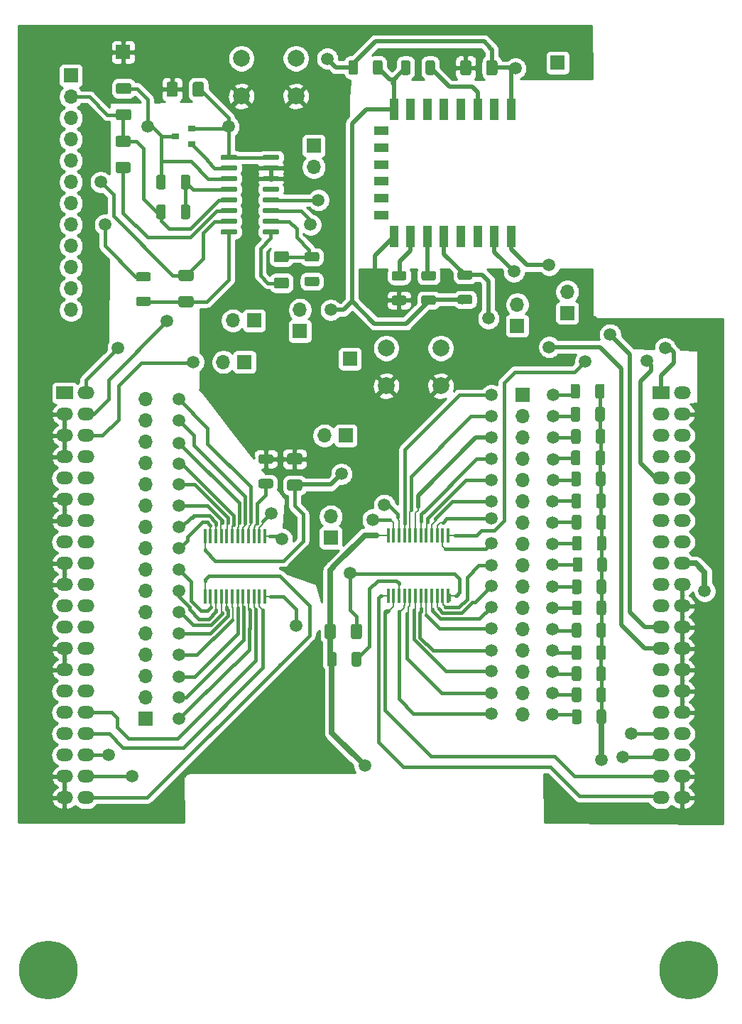
<source format=gbr>
%TF.GenerationSoftware,KiCad,Pcbnew,(5.1.9)-1*%
%TF.CreationDate,2021-04-11T01:07:15-03:00*%
%TF.ProjectId,PCB_TP_Prof,5043425f-5450-45f5-9072-6f662e6b6963,rev?*%
%TF.SameCoordinates,Original*%
%TF.FileFunction,Copper,L1,Top*%
%TF.FilePolarity,Positive*%
%FSLAX46Y46*%
G04 Gerber Fmt 4.6, Leading zero omitted, Abs format (unit mm)*
G04 Created by KiCad (PCBNEW (5.1.9)-1) date 2021-04-11 01:07:15*
%MOMM*%
%LPD*%
G01*
G04 APERTURE LIST*
%TA.AperFunction,ComponentPad*%
%ADD10R,2.000000X1.524000*%
%TD*%
%TA.AperFunction,ComponentPad*%
%ADD11O,2.000000X1.524000*%
%TD*%
%TA.AperFunction,ComponentPad*%
%ADD12C,7.000000*%
%TD*%
%TA.AperFunction,ComponentPad*%
%ADD13C,2.000000*%
%TD*%
%TA.AperFunction,ComponentPad*%
%ADD14O,1.700000X1.700000*%
%TD*%
%TA.AperFunction,ComponentPad*%
%ADD15R,1.700000X1.700000*%
%TD*%
%TA.AperFunction,SMDPad,CuDef*%
%ADD16R,1.000000X2.500000*%
%TD*%
%TA.AperFunction,SMDPad,CuDef*%
%ADD17R,1.800000X1.000000*%
%TD*%
%TA.AperFunction,SMDPad,CuDef*%
%ADD18R,0.450000X1.750000*%
%TD*%
%TA.AperFunction,SMDPad,CuDef*%
%ADD19R,0.900000X0.800000*%
%TD*%
%TA.AperFunction,ViaPad*%
%ADD20C,1.500000*%
%TD*%
%TA.AperFunction,Conductor*%
%ADD21C,0.200000*%
%TD*%
%TA.AperFunction,Conductor*%
%ADD22C,0.381000*%
%TD*%
%TA.AperFunction,Conductor*%
%ADD23C,0.508000*%
%TD*%
%TA.AperFunction,Conductor*%
%ADD24C,0.400000*%
%TD*%
%TA.AperFunction,Conductor*%
%ADD25C,0.700000*%
%TD*%
%TA.AperFunction,Conductor*%
%ADD26C,0.254000*%
%TD*%
%TA.AperFunction,Conductor*%
%ADD27C,0.100000*%
%TD*%
G04 APERTURE END LIST*
D10*
%TO.P,XA1,1*%
%TO.N,+3V3*%
X133858000Y-97282000D03*
D11*
%TO.P,XA1,2*%
%TO.N,/Conector-EDU_CIAA/+5V_P1*%
X136398000Y-97282000D03*
%TO.P,XA1,11*%
%TO.N,/Conector-EDU_CIAA/CH2*%
X133858000Y-109982000D03*
%TO.P,XA1,4*%
%TO.N,GND*%
X136398000Y-99822000D03*
%TO.P,XA1,13*%
%TO.N,/Conector-EDU_CIAA/CH1*%
X133858000Y-112522000D03*
%TO.P,XA1,6*%
%TO.N,Net-(XA1-Pad6)*%
X136398000Y-102362000D03*
%TO.P,XA1,15*%
%TO.N,/Conector-EDU_CIAA/DAC*%
X133858000Y-115062000D03*
%TO.P,XA1,8*%
%TO.N,Net-(XA1-Pad8)*%
X136398000Y-104902000D03*
%TO.P,XA1,17*%
%TO.N,/Conector-EDU_CIAA/VDDA*%
X133858000Y-117602000D03*
%TO.P,XA1,10*%
%TO.N,Net-(XA1-Pad10)*%
X136398000Y-107442000D03*
%TO.P,XA1,19*%
%TO.N,/Conector-EDU_CIAA/I2C_SDA*%
X133858000Y-120142000D03*
%TO.P,XA1,12*%
%TO.N,Net-(XA1-Pad12)*%
X136398000Y-109982000D03*
%TO.P,XA1,21*%
%TO.N,/Conector-EDU_CIAA/I2C_SCL*%
X133858000Y-122682000D03*
%TO.P,XA1,14*%
%TO.N,Net-(XA1-Pad14)*%
X136398000Y-112522000D03*
%TO.P,XA1,23*%
%TO.N,/Conector-EDU_CIAA/232_RX*%
X133858000Y-125222000D03*
%TO.P,XA1,16*%
%TO.N,Net-(XA1-Pad16)*%
X136398000Y-115062000D03*
%TO.P,XA1,25*%
%TO.N,/Conector-EDU_CIAA/232_TX*%
X133858000Y-127762000D03*
%TO.P,XA1,18*%
%TO.N,GNDA*%
X136398000Y-117602000D03*
%TO.P,XA1,27*%
%TO.N,/Conector-EDU_CIAA/CAN_RD-GPIO33*%
X133858000Y-130302000D03*
%TO.P,XA1,20*%
%TO.N,GND*%
X136398000Y-120142000D03*
%TO.P,XA1,29*%
%TO.N,/Conector-EDU_CIAA/CAN_TD-GPIO32*%
X133858000Y-132842000D03*
%TO.P,XA1,22*%
%TO.N,GND*%
X136398000Y-122682000D03*
%TO.P,XA1,31*%
%TO.N,/Conector-EDU_CIAA/T_COL1-GPIO30*%
X133858000Y-135382000D03*
%TO.P,XA1,24*%
%TO.N,GND*%
X136398000Y-125222000D03*
%TO.P,XA1,26*%
X136398000Y-127762000D03*
%TO.P,XA1,33*%
%TO.N,/Conector-EDU_CIAA/T_FIL0-GPIO25*%
X133858000Y-137922000D03*
%TO.P,XA1,28*%
%TO.N,GND*%
X136398000Y-130302000D03*
%TO.P,XA1,32*%
X136398000Y-135382000D03*
%TO.P,XA1,34*%
%TO.N,Net-(XA1-Pad34)*%
X136398000Y-137922000D03*
%TO.P,XA1,36*%
%TO.N,Net-(XA1-Pad36)*%
X136398000Y-140462000D03*
%TO.P,XA1,38*%
%TO.N,GND*%
X136398000Y-143002000D03*
%TO.P,XA1,35*%
%TO.N,/Conector-EDU_CIAA/T_FIL3-GPIO28*%
X133858000Y-140462000D03*
%TO.P,XA1,37*%
%TO.N,/Conector-EDU_CIAA/T_FIL2-GPIO27*%
X133858000Y-143002000D03*
%TO.P,XA1,3*%
%TO.N,Net-(XA1-Pad3)*%
X133858000Y-99822000D03*
%TO.P,XA1,5*%
%TO.N,Net-(XA1-Pad5)*%
X133858000Y-102362000D03*
%TO.P,XA1,7*%
%TO.N,Net-(XA1-Pad7)*%
X133858000Y-104902000D03*
%TO.P,XA1,9*%
%TO.N,/Conector-EDU_CIAA/CH3*%
X133858000Y-107442000D03*
%TO.P,XA1,39*%
%TO.N,/Conector-EDU_CIAA/T_COL0-GPIO29*%
X133858000Y-145542000D03*
%TO.P,XA1,40*%
%TO.N,GND*%
X136398000Y-145542000D03*
%TO.P,XA1,30*%
X136398000Y-132842000D03*
D10*
%TO.P,XA1,41*%
%TO.N,/Conector-EDU_CIAA/+3.3V_P2*%
X62738000Y-97282000D03*
D11*
%TO.P,XA1,42*%
%TO.N,+5V*%
X65278000Y-97282000D03*
%TO.P,XA1,43*%
%TO.N,GND*%
X62738000Y-99822000D03*
%TO.P,XA1,44*%
%TO.N,/Conector-EDU_CIAA/RXD1-GPIO21*%
X65278000Y-99822000D03*
%TO.P,XA1,45*%
%TO.N,GND*%
X62738000Y-102362000D03*
%TO.P,XA1,46*%
%TO.N,/Conector-EDU_CIAA/TX_EN-GPIO19*%
X65278000Y-102362000D03*
%TO.P,XA1,47*%
%TO.N,GND*%
X62738000Y-104902000D03*
%TO.P,XA1,48*%
%TO.N,Net-(XA1-Pad48)*%
X65278000Y-104902000D03*
%TO.P,XA1,49*%
%TO.N,/Conector-EDU_CIAA/RXD0*%
X62738000Y-107442000D03*
%TO.P,XA1,50*%
%TO.N,Net-(XA1-Pad50)*%
X65278000Y-107442000D03*
%TO.P,XA1,51*%
%TO.N,GND*%
X62738000Y-109982000D03*
%TO.P,XA1,52*%
%TO.N,Net-(XA1-Pad52)*%
X65278000Y-109982000D03*
%TO.P,XA1,53*%
%TO.N,GND*%
X62738000Y-112522000D03*
%TO.P,XA1,54*%
%TO.N,Net-(XA1-Pad54)*%
X65278000Y-112522000D03*
%TO.P,XA1,55*%
%TO.N,Net-(XA1-Pad55)*%
X62738000Y-115062000D03*
%TO.P,XA1,56*%
%TO.N,Net-(XA1-Pad56)*%
X65278000Y-115062000D03*
%TO.P,XA1,57*%
%TO.N,GND*%
X62738000Y-117602000D03*
%TO.P,XA1,58*%
%TO.N,Net-(XA1-Pad58)*%
X65278000Y-117602000D03*
%TO.P,XA1,59*%
%TO.N,GND*%
X62738000Y-120142000D03*
%TO.P,XA1,60*%
%TO.N,Net-(XA1-Pad60)*%
X65278000Y-120142000D03*
%TO.P,XA1,61*%
%TO.N,Net-(XA1-Pad61)*%
X62738000Y-122682000D03*
%TO.P,XA1,62*%
%TO.N,Net-(XA1-Pad62)*%
X65278000Y-122682000D03*
%TO.P,XA1,63*%
%TO.N,/Conector-EDU_CIAA/LCD_EN*%
X62738000Y-125222000D03*
%TO.P,XA1,64*%
%TO.N,Net-(XA1-Pad64)*%
X65278000Y-125222000D03*
%TO.P,XA1,65*%
%TO.N,GND*%
X62738000Y-127762000D03*
%TO.P,XA1,66*%
%TO.N,Net-(XA1-Pad66)*%
X65278000Y-127762000D03*
%TO.P,XA1,67*%
%TO.N,GND*%
X62738000Y-130302000D03*
%TO.P,XA1,68*%
%TO.N,Net-(XA1-Pad68)*%
X65278000Y-130302000D03*
%TO.P,XA1,69*%
%TO.N,/Conector-EDU_CIAA/GPIO0*%
X62738000Y-132842000D03*
%TO.P,XA1,70*%
%TO.N,Net-(XA1-Pad70)*%
X65278000Y-132842000D03*
%TO.P,XA1,71*%
%TO.N,/Conector-EDU_CIAA/GPIO2*%
X62738000Y-135382000D03*
%TO.P,XA1,72*%
%TO.N,/Conector-EDU_CIAA/GPIO1*%
X65278000Y-135382000D03*
%TO.P,XA1,73*%
%TO.N,/Conector-EDU_CIAA/GPIO4*%
X62738000Y-137922000D03*
%TO.P,XA1,74*%
%TO.N,/Conector-EDU_CIAA/GPIO3*%
X65278000Y-137922000D03*
%TO.P,XA1,75*%
%TO.N,/Conector-EDU_CIAA/GPIO6*%
X62738000Y-140462000D03*
%TO.P,XA1,76*%
%TO.N,/Conector-EDU_CIAA/GPIO5*%
X65278000Y-140462000D03*
%TO.P,XA1,77*%
%TO.N,GND*%
X62738000Y-143002000D03*
%TO.P,XA1,78*%
%TO.N,/Conector-EDU_CIAA/GPIO7*%
X65278000Y-143002000D03*
%TO.P,XA1,79*%
%TO.N,GND*%
X62738000Y-145542000D03*
%TO.P,XA1,80*%
%TO.N,/Conector-EDU_CIAA/GPIO8*%
X65278000Y-145542000D03*
D12*
%TO.P,XA1,~*%
%TO.N,N/C*%
X60833000Y-166116000D03*
X137160000Y-166116000D03*
%TD*%
D13*
%TO.P,SW1,1*%
%TO.N,GND*%
X83820000Y-61904000D03*
%TO.P,SW1,2*%
%TO.N,/NodeMCU/RST*%
X83820000Y-57404000D03*
%TO.P,SW1,1*%
%TO.N,GND*%
X90320000Y-61904000D03*
%TO.P,SW1,2*%
%TO.N,/NodeMCU/RST*%
X90320000Y-57404000D03*
%TD*%
D14*
%TO.P,JP1,2*%
%TO.N,+5V*%
X93726000Y-102362000D03*
D15*
%TO.P,JP1,1*%
%TO.N,Net-(C7-Pad1)*%
X96266000Y-102362000D03*
%TD*%
%TO.P,JP2,1*%
%TO.N,Net-(C8-Pad2)*%
X94488000Y-114554000D03*
D14*
%TO.P,JP2,2*%
%TO.N,+5V*%
X94488000Y-112014000D03*
%TD*%
%TO.P,R1,1*%
%TO.N,Net-(C2-Pad2)*%
%TA.AperFunction,SMDPad,CuDef*%
G36*
G01*
X72761002Y-86922500D02*
X71510998Y-86922500D01*
G75*
G02*
X71261000Y-86672502I0J249998D01*
G01*
X71261000Y-86047498D01*
G75*
G02*
X71510998Y-85797500I249998J0D01*
G01*
X72761002Y-85797500D01*
G75*
G02*
X73011000Y-86047498I0J-249998D01*
G01*
X73011000Y-86672502D01*
G75*
G02*
X72761002Y-86922500I-249998J0D01*
G01*
G37*
%TD.AperFunction*%
%TO.P,R1,2*%
%TO.N,/HX711/A+*%
%TA.AperFunction,SMDPad,CuDef*%
G36*
G01*
X72761002Y-83997500D02*
X71510998Y-83997500D01*
G75*
G02*
X71261000Y-83747502I0J249998D01*
G01*
X71261000Y-83122498D01*
G75*
G02*
X71510998Y-82872500I249998J0D01*
G01*
X72761002Y-82872500D01*
G75*
G02*
X73011000Y-83122498I0J-249998D01*
G01*
X73011000Y-83747502D01*
G75*
G02*
X72761002Y-83997500I-249998J0D01*
G01*
G37*
%TD.AperFunction*%
%TD*%
%TO.P,R2,2*%
%TO.N,Net-(R2-Pad2)*%
%TA.AperFunction,SMDPad,CuDef*%
G36*
G01*
X76592000Y-72761002D02*
X76592000Y-71510998D01*
G75*
G02*
X76841998Y-71261000I249998J0D01*
G01*
X77467002Y-71261000D01*
G75*
G02*
X77717000Y-71510998I0J-249998D01*
G01*
X77717000Y-72761002D01*
G75*
G02*
X77467002Y-73011000I-249998J0D01*
G01*
X76841998Y-73011000D01*
G75*
G02*
X76592000Y-72761002I0J249998D01*
G01*
G37*
%TD.AperFunction*%
%TO.P,R2,1*%
%TO.N,/HX711/E+*%
%TA.AperFunction,SMDPad,CuDef*%
G36*
G01*
X73667000Y-72761002D02*
X73667000Y-71510998D01*
G75*
G02*
X73916998Y-71261000I249998J0D01*
G01*
X74542002Y-71261000D01*
G75*
G02*
X74792000Y-71510998I0J-249998D01*
G01*
X74792000Y-72761002D01*
G75*
G02*
X74542002Y-73011000I-249998J0D01*
G01*
X73916998Y-73011000D01*
G75*
G02*
X73667000Y-72761002I0J249998D01*
G01*
G37*
%TD.AperFunction*%
%TD*%
%TO.P,R3,1*%
%TO.N,Net-(R2-Pad2)*%
%TA.AperFunction,SMDPad,CuDef*%
G36*
G01*
X77717000Y-75066998D02*
X77717000Y-76317002D01*
G75*
G02*
X77467002Y-76567000I-249998J0D01*
G01*
X76841998Y-76567000D01*
G75*
G02*
X76592000Y-76317002I0J249998D01*
G01*
X76592000Y-75066998D01*
G75*
G02*
X76841998Y-74817000I249998J0D01*
G01*
X77467002Y-74817000D01*
G75*
G02*
X77717000Y-75066998I0J-249998D01*
G01*
G37*
%TD.AperFunction*%
%TO.P,R3,2*%
%TO.N,/HX711/E-*%
%TA.AperFunction,SMDPad,CuDef*%
G36*
G01*
X74792000Y-75066998D02*
X74792000Y-76317002D01*
G75*
G02*
X74542002Y-76567000I-249998J0D01*
G01*
X73916998Y-76567000D01*
G75*
G02*
X73667000Y-76317002I0J249998D01*
G01*
X73667000Y-75066998D01*
G75*
G02*
X73916998Y-74817000I249998J0D01*
G01*
X74542002Y-74817000D01*
G75*
G02*
X74792000Y-75066998I0J-249998D01*
G01*
G37*
%TD.AperFunction*%
%TD*%
%TO.P,R4,1*%
%TO.N,Net-(R4-Pad1)*%
%TA.AperFunction,SMDPad,CuDef*%
G36*
G01*
X87366002Y-108654200D02*
X86115998Y-108654200D01*
G75*
G02*
X85866000Y-108404202I0J249998D01*
G01*
X85866000Y-107779198D01*
G75*
G02*
X86115998Y-107529200I249998J0D01*
G01*
X87366002Y-107529200D01*
G75*
G02*
X87616000Y-107779198I0J-249998D01*
G01*
X87616000Y-108404202D01*
G75*
G02*
X87366002Y-108654200I-249998J0D01*
G01*
G37*
%TD.AperFunction*%
%TO.P,R4,2*%
%TO.N,GND*%
%TA.AperFunction,SMDPad,CuDef*%
G36*
G01*
X87366002Y-105729200D02*
X86115998Y-105729200D01*
G75*
G02*
X85866000Y-105479202I0J249998D01*
G01*
X85866000Y-104854198D01*
G75*
G02*
X86115998Y-104604200I249998J0D01*
G01*
X87366002Y-104604200D01*
G75*
G02*
X87616000Y-104854198I0J-249998D01*
G01*
X87616000Y-105479202D01*
G75*
G02*
X87366002Y-105729200I-249998J0D01*
G01*
G37*
%TD.AperFunction*%
%TD*%
%TO.P,R5,2*%
%TO.N,GNDA*%
%TA.AperFunction,SMDPad,CuDef*%
G36*
G01*
X95173500Y-128406998D02*
X95173500Y-129657002D01*
G75*
G02*
X94923502Y-129907000I-249998J0D01*
G01*
X94298498Y-129907000D01*
G75*
G02*
X94048500Y-129657002I0J249998D01*
G01*
X94048500Y-128406998D01*
G75*
G02*
X94298498Y-128157000I249998J0D01*
G01*
X94923502Y-128157000D01*
G75*
G02*
X95173500Y-128406998I0J-249998D01*
G01*
G37*
%TD.AperFunction*%
%TO.P,R5,1*%
%TO.N,Net-(R5-Pad1)*%
%TA.AperFunction,SMDPad,CuDef*%
G36*
G01*
X98098500Y-128406998D02*
X98098500Y-129657002D01*
G75*
G02*
X97848502Y-129907000I-249998J0D01*
G01*
X97223498Y-129907000D01*
G75*
G02*
X96973500Y-129657002I0J249998D01*
G01*
X96973500Y-128406998D01*
G75*
G02*
X97223498Y-128157000I249998J0D01*
G01*
X97848502Y-128157000D01*
G75*
G02*
X98098500Y-128406998I0J-249998D01*
G01*
G37*
%TD.AperFunction*%
%TD*%
D16*
%TO.P,U2,1*%
%TO.N,/NodeMCU/RST*%
X115994060Y-63453960D03*
%TO.P,U2,2*%
%TO.N,Net-(U2-Pad2)*%
X113994060Y-63453960D03*
%TO.P,U2,3*%
%TO.N,Net-(R6-Pad2)*%
X111994060Y-63453960D03*
%TO.P,U2,4*%
%TO.N,Net-(U2-Pad4)*%
X109994060Y-63453960D03*
%TO.P,U2,5*%
%TO.N,Net-(U2-Pad5)*%
X107994060Y-63453960D03*
%TO.P,U2,6*%
%TO.N,Net-(U2-Pad6)*%
X105994060Y-63453960D03*
%TO.P,U2,7*%
%TO.N,Net-(U2-Pad7)*%
X103994060Y-63453960D03*
%TO.P,U2,8*%
%TO.N,/NodeMCU/+3V3*%
X101994060Y-63453960D03*
D17*
%TO.P,U2,9*%
%TO.N,Net-(U2-Pad9)*%
X100494060Y-66053960D03*
%TO.P,U2,10*%
%TO.N,Net-(U2-Pad10)*%
X100494060Y-68053960D03*
%TO.P,U2,11*%
%TO.N,Net-(U2-Pad11)*%
X100494060Y-70053960D03*
%TO.P,U2,12*%
%TO.N,Net-(U2-Pad12)*%
X100494060Y-72053960D03*
%TO.P,U2,13*%
%TO.N,Net-(U2-Pad13)*%
X100494060Y-74053960D03*
%TO.P,U2,14*%
%TO.N,Net-(U2-Pad14)*%
X100494060Y-76053960D03*
D16*
%TO.P,U2,15*%
%TO.N,GND*%
X101994060Y-78653960D03*
%TO.P,U2,16*%
%TO.N,Net-(R9-Pad1)*%
X103994060Y-78653960D03*
%TO.P,U2,17*%
%TO.N,Net-(R10-Pad2)*%
X105994060Y-78653960D03*
%TO.P,U2,18*%
%TO.N,/NodeMCU/GPIO0-D3*%
X107994060Y-78653960D03*
%TO.P,U2,19*%
%TO.N,Net-(U2-Pad19)*%
X109994060Y-78653960D03*
%TO.P,U2,20*%
%TO.N,Net-(U2-Pad20)*%
X111994060Y-78653960D03*
%TO.P,U2,21*%
%TO.N,/NodeMCU/RX*%
X113994060Y-78653960D03*
%TO.P,U2,22*%
%TO.N,/NodeMCU/TX*%
X115994060Y-78653960D03*
%TD*%
%TO.P,U3,1*%
%TO.N,/HX711/VCC*%
%TA.AperFunction,SMDPad,CuDef*%
G36*
G01*
X81336000Y-69365000D02*
X81336000Y-69065000D01*
G75*
G02*
X81486000Y-68915000I150000J0D01*
G01*
X83186000Y-68915000D01*
G75*
G02*
X83336000Y-69065000I0J-150000D01*
G01*
X83336000Y-69365000D01*
G75*
G02*
X83186000Y-69515000I-150000J0D01*
G01*
X81486000Y-69515000D01*
G75*
G02*
X81336000Y-69365000I0J150000D01*
G01*
G37*
%TD.AperFunction*%
%TO.P,U3,2*%
%TO.N,Net-(Q1-Pad1)*%
%TA.AperFunction,SMDPad,CuDef*%
G36*
G01*
X81336000Y-70635000D02*
X81336000Y-70335000D01*
G75*
G02*
X81486000Y-70185000I150000J0D01*
G01*
X83186000Y-70185000D01*
G75*
G02*
X83336000Y-70335000I0J-150000D01*
G01*
X83336000Y-70635000D01*
G75*
G02*
X83186000Y-70785000I-150000J0D01*
G01*
X81486000Y-70785000D01*
G75*
G02*
X81336000Y-70635000I0J150000D01*
G01*
G37*
%TD.AperFunction*%
%TO.P,U3,3*%
%TO.N,/HX711/E+*%
%TA.AperFunction,SMDPad,CuDef*%
G36*
G01*
X81336000Y-71905000D02*
X81336000Y-71605000D01*
G75*
G02*
X81486000Y-71455000I150000J0D01*
G01*
X83186000Y-71455000D01*
G75*
G02*
X83336000Y-71605000I0J-150000D01*
G01*
X83336000Y-71905000D01*
G75*
G02*
X83186000Y-72055000I-150000J0D01*
G01*
X81486000Y-72055000D01*
G75*
G02*
X81336000Y-71905000I0J150000D01*
G01*
G37*
%TD.AperFunction*%
%TO.P,U3,4*%
%TO.N,Net-(R2-Pad2)*%
%TA.AperFunction,SMDPad,CuDef*%
G36*
G01*
X81336000Y-73175000D02*
X81336000Y-72875000D01*
G75*
G02*
X81486000Y-72725000I150000J0D01*
G01*
X83186000Y-72725000D01*
G75*
G02*
X83336000Y-72875000I0J-150000D01*
G01*
X83336000Y-73175000D01*
G75*
G02*
X83186000Y-73325000I-150000J0D01*
G01*
X81486000Y-73325000D01*
G75*
G02*
X81336000Y-73175000I0J150000D01*
G01*
G37*
%TD.AperFunction*%
%TO.P,U3,5*%
%TO.N,/HX711/E-*%
%TA.AperFunction,SMDPad,CuDef*%
G36*
G01*
X81336000Y-74445000D02*
X81336000Y-74145000D01*
G75*
G02*
X81486000Y-73995000I150000J0D01*
G01*
X83186000Y-73995000D01*
G75*
G02*
X83336000Y-74145000I0J-150000D01*
G01*
X83336000Y-74445000D01*
G75*
G02*
X83186000Y-74595000I-150000J0D01*
G01*
X81486000Y-74595000D01*
G75*
G02*
X81336000Y-74445000I0J150000D01*
G01*
G37*
%TD.AperFunction*%
%TO.P,U3,6*%
%TO.N,Net-(C3-Pad1)*%
%TA.AperFunction,SMDPad,CuDef*%
G36*
G01*
X81336000Y-75715000D02*
X81336000Y-75415000D01*
G75*
G02*
X81486000Y-75265000I150000J0D01*
G01*
X83186000Y-75265000D01*
G75*
G02*
X83336000Y-75415000I0J-150000D01*
G01*
X83336000Y-75715000D01*
G75*
G02*
X83186000Y-75865000I-150000J0D01*
G01*
X81486000Y-75865000D01*
G75*
G02*
X81336000Y-75715000I0J150000D01*
G01*
G37*
%TD.AperFunction*%
%TO.P,U3,7*%
%TO.N,/HX711/A-*%
%TA.AperFunction,SMDPad,CuDef*%
G36*
G01*
X81336000Y-76985000D02*
X81336000Y-76685000D01*
G75*
G02*
X81486000Y-76535000I150000J0D01*
G01*
X83186000Y-76535000D01*
G75*
G02*
X83336000Y-76685000I0J-150000D01*
G01*
X83336000Y-76985000D01*
G75*
G02*
X83186000Y-77135000I-150000J0D01*
G01*
X81486000Y-77135000D01*
G75*
G02*
X81336000Y-76985000I0J150000D01*
G01*
G37*
%TD.AperFunction*%
%TO.P,U3,8*%
%TO.N,Net-(C2-Pad2)*%
%TA.AperFunction,SMDPad,CuDef*%
G36*
G01*
X81336000Y-78255000D02*
X81336000Y-77955000D01*
G75*
G02*
X81486000Y-77805000I150000J0D01*
G01*
X83186000Y-77805000D01*
G75*
G02*
X83336000Y-77955000I0J-150000D01*
G01*
X83336000Y-78255000D01*
G75*
G02*
X83186000Y-78405000I-150000J0D01*
G01*
X81486000Y-78405000D01*
G75*
G02*
X81336000Y-78255000I0J150000D01*
G01*
G37*
%TD.AperFunction*%
%TO.P,U3,9*%
%TO.N,/HX711/B-*%
%TA.AperFunction,SMDPad,CuDef*%
G36*
G01*
X86336000Y-78255000D02*
X86336000Y-77955000D01*
G75*
G02*
X86486000Y-77805000I150000J0D01*
G01*
X88186000Y-77805000D01*
G75*
G02*
X88336000Y-77955000I0J-150000D01*
G01*
X88336000Y-78255000D01*
G75*
G02*
X88186000Y-78405000I-150000J0D01*
G01*
X86486000Y-78405000D01*
G75*
G02*
X86336000Y-78255000I0J150000D01*
G01*
G37*
%TD.AperFunction*%
%TO.P,U3,10*%
%TO.N,Net-(C6-Pad1)*%
%TA.AperFunction,SMDPad,CuDef*%
G36*
G01*
X86336000Y-76985000D02*
X86336000Y-76685000D01*
G75*
G02*
X86486000Y-76535000I150000J0D01*
G01*
X88186000Y-76535000D01*
G75*
G02*
X88336000Y-76685000I0J-150000D01*
G01*
X88336000Y-76985000D01*
G75*
G02*
X88186000Y-77135000I-150000J0D01*
G01*
X86486000Y-77135000D01*
G75*
G02*
X86336000Y-76985000I0J150000D01*
G01*
G37*
%TD.AperFunction*%
%TO.P,U3,11*%
%TO.N,/HX711/SCK*%
%TA.AperFunction,SMDPad,CuDef*%
G36*
G01*
X86336000Y-75715000D02*
X86336000Y-75415000D01*
G75*
G02*
X86486000Y-75265000I150000J0D01*
G01*
X88186000Y-75265000D01*
G75*
G02*
X88336000Y-75415000I0J-150000D01*
G01*
X88336000Y-75715000D01*
G75*
G02*
X88186000Y-75865000I-150000J0D01*
G01*
X86486000Y-75865000D01*
G75*
G02*
X86336000Y-75715000I0J150000D01*
G01*
G37*
%TD.AperFunction*%
%TO.P,U3,12*%
%TO.N,/HX711/DT*%
%TA.AperFunction,SMDPad,CuDef*%
G36*
G01*
X86336000Y-74445000D02*
X86336000Y-74145000D01*
G75*
G02*
X86486000Y-73995000I150000J0D01*
G01*
X88186000Y-73995000D01*
G75*
G02*
X88336000Y-74145000I0J-150000D01*
G01*
X88336000Y-74445000D01*
G75*
G02*
X88186000Y-74595000I-150000J0D01*
G01*
X86486000Y-74595000D01*
G75*
G02*
X86336000Y-74445000I0J150000D01*
G01*
G37*
%TD.AperFunction*%
%TO.P,U3,13*%
%TO.N,Net-(U3-Pad13)*%
%TA.AperFunction,SMDPad,CuDef*%
G36*
G01*
X86336000Y-73175000D02*
X86336000Y-72875000D01*
G75*
G02*
X86486000Y-72725000I150000J0D01*
G01*
X88186000Y-72725000D01*
G75*
G02*
X88336000Y-72875000I0J-150000D01*
G01*
X88336000Y-73175000D01*
G75*
G02*
X88186000Y-73325000I-150000J0D01*
G01*
X86486000Y-73325000D01*
G75*
G02*
X86336000Y-73175000I0J150000D01*
G01*
G37*
%TD.AperFunction*%
%TO.P,U3,14*%
%TO.N,GND*%
%TA.AperFunction,SMDPad,CuDef*%
G36*
G01*
X86336000Y-71905000D02*
X86336000Y-71605000D01*
G75*
G02*
X86486000Y-71455000I150000J0D01*
G01*
X88186000Y-71455000D01*
G75*
G02*
X88336000Y-71605000I0J-150000D01*
G01*
X88336000Y-71905000D01*
G75*
G02*
X88186000Y-72055000I-150000J0D01*
G01*
X86486000Y-72055000D01*
G75*
G02*
X86336000Y-71905000I0J150000D01*
G01*
G37*
%TD.AperFunction*%
%TO.P,U3,15*%
%TA.AperFunction,SMDPad,CuDef*%
G36*
G01*
X86336000Y-70635000D02*
X86336000Y-70335000D01*
G75*
G02*
X86486000Y-70185000I150000J0D01*
G01*
X88186000Y-70185000D01*
G75*
G02*
X88336000Y-70335000I0J-150000D01*
G01*
X88336000Y-70635000D01*
G75*
G02*
X88186000Y-70785000I-150000J0D01*
G01*
X86486000Y-70785000D01*
G75*
G02*
X86336000Y-70635000I0J150000D01*
G01*
G37*
%TD.AperFunction*%
%TO.P,U3,16*%
%TO.N,/HX711/VCC*%
%TA.AperFunction,SMDPad,CuDef*%
G36*
G01*
X86336000Y-69365000D02*
X86336000Y-69065000D01*
G75*
G02*
X86486000Y-68915000I150000J0D01*
G01*
X88186000Y-68915000D01*
G75*
G02*
X88336000Y-69065000I0J-150000D01*
G01*
X88336000Y-69365000D01*
G75*
G02*
X88186000Y-69515000I-150000J0D01*
G01*
X86486000Y-69515000D01*
G75*
G02*
X86336000Y-69365000I0J150000D01*
G01*
G37*
%TD.AperFunction*%
%TD*%
D15*
%TO.P,J2,1*%
%TO.N,Net-(J2-Pad1)*%
X63500000Y-59436000D03*
D14*
%TO.P,J2,2*%
%TO.N,/HX711/E-*%
X63500000Y-61976000D03*
%TO.P,J2,3*%
%TO.N,Net-(J2-Pad3)*%
X63500000Y-64516000D03*
%TO.P,J2,4*%
%TO.N,Net-(J2-Pad1)*%
X63500000Y-67056000D03*
%TO.P,J2,5*%
%TO.N,/HX711/A-*%
X63500000Y-69596000D03*
%TO.P,J2,6*%
%TO.N,Net-(J2-Pad12)*%
X63500000Y-72136000D03*
%TO.P,J2,7*%
%TO.N,Net-(J2-Pad10)*%
X63500000Y-74676000D03*
%TO.P,J2,8*%
%TO.N,/HX711/A+*%
X63500000Y-77216000D03*
%TO.P,J2,9*%
%TO.N,Net-(J2-Pad3)*%
X63500000Y-79756000D03*
%TO.P,J2,10*%
%TO.N,Net-(J2-Pad10)*%
X63500000Y-82296000D03*
%TO.P,J2,11*%
%TO.N,/HX711/E+*%
X63500000Y-84836000D03*
%TO.P,J2,12*%
%TO.N,Net-(J2-Pad12)*%
X63500000Y-87376000D03*
%TD*%
%TO.P,R6,2*%
%TO.N,Net-(R6-Pad2)*%
%TA.AperFunction,SMDPad,CuDef*%
G36*
G01*
X105776600Y-59121202D02*
X105776600Y-57871198D01*
G75*
G02*
X106026598Y-57621200I249998J0D01*
G01*
X106651602Y-57621200D01*
G75*
G02*
X106901600Y-57871198I0J-249998D01*
G01*
X106901600Y-59121202D01*
G75*
G02*
X106651602Y-59371200I-249998J0D01*
G01*
X106026598Y-59371200D01*
G75*
G02*
X105776600Y-59121202I0J249998D01*
G01*
G37*
%TD.AperFunction*%
%TO.P,R6,1*%
%TO.N,/NodeMCU/+3V3*%
%TA.AperFunction,SMDPad,CuDef*%
G36*
G01*
X102851600Y-59121202D02*
X102851600Y-57871198D01*
G75*
G02*
X103101598Y-57621200I249998J0D01*
G01*
X103726602Y-57621200D01*
G75*
G02*
X103976600Y-57871198I0J-249998D01*
G01*
X103976600Y-59121202D01*
G75*
G02*
X103726602Y-59371200I-249998J0D01*
G01*
X103101598Y-59371200D01*
G75*
G02*
X102851600Y-59121202I0J249998D01*
G01*
G37*
%TD.AperFunction*%
%TD*%
%TO.P,R7,1*%
%TO.N,/NodeMCU/+3V3*%
%TA.AperFunction,SMDPad,CuDef*%
G36*
G01*
X100642500Y-57845798D02*
X100642500Y-59095802D01*
G75*
G02*
X100392502Y-59345800I-249998J0D01*
G01*
X99767498Y-59345800D01*
G75*
G02*
X99517500Y-59095802I0J249998D01*
G01*
X99517500Y-57845798D01*
G75*
G02*
X99767498Y-57595800I249998J0D01*
G01*
X100392502Y-57595800D01*
G75*
G02*
X100642500Y-57845798I0J-249998D01*
G01*
G37*
%TD.AperFunction*%
%TO.P,R7,2*%
%TO.N,/NodeMCU/RST*%
%TA.AperFunction,SMDPad,CuDef*%
G36*
G01*
X97717500Y-57845798D02*
X97717500Y-59095802D01*
G75*
G02*
X97467502Y-59345800I-249998J0D01*
G01*
X96842498Y-59345800D01*
G75*
G02*
X96592500Y-59095802I0J249998D01*
G01*
X96592500Y-57845798D01*
G75*
G02*
X96842498Y-57595800I249998J0D01*
G01*
X97467502Y-57595800D01*
G75*
G02*
X97717500Y-57845798I0J-249998D01*
G01*
G37*
%TD.AperFunction*%
%TD*%
%TO.P,R8,1*%
%TO.N,/NodeMCU/+3V3*%
%TA.AperFunction,SMDPad,CuDef*%
G36*
G01*
X111107382Y-86713680D02*
X109857378Y-86713680D01*
G75*
G02*
X109607380Y-86463682I0J249998D01*
G01*
X109607380Y-85838678D01*
G75*
G02*
X109857378Y-85588680I249998J0D01*
G01*
X111107382Y-85588680D01*
G75*
G02*
X111357380Y-85838678I0J-249998D01*
G01*
X111357380Y-86463682D01*
G75*
G02*
X111107382Y-86713680I-249998J0D01*
G01*
G37*
%TD.AperFunction*%
%TO.P,R8,2*%
%TO.N,/NodeMCU/GPIO0-D3*%
%TA.AperFunction,SMDPad,CuDef*%
G36*
G01*
X111107382Y-83788680D02*
X109857378Y-83788680D01*
G75*
G02*
X109607380Y-83538682I0J249998D01*
G01*
X109607380Y-82913678D01*
G75*
G02*
X109857378Y-82663680I249998J0D01*
G01*
X111107382Y-82663680D01*
G75*
G02*
X111357380Y-82913678I0J-249998D01*
G01*
X111357380Y-83538682D01*
G75*
G02*
X111107382Y-83788680I-249998J0D01*
G01*
G37*
%TD.AperFunction*%
%TD*%
%TO.P,R9,1*%
%TO.N,Net-(R9-Pad1)*%
%TA.AperFunction,SMDPad,CuDef*%
G36*
G01*
X101990998Y-82749500D02*
X103241002Y-82749500D01*
G75*
G02*
X103491000Y-82999498I0J-249998D01*
G01*
X103491000Y-83624502D01*
G75*
G02*
X103241002Y-83874500I-249998J0D01*
G01*
X101990998Y-83874500D01*
G75*
G02*
X101741000Y-83624502I0J249998D01*
G01*
X101741000Y-82999498D01*
G75*
G02*
X101990998Y-82749500I249998J0D01*
G01*
G37*
%TD.AperFunction*%
%TO.P,R9,2*%
%TO.N,GND*%
%TA.AperFunction,SMDPad,CuDef*%
G36*
G01*
X101990998Y-85674500D02*
X103241002Y-85674500D01*
G75*
G02*
X103491000Y-85924498I0J-249998D01*
G01*
X103491000Y-86549502D01*
G75*
G02*
X103241002Y-86799500I-249998J0D01*
G01*
X101990998Y-86799500D01*
G75*
G02*
X101741000Y-86549502I0J249998D01*
G01*
X101741000Y-85924498D01*
G75*
G02*
X101990998Y-85674500I249998J0D01*
G01*
G37*
%TD.AperFunction*%
%TD*%
%TO.P,R10,2*%
%TO.N,Net-(R10-Pad2)*%
%TA.AperFunction,SMDPad,CuDef*%
G36*
G01*
X106771602Y-83859800D02*
X105521598Y-83859800D01*
G75*
G02*
X105271600Y-83609802I0J249998D01*
G01*
X105271600Y-82984798D01*
G75*
G02*
X105521598Y-82734800I249998J0D01*
G01*
X106771602Y-82734800D01*
G75*
G02*
X107021600Y-82984798I0J-249998D01*
G01*
X107021600Y-83609802D01*
G75*
G02*
X106771602Y-83859800I-249998J0D01*
G01*
G37*
%TD.AperFunction*%
%TO.P,R10,1*%
%TO.N,/NodeMCU/+3V3*%
%TA.AperFunction,SMDPad,CuDef*%
G36*
G01*
X106771602Y-86784800D02*
X105521598Y-86784800D01*
G75*
G02*
X105271600Y-86534802I0J249998D01*
G01*
X105271600Y-85909798D01*
G75*
G02*
X105521598Y-85659800I249998J0D01*
G01*
X106771602Y-85659800D01*
G75*
G02*
X107021600Y-85909798I0J-249998D01*
G01*
X107021600Y-86534802D01*
G75*
G02*
X106771602Y-86784800I-249998J0D01*
G01*
G37*
%TD.AperFunction*%
%TD*%
D15*
%TO.P,J1,1*%
%TO.N,Net-(J1-Pad1)*%
X72390000Y-136144000D03*
D14*
%TO.P,J1,2*%
%TO.N,Net-(J1-Pad2)*%
X72390000Y-133604000D03*
%TO.P,J1,3*%
%TO.N,Net-(J1-Pad3)*%
X72390000Y-131064000D03*
%TO.P,J1,4*%
%TO.N,Net-(J1-Pad4)*%
X72390000Y-128524000D03*
%TO.P,J1,5*%
%TO.N,Net-(J1-Pad5)*%
X72390000Y-125984000D03*
%TO.P,J1,6*%
%TO.N,Net-(J1-Pad6)*%
X72390000Y-123444000D03*
%TO.P,J1,7*%
%TO.N,Net-(J1-Pad7)*%
X72390000Y-120904000D03*
%TO.P,J1,8*%
%TO.N,Net-(J1-Pad8)*%
X72390000Y-118364000D03*
%TO.P,J1,9*%
%TO.N,Net-(J1-Pad9)*%
X72390000Y-115824000D03*
%TO.P,J1,10*%
%TO.N,Net-(J1-Pad10)*%
X72390000Y-113284000D03*
%TO.P,J1,11*%
%TO.N,Net-(J1-Pad11)*%
X72390000Y-110744000D03*
%TO.P,J1,12*%
%TO.N,Net-(J1-Pad12)*%
X72390000Y-108204000D03*
%TO.P,J1,13*%
%TO.N,Net-(J1-Pad13)*%
X72390000Y-105664000D03*
%TO.P,J1,14*%
%TO.N,Net-(J1-Pad14)*%
X72390000Y-103124000D03*
%TO.P,J1,15*%
%TO.N,GND*%
X72390000Y-100584000D03*
%TO.P,J1,16*%
X72390000Y-98044000D03*
%TD*%
%TO.P,J3,16*%
%TO.N,Net-(J3-Pad16)*%
X117348000Y-135636000D03*
%TO.P,J3,15*%
%TO.N,Net-(J3-Pad15)*%
X117348000Y-133096000D03*
%TO.P,J3,14*%
%TO.N,Net-(J3-Pad14)*%
X117348000Y-130556000D03*
%TO.P,J3,13*%
%TO.N,Net-(J3-Pad13)*%
X117348000Y-128016000D03*
%TO.P,J3,12*%
%TO.N,Net-(J3-Pad12)*%
X117348000Y-125476000D03*
%TO.P,J3,11*%
%TO.N,Net-(J3-Pad11)*%
X117348000Y-122936000D03*
%TO.P,J3,10*%
%TO.N,Net-(J3-Pad10)*%
X117348000Y-120396000D03*
%TO.P,J3,9*%
%TO.N,Net-(J3-Pad9)*%
X117348000Y-117856000D03*
%TO.P,J3,8*%
%TO.N,Net-(J3-Pad8)*%
X117348000Y-115316000D03*
%TO.P,J3,7*%
%TO.N,Net-(J3-Pad7)*%
X117348000Y-112776000D03*
%TO.P,J3,6*%
%TO.N,Net-(J3-Pad6)*%
X117348000Y-110236000D03*
%TO.P,J3,5*%
%TO.N,Net-(J3-Pad5)*%
X117348000Y-107696000D03*
%TO.P,J3,4*%
%TO.N,Net-(J3-Pad4)*%
X117348000Y-105156000D03*
%TO.P,J3,3*%
%TO.N,Net-(J3-Pad3)*%
X117348000Y-102616000D03*
%TO.P,J3,2*%
%TO.N,Net-(J3-Pad2)*%
X117348000Y-100076000D03*
D15*
%TO.P,J3,1*%
%TO.N,Net-(J3-Pad1)*%
X117348000Y-97536000D03*
%TD*%
D18*
%TO.P,U_DEMUX1,1*%
%TO.N,/Conector-EDU_CIAA/GPIO8*%
X79483000Y-121583000D03*
%TO.P,U_DEMUX1,2*%
%TO.N,Net-(J1-Pad8)*%
X80133000Y-121583000D03*
%TO.P,U_DEMUX1,3*%
%TO.N,Net-(J1-Pad7)*%
X80783000Y-121583000D03*
%TO.P,U_DEMUX1,4*%
%TO.N,Net-(J1-Pad6)*%
X81433000Y-121583000D03*
%TO.P,U_DEMUX1,5*%
%TO.N,Net-(J1-Pad5)*%
X82083000Y-121583000D03*
%TO.P,U_DEMUX1,6*%
%TO.N,Net-(J1-Pad4)*%
X82733000Y-121583000D03*
%TO.P,U_DEMUX1,7*%
%TO.N,Net-(J1-Pad3)*%
X83383000Y-121583000D03*
%TO.P,U_DEMUX1,8*%
%TO.N,Net-(J1-Pad2)*%
X84033000Y-121583000D03*
%TO.P,U_DEMUX1,9*%
%TO.N,Net-(J1-Pad1)*%
X84683000Y-121583000D03*
%TO.P,U_DEMUX1,10*%
%TO.N,/Conector-EDU_CIAA/GPIO1*%
X85333000Y-121583000D03*
%TO.P,U_DEMUX1,11*%
%TO.N,/Conector-EDU_CIAA/GPIO3*%
X85983000Y-121583000D03*
%TO.P,U_DEMUX1,12*%
%TO.N,GND*%
X86633000Y-121583000D03*
%TO.P,U_DEMUX1,13*%
%TO.N,/Conector-EDU_CIAA/GPIO7*%
X86633000Y-114383000D03*
%TO.P,U_DEMUX1,14*%
%TO.N,/Conector-EDU_CIAA/GPIO5*%
X85983000Y-114383000D03*
%TO.P,U_DEMUX1,15*%
%TO.N,Net-(R4-Pad1)*%
X85333000Y-114383000D03*
%TO.P,U_DEMUX1,16*%
%TO.N,GND*%
X84683000Y-114383000D03*
%TO.P,U_DEMUX1,17*%
X84033000Y-114383000D03*
%TO.P,U_DEMUX1,18*%
%TO.N,Net-(J1-Pad14)*%
X83383000Y-114383000D03*
%TO.P,U_DEMUX1,19*%
%TO.N,Net-(J1-Pad13)*%
X82733000Y-114383000D03*
%TO.P,U_DEMUX1,20*%
%TO.N,Net-(J1-Pad12)*%
X82083000Y-114383000D03*
%TO.P,U_DEMUX1,21*%
%TO.N,Net-(J1-Pad11)*%
X81433000Y-114383000D03*
%TO.P,U_DEMUX1,22*%
%TO.N,Net-(J1-Pad10)*%
X80783000Y-114383000D03*
%TO.P,U_DEMUX1,23*%
%TO.N,Net-(J1-Pad9)*%
X80133000Y-114383000D03*
%TO.P,U_DEMUX1,24*%
%TO.N,Net-(C7-Pad1)*%
X79483000Y-114383000D03*
%TD*%
%TO.P,U_MUX1,24*%
%TO.N,Net-(C8-Pad2)*%
X108477000Y-121456000D03*
%TO.P,U_MUX1,23*%
%TO.N,Net-(J3-Pad9)*%
X107827000Y-121456000D03*
%TO.P,U_MUX1,22*%
%TO.N,Net-(J3-Pad10)*%
X107177000Y-121456000D03*
%TO.P,U_MUX1,21*%
%TO.N,Net-(J3-Pad11)*%
X106527000Y-121456000D03*
%TO.P,U_MUX1,20*%
%TO.N,Net-(J3-Pad12)*%
X105877000Y-121456000D03*
%TO.P,U_MUX1,19*%
%TO.N,Net-(J3-Pad13)*%
X105227000Y-121456000D03*
%TO.P,U_MUX1,18*%
%TO.N,Net-(J3-Pad14)*%
X104577000Y-121456000D03*
%TO.P,U_MUX1,17*%
%TO.N,Net-(J3-Pad15)*%
X103927000Y-121456000D03*
%TO.P,U_MUX1,16*%
%TO.N,Net-(J3-Pad16)*%
X103277000Y-121456000D03*
%TO.P,U_MUX1,15*%
%TO.N,Net-(R5-Pad1)*%
X102627000Y-121456000D03*
%TO.P,U_MUX1,14*%
%TO.N,/Conector-EDU_CIAA/T_FIL2-GPIO27*%
X101977000Y-121456000D03*
%TO.P,U_MUX1,13*%
%TO.N,/Conector-EDU_CIAA/T_COL0-GPIO29*%
X101327000Y-121456000D03*
%TO.P,U_MUX1,12*%
%TO.N,GNDA*%
X101327000Y-114256000D03*
%TO.P,U_MUX1,11*%
%TO.N,/Conector-EDU_CIAA/T_FIL3-GPIO28*%
X101977000Y-114256000D03*
%TO.P,U_MUX1,10*%
%TO.N,/Conector-EDU_CIAA/T_FIL0-GPIO25*%
X102627000Y-114256000D03*
%TO.P,U_MUX1,9*%
%TO.N,Net-(J3-Pad1)*%
X103277000Y-114256000D03*
%TO.P,U_MUX1,8*%
%TO.N,Net-(J3-Pad2)*%
X103927000Y-114256000D03*
%TO.P,U_MUX1,7*%
%TO.N,Net-(J3-Pad3)*%
X104577000Y-114256000D03*
%TO.P,U_MUX1,6*%
%TO.N,Net-(J3-Pad4)*%
X105227000Y-114256000D03*
%TO.P,U_MUX1,5*%
%TO.N,Net-(J3-Pad5)*%
X105877000Y-114256000D03*
%TO.P,U_MUX1,4*%
%TO.N,Net-(J3-Pad6)*%
X106527000Y-114256000D03*
%TO.P,U_MUX1,3*%
%TO.N,Net-(J3-Pad7)*%
X107177000Y-114256000D03*
%TO.P,U_MUX1,2*%
%TO.N,Net-(J3-Pad8)*%
X107827000Y-114256000D03*
%TO.P,U_MUX1,1*%
%TO.N,/Conector-EDU_CIAA/CH3*%
X108477000Y-114256000D03*
%TD*%
%TO.P,C1,1*%
%TO.N,GND*%
%TA.AperFunction,SMDPad,CuDef*%
G36*
G01*
X74901700Y-61737002D02*
X74901700Y-60436998D01*
G75*
G02*
X75151698Y-60187000I249998J0D01*
G01*
X75976702Y-60187000D01*
G75*
G02*
X76226700Y-60436998I0J-249998D01*
G01*
X76226700Y-61737002D01*
G75*
G02*
X75976702Y-61987000I-249998J0D01*
G01*
X75151698Y-61987000D01*
G75*
G02*
X74901700Y-61737002I0J249998D01*
G01*
G37*
%TD.AperFunction*%
%TO.P,C1,2*%
%TO.N,/HX711/VCC*%
%TA.AperFunction,SMDPad,CuDef*%
G36*
G01*
X78026700Y-61737002D02*
X78026700Y-60436998D01*
G75*
G02*
X78276698Y-60187000I249998J0D01*
G01*
X79101702Y-60187000D01*
G75*
G02*
X79351700Y-60436998I0J-249998D01*
G01*
X79351700Y-61737002D01*
G75*
G02*
X79101702Y-61987000I-249998J0D01*
G01*
X78276698Y-61987000D01*
G75*
G02*
X78026700Y-61737002I0J249998D01*
G01*
G37*
%TD.AperFunction*%
%TD*%
%TO.P,C2,2*%
%TO.N,Net-(C2-Pad2)*%
%TA.AperFunction,SMDPad,CuDef*%
G36*
G01*
X76565998Y-85736000D02*
X77866002Y-85736000D01*
G75*
G02*
X78116000Y-85985998I0J-249998D01*
G01*
X78116000Y-86811002D01*
G75*
G02*
X77866002Y-87061000I-249998J0D01*
G01*
X76565998Y-87061000D01*
G75*
G02*
X76316000Y-86811002I0J249998D01*
G01*
X76316000Y-85985998D01*
G75*
G02*
X76565998Y-85736000I249998J0D01*
G01*
G37*
%TD.AperFunction*%
%TO.P,C2,1*%
%TO.N,/HX711/A-*%
%TA.AperFunction,SMDPad,CuDef*%
G36*
G01*
X76565998Y-82611000D02*
X77866002Y-82611000D01*
G75*
G02*
X78116000Y-82860998I0J-249998D01*
G01*
X78116000Y-83686002D01*
G75*
G02*
X77866002Y-83936000I-249998J0D01*
G01*
X76565998Y-83936000D01*
G75*
G02*
X76316000Y-83686002I0J249998D01*
G01*
X76316000Y-82860998D01*
G75*
G02*
X76565998Y-82611000I249998J0D01*
G01*
G37*
%TD.AperFunction*%
%TD*%
%TO.P,C3,2*%
%TO.N,/HX711/E-*%
%TA.AperFunction,SMDPad,CuDef*%
G36*
G01*
X70373002Y-67934000D02*
X69072998Y-67934000D01*
G75*
G02*
X68823000Y-67684002I0J249998D01*
G01*
X68823000Y-66858998D01*
G75*
G02*
X69072998Y-66609000I249998J0D01*
G01*
X70373002Y-66609000D01*
G75*
G02*
X70623000Y-66858998I0J-249998D01*
G01*
X70623000Y-67684002D01*
G75*
G02*
X70373002Y-67934000I-249998J0D01*
G01*
G37*
%TD.AperFunction*%
%TO.P,C3,1*%
%TO.N,Net-(C3-Pad1)*%
%TA.AperFunction,SMDPad,CuDef*%
G36*
G01*
X70373002Y-71059000D02*
X69072998Y-71059000D01*
G75*
G02*
X68823000Y-70809002I0J249998D01*
G01*
X68823000Y-69983998D01*
G75*
G02*
X69072998Y-69734000I249998J0D01*
G01*
X70373002Y-69734000D01*
G75*
G02*
X70623000Y-69983998I0J-249998D01*
G01*
X70623000Y-70809002D01*
G75*
G02*
X70373002Y-71059000I-249998J0D01*
G01*
G37*
%TD.AperFunction*%
%TD*%
%TO.P,C4,1*%
%TO.N,/NodeMCU/RST*%
%TA.AperFunction,SMDPad,CuDef*%
G36*
G01*
X114355840Y-57863978D02*
X114355840Y-59163982D01*
G75*
G02*
X114105842Y-59413980I-249998J0D01*
G01*
X113280838Y-59413980D01*
G75*
G02*
X113030840Y-59163982I0J249998D01*
G01*
X113030840Y-57863978D01*
G75*
G02*
X113280838Y-57613980I249998J0D01*
G01*
X114105842Y-57613980D01*
G75*
G02*
X114355840Y-57863978I0J-249998D01*
G01*
G37*
%TD.AperFunction*%
%TO.P,C4,2*%
%TO.N,GND*%
%TA.AperFunction,SMDPad,CuDef*%
G36*
G01*
X111230840Y-57863978D02*
X111230840Y-59163982D01*
G75*
G02*
X110980842Y-59413980I-249998J0D01*
G01*
X110155838Y-59413980D01*
G75*
G02*
X109905840Y-59163982I0J249998D01*
G01*
X109905840Y-57863978D01*
G75*
G02*
X110155838Y-57613980I249998J0D01*
G01*
X110980842Y-57613980D01*
G75*
G02*
X111230840Y-57863978I0J-249998D01*
G01*
G37*
%TD.AperFunction*%
%TD*%
D15*
%TO.P,J4,1*%
%TO.N,/NodeMCU/RST*%
X121539000Y-57912000D03*
%TD*%
%TO.P,J5,1*%
%TO.N,/NodeMCU/GPIO0-D3*%
X96774000Y-93218000D03*
%TD*%
%TO.P,JP4,1*%
%TO.N,+3V3*%
X90805000Y-89916000D03*
D14*
%TO.P,JP4,2*%
%TO.N,/NodeMCU/+3V3*%
X90805000Y-87376000D03*
%TD*%
D15*
%TO.P,JP6,1*%
%TO.N,/Conector-EDU_CIAA/232_RX*%
X122682000Y-87757000D03*
D14*
%TO.P,JP6,2*%
%TO.N,/NodeMCU/TX*%
X122682000Y-85217000D03*
%TD*%
%TO.P,JP7,2*%
%TO.N,/NodeMCU/RX*%
X116713000Y-86741000D03*
D15*
%TO.P,JP7,1*%
%TO.N,/Conector-EDU_CIAA/232_TX*%
X116713000Y-89281000D03*
%TD*%
%TO.P,J6,1*%
%TO.N,GND*%
X69723000Y-56642000D03*
%TD*%
D14*
%TO.P,JP3,2*%
%TO.N,+5V*%
X92456000Y-70358000D03*
D15*
%TO.P,JP3,1*%
%TO.N,/HX711/VCC*%
X92456000Y-67818000D03*
%TD*%
%TO.P,JP5,1*%
%TO.N,/HX711/SCK*%
X85344000Y-88646000D03*
D14*
%TO.P,JP5,2*%
%TO.N,/Conector-EDU_CIAA/RXD1-GPIO21*%
X82804000Y-88646000D03*
%TD*%
D15*
%TO.P,JP8,1*%
%TO.N,/HX711/DT*%
X84201000Y-93599000D03*
D14*
%TO.P,JP8,2*%
%TO.N,/Conector-EDU_CIAA/TX_EN-GPIO19*%
X81661000Y-93599000D03*
%TD*%
D13*
%TO.P,SW2,2*%
%TO.N,GND*%
X101092000Y-96448000D03*
%TO.P,SW2,1*%
%TO.N,/NodeMCU/GPIO0-D3*%
X101092000Y-91948000D03*
%TO.P,SW2,2*%
%TO.N,GND*%
X107592000Y-96448000D03*
%TO.P,SW2,1*%
%TO.N,/NodeMCU/GPIO0-D3*%
X107592000Y-91948000D03*
%TD*%
D19*
%TO.P,Q1,1*%
%TO.N,Net-(Q1-Pad1)*%
X77927200Y-67640200D03*
%TO.P,Q1,2*%
%TO.N,/HX711/VCC*%
X77927200Y-65740200D03*
%TO.P,Q1,3*%
%TO.N,/HX711/E+*%
X75927200Y-66690200D03*
%TD*%
%TO.P,C5,2*%
%TO.N,/HX711/E+*%
%TA.AperFunction,SMDPad,CuDef*%
G36*
G01*
X70423802Y-61647100D02*
X69123798Y-61647100D01*
G75*
G02*
X68873800Y-61397102I0J249998D01*
G01*
X68873800Y-60572098D01*
G75*
G02*
X69123798Y-60322100I249998J0D01*
G01*
X70423802Y-60322100D01*
G75*
G02*
X70673800Y-60572098I0J-249998D01*
G01*
X70673800Y-61397102D01*
G75*
G02*
X70423802Y-61647100I-249998J0D01*
G01*
G37*
%TD.AperFunction*%
%TO.P,C5,1*%
%TO.N,/HX711/E-*%
%TA.AperFunction,SMDPad,CuDef*%
G36*
G01*
X70423802Y-64772100D02*
X69123798Y-64772100D01*
G75*
G02*
X68873800Y-64522102I0J249998D01*
G01*
X68873800Y-63697098D01*
G75*
G02*
X69123798Y-63447100I249998J0D01*
G01*
X70423802Y-63447100D01*
G75*
G02*
X70673800Y-63697098I0J-249998D01*
G01*
X70673800Y-64522102D01*
G75*
G02*
X70423802Y-64772100I-249998J0D01*
G01*
G37*
%TD.AperFunction*%
%TD*%
%TO.P,C6,1*%
%TO.N,Net-(C6-Pad1)*%
%TA.AperFunction,SMDPad,CuDef*%
G36*
G01*
X87945198Y-80388900D02*
X89245202Y-80388900D01*
G75*
G02*
X89495200Y-80638898I0J-249998D01*
G01*
X89495200Y-81463902D01*
G75*
G02*
X89245202Y-81713900I-249998J0D01*
G01*
X87945198Y-81713900D01*
G75*
G02*
X87695200Y-81463902I0J249998D01*
G01*
X87695200Y-80638898D01*
G75*
G02*
X87945198Y-80388900I249998J0D01*
G01*
G37*
%TD.AperFunction*%
%TO.P,C6,2*%
%TO.N,/HX711/B-*%
%TA.AperFunction,SMDPad,CuDef*%
G36*
G01*
X87945198Y-83513900D02*
X89245202Y-83513900D01*
G75*
G02*
X89495200Y-83763898I0J-249998D01*
G01*
X89495200Y-84588902D01*
G75*
G02*
X89245202Y-84838900I-249998J0D01*
G01*
X87945198Y-84838900D01*
G75*
G02*
X87695200Y-84588902I0J249998D01*
G01*
X87695200Y-83763898D01*
G75*
G02*
X87945198Y-83513900I249998J0D01*
G01*
G37*
%TD.AperFunction*%
%TD*%
%TO.P,R11,1*%
%TO.N,/HX711/B+*%
%TA.AperFunction,SMDPad,CuDef*%
G36*
G01*
X92852402Y-84549600D02*
X91602398Y-84549600D01*
G75*
G02*
X91352400Y-84299602I0J249998D01*
G01*
X91352400Y-83674598D01*
G75*
G02*
X91602398Y-83424600I249998J0D01*
G01*
X92852402Y-83424600D01*
G75*
G02*
X93102400Y-83674598I0J-249998D01*
G01*
X93102400Y-84299602D01*
G75*
G02*
X92852402Y-84549600I-249998J0D01*
G01*
G37*
%TD.AperFunction*%
%TO.P,R11,2*%
%TO.N,Net-(C6-Pad1)*%
%TA.AperFunction,SMDPad,CuDef*%
G36*
G01*
X92852402Y-81624600D02*
X91602398Y-81624600D01*
G75*
G02*
X91352400Y-81374602I0J249998D01*
G01*
X91352400Y-80749598D01*
G75*
G02*
X91602398Y-80499600I249998J0D01*
G01*
X92852402Y-80499600D01*
G75*
G02*
X93102400Y-80749598I0J-249998D01*
G01*
X93102400Y-81374602D01*
G75*
G02*
X92852402Y-81624600I-249998J0D01*
G01*
G37*
%TD.AperFunction*%
%TD*%
%TO.P,R12,1*%
%TO.N,Net-(J3-Pad16)*%
%TA.AperFunction,SMDPad,CuDef*%
G36*
G01*
X123262500Y-136515002D02*
X123262500Y-135264998D01*
G75*
G02*
X123512498Y-135015000I249998J0D01*
G01*
X124137502Y-135015000D01*
G75*
G02*
X124387500Y-135264998I0J-249998D01*
G01*
X124387500Y-136515002D01*
G75*
G02*
X124137502Y-136765000I-249998J0D01*
G01*
X123512498Y-136765000D01*
G75*
G02*
X123262500Y-136515002I0J249998D01*
G01*
G37*
%TD.AperFunction*%
%TO.P,R12,2*%
%TO.N,GNDA*%
%TA.AperFunction,SMDPad,CuDef*%
G36*
G01*
X126187500Y-136515002D02*
X126187500Y-135264998D01*
G75*
G02*
X126437498Y-135015000I249998J0D01*
G01*
X127062502Y-135015000D01*
G75*
G02*
X127312500Y-135264998I0J-249998D01*
G01*
X127312500Y-136515002D01*
G75*
G02*
X127062502Y-136765000I-249998J0D01*
G01*
X126437498Y-136765000D01*
G75*
G02*
X126187500Y-136515002I0J249998D01*
G01*
G37*
%TD.AperFunction*%
%TD*%
%TO.P,R13,2*%
%TO.N,GNDA*%
%TA.AperFunction,SMDPad,CuDef*%
G36*
G01*
X126162100Y-133898802D02*
X126162100Y-132648798D01*
G75*
G02*
X126412098Y-132398800I249998J0D01*
G01*
X127037102Y-132398800D01*
G75*
G02*
X127287100Y-132648798I0J-249998D01*
G01*
X127287100Y-133898802D01*
G75*
G02*
X127037102Y-134148800I-249998J0D01*
G01*
X126412098Y-134148800D01*
G75*
G02*
X126162100Y-133898802I0J249998D01*
G01*
G37*
%TD.AperFunction*%
%TO.P,R13,1*%
%TO.N,Net-(J3-Pad15)*%
%TA.AperFunction,SMDPad,CuDef*%
G36*
G01*
X123237100Y-133898802D02*
X123237100Y-132648798D01*
G75*
G02*
X123487098Y-132398800I249998J0D01*
G01*
X124112102Y-132398800D01*
G75*
G02*
X124362100Y-132648798I0J-249998D01*
G01*
X124362100Y-133898802D01*
G75*
G02*
X124112102Y-134148800I-249998J0D01*
G01*
X123487098Y-134148800D01*
G75*
G02*
X123237100Y-133898802I0J249998D01*
G01*
G37*
%TD.AperFunction*%
%TD*%
%TO.P,R14,1*%
%TO.N,Net-(J3-Pad14)*%
%TA.AperFunction,SMDPad,CuDef*%
G36*
G01*
X123222400Y-131384202D02*
X123222400Y-130134198D01*
G75*
G02*
X123472398Y-129884200I249998J0D01*
G01*
X124097402Y-129884200D01*
G75*
G02*
X124347400Y-130134198I0J-249998D01*
G01*
X124347400Y-131384202D01*
G75*
G02*
X124097402Y-131634200I-249998J0D01*
G01*
X123472398Y-131634200D01*
G75*
G02*
X123222400Y-131384202I0J249998D01*
G01*
G37*
%TD.AperFunction*%
%TO.P,R14,2*%
%TO.N,GNDA*%
%TA.AperFunction,SMDPad,CuDef*%
G36*
G01*
X126147400Y-131384202D02*
X126147400Y-130134198D01*
G75*
G02*
X126397398Y-129884200I249998J0D01*
G01*
X127022402Y-129884200D01*
G75*
G02*
X127272400Y-130134198I0J-249998D01*
G01*
X127272400Y-131384202D01*
G75*
G02*
X127022402Y-131634200I-249998J0D01*
G01*
X126397398Y-131634200D01*
G75*
G02*
X126147400Y-131384202I0J249998D01*
G01*
G37*
%TD.AperFunction*%
%TD*%
%TO.P,R15,2*%
%TO.N,GNDA*%
%TA.AperFunction,SMDPad,CuDef*%
G36*
G01*
X126158100Y-128869602D02*
X126158100Y-127619598D01*
G75*
G02*
X126408098Y-127369600I249998J0D01*
G01*
X127033102Y-127369600D01*
G75*
G02*
X127283100Y-127619598I0J-249998D01*
G01*
X127283100Y-128869602D01*
G75*
G02*
X127033102Y-129119600I-249998J0D01*
G01*
X126408098Y-129119600D01*
G75*
G02*
X126158100Y-128869602I0J249998D01*
G01*
G37*
%TD.AperFunction*%
%TO.P,R15,1*%
%TO.N,Net-(J3-Pad13)*%
%TA.AperFunction,SMDPad,CuDef*%
G36*
G01*
X123233100Y-128869602D02*
X123233100Y-127619598D01*
G75*
G02*
X123483098Y-127369600I249998J0D01*
G01*
X124108102Y-127369600D01*
G75*
G02*
X124358100Y-127619598I0J-249998D01*
G01*
X124358100Y-128869602D01*
G75*
G02*
X124108102Y-129119600I-249998J0D01*
G01*
X123483098Y-129119600D01*
G75*
G02*
X123233100Y-128869602I0J249998D01*
G01*
G37*
%TD.AperFunction*%
%TD*%
%TO.P,R16,2*%
%TO.N,GNDA*%
%TA.AperFunction,SMDPad,CuDef*%
G36*
G01*
X126162100Y-126202602D02*
X126162100Y-124952598D01*
G75*
G02*
X126412098Y-124702600I249998J0D01*
G01*
X127037102Y-124702600D01*
G75*
G02*
X127287100Y-124952598I0J-249998D01*
G01*
X127287100Y-126202602D01*
G75*
G02*
X127037102Y-126452600I-249998J0D01*
G01*
X126412098Y-126452600D01*
G75*
G02*
X126162100Y-126202602I0J249998D01*
G01*
G37*
%TD.AperFunction*%
%TO.P,R16,1*%
%TO.N,Net-(J3-Pad12)*%
%TA.AperFunction,SMDPad,CuDef*%
G36*
G01*
X123237100Y-126202602D02*
X123237100Y-124952598D01*
G75*
G02*
X123487098Y-124702600I249998J0D01*
G01*
X124112102Y-124702600D01*
G75*
G02*
X124362100Y-124952598I0J-249998D01*
G01*
X124362100Y-126202602D01*
G75*
G02*
X124112102Y-126452600I-249998J0D01*
G01*
X123487098Y-126452600D01*
G75*
G02*
X123237100Y-126202602I0J249998D01*
G01*
G37*
%TD.AperFunction*%
%TD*%
%TO.P,R17,1*%
%TO.N,Net-(J3-Pad11)*%
%TA.AperFunction,SMDPad,CuDef*%
G36*
G01*
X123258500Y-123535602D02*
X123258500Y-122285598D01*
G75*
G02*
X123508498Y-122035600I249998J0D01*
G01*
X124133502Y-122035600D01*
G75*
G02*
X124383500Y-122285598I0J-249998D01*
G01*
X124383500Y-123535602D01*
G75*
G02*
X124133502Y-123785600I-249998J0D01*
G01*
X123508498Y-123785600D01*
G75*
G02*
X123258500Y-123535602I0J249998D01*
G01*
G37*
%TD.AperFunction*%
%TO.P,R17,2*%
%TO.N,GNDA*%
%TA.AperFunction,SMDPad,CuDef*%
G36*
G01*
X126183500Y-123535602D02*
X126183500Y-122285598D01*
G75*
G02*
X126433498Y-122035600I249998J0D01*
G01*
X127058502Y-122035600D01*
G75*
G02*
X127308500Y-122285598I0J-249998D01*
G01*
X127308500Y-123535602D01*
G75*
G02*
X127058502Y-123785600I-249998J0D01*
G01*
X126433498Y-123785600D01*
G75*
G02*
X126183500Y-123535602I0J249998D01*
G01*
G37*
%TD.AperFunction*%
%TD*%
%TO.P,R18,1*%
%TO.N,Net-(J3-Pad10)*%
%TA.AperFunction,SMDPad,CuDef*%
G36*
G01*
X123258500Y-121021002D02*
X123258500Y-119770998D01*
G75*
G02*
X123508498Y-119521000I249998J0D01*
G01*
X124133502Y-119521000D01*
G75*
G02*
X124383500Y-119770998I0J-249998D01*
G01*
X124383500Y-121021002D01*
G75*
G02*
X124133502Y-121271000I-249998J0D01*
G01*
X123508498Y-121271000D01*
G75*
G02*
X123258500Y-121021002I0J249998D01*
G01*
G37*
%TD.AperFunction*%
%TO.P,R18,2*%
%TO.N,GNDA*%
%TA.AperFunction,SMDPad,CuDef*%
G36*
G01*
X126183500Y-121021002D02*
X126183500Y-119770998D01*
G75*
G02*
X126433498Y-119521000I249998J0D01*
G01*
X127058502Y-119521000D01*
G75*
G02*
X127308500Y-119770998I0J-249998D01*
G01*
X127308500Y-121021002D01*
G75*
G02*
X127058502Y-121271000I-249998J0D01*
G01*
X126433498Y-121271000D01*
G75*
G02*
X126183500Y-121021002I0J249998D01*
G01*
G37*
%TD.AperFunction*%
%TD*%
%TO.P,R19,2*%
%TO.N,GNDA*%
%TA.AperFunction,SMDPad,CuDef*%
G36*
G01*
X126274400Y-118379402D02*
X126274400Y-117129398D01*
G75*
G02*
X126524398Y-116879400I249998J0D01*
G01*
X127149402Y-116879400D01*
G75*
G02*
X127399400Y-117129398I0J-249998D01*
G01*
X127399400Y-118379402D01*
G75*
G02*
X127149402Y-118629400I-249998J0D01*
G01*
X126524398Y-118629400D01*
G75*
G02*
X126274400Y-118379402I0J249998D01*
G01*
G37*
%TD.AperFunction*%
%TO.P,R19,1*%
%TO.N,Net-(J3-Pad9)*%
%TA.AperFunction,SMDPad,CuDef*%
G36*
G01*
X123349400Y-118379402D02*
X123349400Y-117129398D01*
G75*
G02*
X123599398Y-116879400I249998J0D01*
G01*
X124224402Y-116879400D01*
G75*
G02*
X124474400Y-117129398I0J-249998D01*
G01*
X124474400Y-118379402D01*
G75*
G02*
X124224402Y-118629400I-249998J0D01*
G01*
X123599398Y-118629400D01*
G75*
G02*
X123349400Y-118379402I0J249998D01*
G01*
G37*
%TD.AperFunction*%
%TD*%
%TO.P,R20,1*%
%TO.N,Net-(J3-Pad8)*%
%TA.AperFunction,SMDPad,CuDef*%
G36*
G01*
X123283900Y-115839402D02*
X123283900Y-114589398D01*
G75*
G02*
X123533898Y-114339400I249998J0D01*
G01*
X124158902Y-114339400D01*
G75*
G02*
X124408900Y-114589398I0J-249998D01*
G01*
X124408900Y-115839402D01*
G75*
G02*
X124158902Y-116089400I-249998J0D01*
G01*
X123533898Y-116089400D01*
G75*
G02*
X123283900Y-115839402I0J249998D01*
G01*
G37*
%TD.AperFunction*%
%TO.P,R20,2*%
%TO.N,GNDA*%
%TA.AperFunction,SMDPad,CuDef*%
G36*
G01*
X126208900Y-115839402D02*
X126208900Y-114589398D01*
G75*
G02*
X126458898Y-114339400I249998J0D01*
G01*
X127083902Y-114339400D01*
G75*
G02*
X127333900Y-114589398I0J-249998D01*
G01*
X127333900Y-115839402D01*
G75*
G02*
X127083902Y-116089400I-249998J0D01*
G01*
X126458898Y-116089400D01*
G75*
G02*
X126208900Y-115839402I0J249998D01*
G01*
G37*
%TD.AperFunction*%
%TD*%
%TO.P,R21,2*%
%TO.N,GNDA*%
%TA.AperFunction,SMDPad,CuDef*%
G36*
G01*
X126162100Y-113324802D02*
X126162100Y-112074798D01*
G75*
G02*
X126412098Y-111824800I249998J0D01*
G01*
X127037102Y-111824800D01*
G75*
G02*
X127287100Y-112074798I0J-249998D01*
G01*
X127287100Y-113324802D01*
G75*
G02*
X127037102Y-113574800I-249998J0D01*
G01*
X126412098Y-113574800D01*
G75*
G02*
X126162100Y-113324802I0J249998D01*
G01*
G37*
%TD.AperFunction*%
%TO.P,R21,1*%
%TO.N,Net-(J3-Pad7)*%
%TA.AperFunction,SMDPad,CuDef*%
G36*
G01*
X123237100Y-113324802D02*
X123237100Y-112074798D01*
G75*
G02*
X123487098Y-111824800I249998J0D01*
G01*
X124112102Y-111824800D01*
G75*
G02*
X124362100Y-112074798I0J-249998D01*
G01*
X124362100Y-113324802D01*
G75*
G02*
X124112102Y-113574800I-249998J0D01*
G01*
X123487098Y-113574800D01*
G75*
G02*
X123237100Y-113324802I0J249998D01*
G01*
G37*
%TD.AperFunction*%
%TD*%
%TO.P,R22,2*%
%TO.N,GNDA*%
%TA.AperFunction,SMDPad,CuDef*%
G36*
G01*
X126136700Y-110784802D02*
X126136700Y-109534798D01*
G75*
G02*
X126386698Y-109284800I249998J0D01*
G01*
X127011702Y-109284800D01*
G75*
G02*
X127261700Y-109534798I0J-249998D01*
G01*
X127261700Y-110784802D01*
G75*
G02*
X127011702Y-111034800I-249998J0D01*
G01*
X126386698Y-111034800D01*
G75*
G02*
X126136700Y-110784802I0J249998D01*
G01*
G37*
%TD.AperFunction*%
%TO.P,R22,1*%
%TO.N,Net-(J3-Pad6)*%
%TA.AperFunction,SMDPad,CuDef*%
G36*
G01*
X123211700Y-110784802D02*
X123211700Y-109534798D01*
G75*
G02*
X123461698Y-109284800I249998J0D01*
G01*
X124086702Y-109284800D01*
G75*
G02*
X124336700Y-109534798I0J-249998D01*
G01*
X124336700Y-110784802D01*
G75*
G02*
X124086702Y-111034800I-249998J0D01*
G01*
X123461698Y-111034800D01*
G75*
G02*
X123211700Y-110784802I0J249998D01*
G01*
G37*
%TD.AperFunction*%
%TD*%
%TO.P,R23,1*%
%TO.N,Net-(J3-Pad5)*%
%TA.AperFunction,SMDPad,CuDef*%
G36*
G01*
X123171600Y-108143202D02*
X123171600Y-106893198D01*
G75*
G02*
X123421598Y-106643200I249998J0D01*
G01*
X124046602Y-106643200D01*
G75*
G02*
X124296600Y-106893198I0J-249998D01*
G01*
X124296600Y-108143202D01*
G75*
G02*
X124046602Y-108393200I-249998J0D01*
G01*
X123421598Y-108393200D01*
G75*
G02*
X123171600Y-108143202I0J249998D01*
G01*
G37*
%TD.AperFunction*%
%TO.P,R23,2*%
%TO.N,GNDA*%
%TA.AperFunction,SMDPad,CuDef*%
G36*
G01*
X126096600Y-108143202D02*
X126096600Y-106893198D01*
G75*
G02*
X126346598Y-106643200I249998J0D01*
G01*
X126971602Y-106643200D01*
G75*
G02*
X127221600Y-106893198I0J-249998D01*
G01*
X127221600Y-108143202D01*
G75*
G02*
X126971602Y-108393200I-249998J0D01*
G01*
X126346598Y-108393200D01*
G75*
G02*
X126096600Y-108143202I0J249998D01*
G01*
G37*
%TD.AperFunction*%
%TD*%
%TO.P,R24,2*%
%TO.N,GNDA*%
%TA.AperFunction,SMDPad,CuDef*%
G36*
G01*
X126056500Y-105654002D02*
X126056500Y-104403998D01*
G75*
G02*
X126306498Y-104154000I249998J0D01*
G01*
X126931502Y-104154000D01*
G75*
G02*
X127181500Y-104403998I0J-249998D01*
G01*
X127181500Y-105654002D01*
G75*
G02*
X126931502Y-105904000I-249998J0D01*
G01*
X126306498Y-105904000D01*
G75*
G02*
X126056500Y-105654002I0J249998D01*
G01*
G37*
%TD.AperFunction*%
%TO.P,R24,1*%
%TO.N,Net-(J3-Pad4)*%
%TA.AperFunction,SMDPad,CuDef*%
G36*
G01*
X123131500Y-105654002D02*
X123131500Y-104403998D01*
G75*
G02*
X123381498Y-104154000I249998J0D01*
G01*
X124006502Y-104154000D01*
G75*
G02*
X124256500Y-104403998I0J-249998D01*
G01*
X124256500Y-105654002D01*
G75*
G02*
X124006502Y-105904000I-249998J0D01*
G01*
X123381498Y-105904000D01*
G75*
G02*
X123131500Y-105654002I0J249998D01*
G01*
G37*
%TD.AperFunction*%
%TD*%
%TO.P,R25,1*%
%TO.N,Net-(J3-Pad3)*%
%TA.AperFunction,SMDPad,CuDef*%
G36*
G01*
X123146200Y-103088602D02*
X123146200Y-101838598D01*
G75*
G02*
X123396198Y-101588600I249998J0D01*
G01*
X124021202Y-101588600D01*
G75*
G02*
X124271200Y-101838598I0J-249998D01*
G01*
X124271200Y-103088602D01*
G75*
G02*
X124021202Y-103338600I-249998J0D01*
G01*
X123396198Y-103338600D01*
G75*
G02*
X123146200Y-103088602I0J249998D01*
G01*
G37*
%TD.AperFunction*%
%TO.P,R25,2*%
%TO.N,GNDA*%
%TA.AperFunction,SMDPad,CuDef*%
G36*
G01*
X126071200Y-103088602D02*
X126071200Y-101838598D01*
G75*
G02*
X126321198Y-101588600I249998J0D01*
G01*
X126946202Y-101588600D01*
G75*
G02*
X127196200Y-101838598I0J-249998D01*
G01*
X127196200Y-103088602D01*
G75*
G02*
X126946202Y-103338600I-249998J0D01*
G01*
X126321198Y-103338600D01*
G75*
G02*
X126071200Y-103088602I0J249998D01*
G01*
G37*
%TD.AperFunction*%
%TD*%
%TO.P,R26,2*%
%TO.N,GNDA*%
%TA.AperFunction,SMDPad,CuDef*%
G36*
G01*
X126031100Y-100447002D02*
X126031100Y-99196998D01*
G75*
G02*
X126281098Y-98947000I249998J0D01*
G01*
X126906102Y-98947000D01*
G75*
G02*
X127156100Y-99196998I0J-249998D01*
G01*
X127156100Y-100447002D01*
G75*
G02*
X126906102Y-100697000I-249998J0D01*
G01*
X126281098Y-100697000D01*
G75*
G02*
X126031100Y-100447002I0J249998D01*
G01*
G37*
%TD.AperFunction*%
%TO.P,R26,1*%
%TO.N,Net-(J3-Pad2)*%
%TA.AperFunction,SMDPad,CuDef*%
G36*
G01*
X123106100Y-100447002D02*
X123106100Y-99196998D01*
G75*
G02*
X123356098Y-98947000I249998J0D01*
G01*
X123981102Y-98947000D01*
G75*
G02*
X124231100Y-99196998I0J-249998D01*
G01*
X124231100Y-100447002D01*
G75*
G02*
X123981102Y-100697000I-249998J0D01*
G01*
X123356098Y-100697000D01*
G75*
G02*
X123106100Y-100447002I0J249998D01*
G01*
G37*
%TD.AperFunction*%
%TD*%
%TO.P,R27,1*%
%TO.N,Net-(J3-Pad1)*%
%TA.AperFunction,SMDPad,CuDef*%
G36*
G01*
X123080700Y-97703802D02*
X123080700Y-96453798D01*
G75*
G02*
X123330698Y-96203800I249998J0D01*
G01*
X123955702Y-96203800D01*
G75*
G02*
X124205700Y-96453798I0J-249998D01*
G01*
X124205700Y-97703802D01*
G75*
G02*
X123955702Y-97953800I-249998J0D01*
G01*
X123330698Y-97953800D01*
G75*
G02*
X123080700Y-97703802I0J249998D01*
G01*
G37*
%TD.AperFunction*%
%TO.P,R27,2*%
%TO.N,GNDA*%
%TA.AperFunction,SMDPad,CuDef*%
G36*
G01*
X126005700Y-97703802D02*
X126005700Y-96453798D01*
G75*
G02*
X126255698Y-96203800I249998J0D01*
G01*
X126880702Y-96203800D01*
G75*
G02*
X127130700Y-96453798I0J-249998D01*
G01*
X127130700Y-97703802D01*
G75*
G02*
X126880702Y-97953800I-249998J0D01*
G01*
X126255698Y-97953800D01*
G75*
G02*
X126005700Y-97703802I0J249998D01*
G01*
G37*
%TD.AperFunction*%
%TD*%
%TO.P,C7,2*%
%TO.N,GND*%
%TA.AperFunction,SMDPad,CuDef*%
G36*
G01*
X90820002Y-105818500D02*
X89519998Y-105818500D01*
G75*
G02*
X89270000Y-105568502I0J249998D01*
G01*
X89270000Y-104743498D01*
G75*
G02*
X89519998Y-104493500I249998J0D01*
G01*
X90820002Y-104493500D01*
G75*
G02*
X91070000Y-104743498I0J-249998D01*
G01*
X91070000Y-105568502D01*
G75*
G02*
X90820002Y-105818500I-249998J0D01*
G01*
G37*
%TD.AperFunction*%
%TO.P,C7,1*%
%TO.N,Net-(C7-Pad1)*%
%TA.AperFunction,SMDPad,CuDef*%
G36*
G01*
X90820002Y-108943500D02*
X89519998Y-108943500D01*
G75*
G02*
X89270000Y-108693502I0J249998D01*
G01*
X89270000Y-107868498D01*
G75*
G02*
X89519998Y-107618500I249998J0D01*
G01*
X90820002Y-107618500D01*
G75*
G02*
X91070000Y-107868498I0J-249998D01*
G01*
X91070000Y-108693502D01*
G75*
G02*
X90820002Y-108943500I-249998J0D01*
G01*
G37*
%TD.AperFunction*%
%TD*%
%TO.P,C8,1*%
%TO.N,GNDA*%
%TA.AperFunction,SMDPad,CuDef*%
G36*
G01*
X93748500Y-126380002D02*
X93748500Y-125079998D01*
G75*
G02*
X93998498Y-124830000I249998J0D01*
G01*
X94823502Y-124830000D01*
G75*
G02*
X95073500Y-125079998I0J-249998D01*
G01*
X95073500Y-126380002D01*
G75*
G02*
X94823502Y-126630000I-249998J0D01*
G01*
X93998498Y-126630000D01*
G75*
G02*
X93748500Y-126380002I0J249998D01*
G01*
G37*
%TD.AperFunction*%
%TO.P,C8,2*%
%TO.N,Net-(C8-Pad2)*%
%TA.AperFunction,SMDPad,CuDef*%
G36*
G01*
X96873500Y-126380002D02*
X96873500Y-125079998D01*
G75*
G02*
X97123498Y-124830000I249998J0D01*
G01*
X97948502Y-124830000D01*
G75*
G02*
X98198500Y-125079998I0J-249998D01*
G01*
X98198500Y-126380002D01*
G75*
G02*
X97948502Y-126630000I-249998J0D01*
G01*
X97123498Y-126630000D01*
G75*
G02*
X96873500Y-126380002I0J249998D01*
G01*
G37*
%TD.AperFunction*%
%TD*%
D20*
%TO.N,GND*%
X80822800Y-97993200D03*
X83362800Y-100533200D03*
X112268000Y-93980000D03*
X94416000Y-61904000D03*
X76403200Y-100584000D03*
X76403200Y-98044000D03*
X75565000Y-56642000D03*
X90347800Y-125018800D03*
X90347800Y-130937000D03*
%TO.N,+5V*%
X69088000Y-91948000D03*
%TO.N,/HX711/A-*%
X67056000Y-72136000D03*
%TO.N,/HX711/E+*%
X72644000Y-65532000D03*
%TO.N,/HX711/A+*%
X67564000Y-77216000D03*
%TO.N,/HX711/DT*%
X93014800Y-74295000D03*
%TO.N,+3V3*%
X134366000Y-91948000D03*
%TO.N,/Conector-EDU_CIAA/232_RX*%
X127787400Y-90322400D03*
%TO.N,/Conector-EDU_CIAA/232_TX*%
X120523000Y-91821000D03*
%TO.N,/Conector-EDU_CIAA/CH3*%
X132207000Y-93472000D03*
X124841000Y-93497400D03*
%TO.N,/Conector-EDU_CIAA/GPIO5*%
X87376000Y-111633000D03*
X67978020Y-140462000D03*
%TO.N,/Conector-EDU_CIAA/GPIO7*%
X88640920Y-114706400D03*
X70807580Y-143002000D03*
%TO.N,/NodeMCU/RST*%
X94073980Y-57437020D03*
X116509800Y-58592720D03*
%TO.N,Net-(J1-Pad1)*%
X76403200Y-136144000D03*
%TO.N,Net-(J1-Pad2)*%
X76403200Y-133553200D03*
%TO.N,Net-(J1-Pad3)*%
X76403200Y-131089400D03*
%TO.N,Net-(J1-Pad4)*%
X76403200Y-128524000D03*
%TO.N,Net-(J1-Pad5)*%
X76403200Y-125984000D03*
%TO.N,Net-(J1-Pad6)*%
X76403200Y-123393200D03*
%TO.N,Net-(J1-Pad7)*%
X76403200Y-120904000D03*
%TO.N,Net-(J1-Pad8)*%
X76403200Y-118338600D03*
%TO.N,Net-(J1-Pad9)*%
X76403200Y-115824000D03*
%TO.N,Net-(J1-Pad10)*%
X76403200Y-113248572D03*
%TO.N,Net-(J1-Pad11)*%
X76403200Y-110693200D03*
%TO.N,Net-(J1-Pad12)*%
X76403200Y-108153200D03*
%TO.N,Net-(J1-Pad13)*%
X76403200Y-105689400D03*
%TO.N,Net-(J1-Pad14)*%
X76403200Y-103225600D03*
%TO.N,Net-(J3-Pad12)*%
X113639600Y-125356630D03*
X120954800Y-125476000D03*
%TO.N,Net-(J3-Pad11)*%
X113639600Y-122783600D03*
X120954800Y-122936000D03*
%TO.N,Net-(J3-Pad10)*%
X113639600Y-120294400D03*
X120954800Y-120396000D03*
%TO.N,Net-(J3-Pad9)*%
X113639600Y-117856000D03*
X120954800Y-117754400D03*
%TO.N,Net-(J3-Pad8)*%
X113639600Y-115193710D03*
X120954800Y-115316000D03*
%TO.N,Net-(J3-Pad7)*%
X113639600Y-112268000D03*
X120954800Y-112776000D03*
%TO.N,Net-(J3-Pad6)*%
X113639600Y-110236000D03*
X120954800Y-110185200D03*
%TO.N,Net-(J3-Pad5)*%
X113639600Y-107696000D03*
X121005600Y-107696000D03*
%TO.N,Net-(J3-Pad4)*%
X113639600Y-105156000D03*
X121005600Y-105181400D03*
%TO.N,Net-(J3-Pad3)*%
X113639600Y-102616000D03*
X121005600Y-102616000D03*
%TO.N,Net-(J3-Pad2)*%
X113639600Y-100076000D03*
X121005600Y-100025200D03*
%TO.N,Net-(J3-Pad1)*%
X113639600Y-97536000D03*
X121005600Y-97536000D03*
%TO.N,/Conector-EDU_CIAA/T_FIL3-GPIO28*%
X129283460Y-140690600D03*
X99491800Y-112395000D03*
%TO.N,/Conector-EDU_CIAA/T_FIL0-GPIO25*%
X130345180Y-137922000D03*
X100863400Y-110642400D03*
%TO.N,/Conector-EDU_CIAA/RXD1-GPIO21*%
X74957940Y-88745060D03*
%TO.N,/NodeMCU/GPIO0-D3*%
X113284000Y-88392000D03*
%TO.N,/NodeMCU/+3V3*%
X94488000Y-87376000D03*
%TO.N,/NodeMCU/TX*%
X120523000Y-82042000D03*
%TO.N,/NodeMCU/RX*%
X116332000Y-82804000D03*
%TO.N,/HX711/VCC*%
X82296000Y-65532000D03*
%TO.N,/HX711/SCK*%
X92075000Y-77216000D03*
%TO.N,/Conector-EDU_CIAA/TX_EN-GPIO19*%
X78105000Y-93599000D03*
%TO.N,Net-(J3-Pad16)*%
X113665000Y-135509000D03*
X120954800Y-135636000D03*
%TO.N,Net-(J3-Pad15)*%
X113639600Y-133096000D03*
X120954800Y-133096000D03*
%TO.N,Net-(J3-Pad14)*%
X113639600Y-130454400D03*
X120954800Y-130556000D03*
%TO.N,Net-(J3-Pad13)*%
X113639600Y-128016000D03*
X120954800Y-128016000D03*
%TO.N,GNDA*%
X126750000Y-141016800D03*
X139065000Y-120904000D03*
X98526600Y-141732000D03*
%TO.N,Net-(C7-Pad1)*%
X95758000Y-106934000D03*
%TO.N,Net-(C8-Pad2)*%
X96748600Y-118770400D03*
%TD*%
D21*
%TO.N,GND*%
X84033000Y-113318055D02*
X84033000Y-114383000D01*
X84247856Y-113103199D02*
X84033000Y-113318055D01*
X84247856Y-112852200D02*
X84247856Y-113103199D01*
X84933666Y-113008285D02*
X84933666Y-112670466D01*
X84752666Y-113189285D02*
X84933666Y-113008285D01*
X84752666Y-113312298D02*
X84752666Y-113189285D01*
X84683000Y-113381964D02*
X84752666Y-113312298D01*
X84683000Y-114383000D02*
X84683000Y-113381964D01*
X86633000Y-121583000D02*
X87293000Y-121583000D01*
D22*
X90347800Y-125018800D02*
X90347800Y-123100200D01*
X90347800Y-123100200D02*
X88830600Y-121583000D01*
X87293000Y-121583000D02*
X88830600Y-121583000D01*
D23*
X99744340Y-80903680D02*
X101994060Y-78653960D01*
X99744340Y-85012340D02*
X99744340Y-80903680D01*
X100969000Y-86237000D02*
X99744340Y-85012340D01*
X102616000Y-86237000D02*
X100969000Y-86237000D01*
D22*
X78155800Y-102336600D02*
X76403200Y-100584000D01*
X78155800Y-103555800D02*
X78155800Y-102336600D01*
X84247856Y-109647856D02*
X78155800Y-103555800D01*
X84247856Y-112852200D02*
X84247856Y-109647856D01*
X79806800Y-101447600D02*
X76403200Y-98044000D01*
X79806800Y-103327200D02*
X79806800Y-101447600D01*
X84933666Y-108454066D02*
X79806800Y-103327200D01*
X84933666Y-112670466D02*
X84933666Y-108454066D01*
%TO.N,+5V*%
X65278000Y-97282000D02*
X65278000Y-96266000D01*
X65278000Y-97282000D02*
X65278000Y-95758000D01*
X65278000Y-95758000D02*
X69088000Y-91948000D01*
D21*
%TO.N,/Conector-EDU_CIAA/GPIO8*%
X79483000Y-121583000D02*
X79483000Y-120404358D01*
X79483000Y-120404358D02*
X79483000Y-119716600D01*
D22*
X65278000Y-145542000D02*
X72593200Y-145542000D01*
X79483000Y-119526000D02*
X79908400Y-119100600D01*
X79483000Y-119716600D02*
X79483000Y-119526000D01*
X88366600Y-129768600D02*
X88442800Y-129692400D01*
X72593200Y-145542000D02*
X88366600Y-129768600D01*
X79908400Y-119100600D02*
X88366600Y-119100600D01*
X88366600Y-119100600D02*
X91948000Y-122682000D01*
X91948000Y-126187200D02*
X88366600Y-129768600D01*
X91948000Y-122682000D02*
X91948000Y-126187200D01*
%TO.N,Net-(C2-Pad2)*%
X72174500Y-86398500D02*
X72136000Y-86360000D01*
X77216000Y-86398500D02*
X72174500Y-86398500D01*
X79717500Y-86398500D02*
X77216000Y-86398500D01*
X82336000Y-83780000D02*
X79717500Y-86398500D01*
X82336000Y-78105000D02*
X82336000Y-83780000D01*
%TO.N,/HX711/A-*%
X79248000Y-81241500D02*
X77216000Y-83273500D01*
X79248000Y-78232000D02*
X79248000Y-81241500D01*
X80645000Y-76835000D02*
X79248000Y-78232000D01*
X82336000Y-76835000D02*
X80645000Y-76835000D01*
X77216000Y-83273500D02*
X75653500Y-83273500D01*
X75653500Y-83273500D02*
X68580000Y-76200000D01*
X68580000Y-76200000D02*
X68580000Y-73660000D01*
X68580000Y-73660000D02*
X67056000Y-72136000D01*
%TO.N,Net-(C3-Pad1)*%
X82336000Y-75565000D02*
X80899000Y-75565000D01*
X80899000Y-75565000D02*
X77724000Y-78740000D01*
X77724000Y-78740000D02*
X72644000Y-78740000D01*
X69723000Y-75819000D02*
X69723000Y-70396500D01*
X72644000Y-78740000D02*
X69723000Y-75819000D01*
%TO.N,/HX711/E-*%
X82336000Y-74295000D02*
X81153000Y-74295000D01*
D24*
X81153000Y-74295000D02*
X77724000Y-77724000D01*
X77724000Y-77724000D02*
X75184000Y-77724000D01*
X74229500Y-76769500D02*
X74229500Y-75692000D01*
X75184000Y-77724000D02*
X74229500Y-76769500D01*
D22*
X71284700Y-67271500D02*
X69723000Y-67271500D01*
X72136000Y-68122800D02*
X71284700Y-67271500D01*
X72136000Y-74168000D02*
X72136000Y-68122800D01*
X73660000Y-75692000D02*
X72136000Y-74168000D01*
X74229500Y-75692000D02*
X73660000Y-75692000D01*
X69723000Y-64160400D02*
X69773800Y-64109600D01*
X69723000Y-67271500D02*
X69723000Y-64160400D01*
X69773800Y-64109600D02*
X67818000Y-64109600D01*
X67818000Y-64109600D02*
X65684400Y-61976000D01*
X65684400Y-61976000D02*
X65430400Y-61976000D01*
X65430400Y-61976000D02*
X65532000Y-61976000D01*
X63500000Y-61976000D02*
X65430400Y-61976000D01*
%TO.N,/HX711/E+*%
X82336000Y-71755000D02*
X79883000Y-71755000D01*
X77785500Y-69657500D02*
X74229500Y-69657500D01*
X79883000Y-71755000D02*
X77785500Y-69657500D01*
X74229500Y-69657500D02*
X74229500Y-72136000D01*
X74229500Y-66609500D02*
X73152000Y-65532000D01*
X73152000Y-65532000D02*
X72644000Y-65532000D01*
X74229500Y-69657500D02*
X74229500Y-66609500D01*
X74310200Y-66690200D02*
X74229500Y-66609500D01*
X75927200Y-66690200D02*
X74310200Y-66690200D01*
X69773800Y-60984600D02*
X71373200Y-60984600D01*
X72644000Y-62255400D02*
X72644000Y-65532000D01*
X71373200Y-60984600D02*
X72644000Y-62255400D01*
%TO.N,/HX711/A+*%
X71243000Y-83435000D02*
X72136000Y-83435000D01*
X67564000Y-79756000D02*
X71243000Y-83435000D01*
X67564000Y-77216000D02*
X67564000Y-79756000D01*
%TO.N,Net-(Q1-Pad1)*%
X82336000Y-70485000D02*
X80645000Y-70485000D01*
X80645000Y-70485000D02*
X79756000Y-69596000D01*
X79756000Y-69469000D02*
X77927200Y-67640200D01*
X79756000Y-69596000D02*
X79756000Y-69469000D01*
%TO.N,Net-(R2-Pad2)*%
X78043500Y-73025000D02*
X82336000Y-73025000D01*
X77154500Y-72136000D02*
X78043500Y-73025000D01*
X77154500Y-75692000D02*
X77154500Y-72136000D01*
D21*
%TO.N,Net-(R4-Pad1)*%
X85333000Y-113322860D02*
X85438476Y-113217384D01*
X85333000Y-114383000D02*
X85333000Y-113322860D01*
X85438476Y-113217384D02*
X85438476Y-113062524D01*
X85438476Y-113062524D02*
X85699600Y-112801400D01*
D22*
X86741000Y-108091700D02*
X86741000Y-109423200D01*
X85699600Y-110464600D02*
X85699600Y-112801400D01*
X86741000Y-109423200D02*
X85699600Y-110464600D01*
D21*
%TO.N,Net-(R5-Pad1)*%
X102606801Y-120999801D02*
X102606801Y-120005801D01*
X102627000Y-121020000D02*
X102606801Y-120999801D01*
X102627000Y-121456000D02*
X102627000Y-121020000D01*
D22*
X99060000Y-127508000D02*
X97536000Y-129032000D01*
X99060000Y-120650000D02*
X99060000Y-127508000D01*
X100050600Y-119659400D02*
X99060000Y-120650000D01*
X102311200Y-119659400D02*
X100050600Y-119659400D01*
X102606801Y-119955001D02*
X102311200Y-119659400D01*
X102606801Y-120005801D02*
X102606801Y-119955001D01*
%TO.N,/HX711/DT*%
X93472000Y-74295000D02*
X87336000Y-74295000D01*
%TO.N,+3V3*%
X134366000Y-91948000D02*
X134620000Y-91948000D01*
D23*
X134366000Y-91948000D02*
X134874000Y-91948000D01*
X134874000Y-91948000D02*
X135382000Y-92456000D01*
X135382000Y-92456000D02*
X135382000Y-93726000D01*
X133858000Y-95250000D02*
X133858000Y-97282000D01*
X135382000Y-93726000D02*
X133858000Y-95250000D01*
%TO.N,/Conector-EDU_CIAA/232_RX*%
X131953000Y-125222000D02*
X130175000Y-123444000D01*
X133858000Y-125222000D02*
X131953000Y-125222000D01*
X130175000Y-92710000D02*
X130175000Y-93116400D01*
X127787400Y-90322400D02*
X130175000Y-92710000D01*
X130175000Y-123444000D02*
X130175000Y-93116400D01*
%TO.N,/Conector-EDU_CIAA/232_TX*%
X129159000Y-124968000D02*
X131953000Y-127762000D01*
X129159000Y-94361000D02*
X129159000Y-124968000D01*
X126619000Y-91821000D02*
X129159000Y-94361000D01*
X131953000Y-127762000D02*
X133858000Y-127762000D01*
X120523000Y-91821000D02*
X126619000Y-91821000D01*
%TO.N,/Conector-EDU_CIAA/CH3*%
X133858000Y-107442000D02*
X133223000Y-107442000D01*
X133223000Y-107442000D02*
X131699000Y-105918000D01*
X131699000Y-105918000D02*
X131445000Y-105664000D01*
X131445000Y-105664000D02*
X131445000Y-96139000D01*
X131445000Y-96139000D02*
X131445000Y-95885000D01*
X131445000Y-95885000D02*
X132715000Y-94615000D01*
X132715000Y-94615000D02*
X132715000Y-93980000D01*
X132715000Y-93980000D02*
X132207000Y-93472000D01*
D21*
X108477000Y-114256000D02*
X109353800Y-114256000D01*
D22*
X109353800Y-114256000D02*
X110762600Y-114256000D01*
X110762600Y-114256000D02*
X111880200Y-114256000D01*
X111880200Y-114256000D02*
X112420400Y-113715800D01*
X113946646Y-113715800D02*
X115138200Y-112524246D01*
X112420400Y-113715800D02*
X113946646Y-113715800D01*
X115138200Y-112524246D02*
X115138200Y-96062800D01*
X115138200Y-96062800D02*
X116433600Y-94767400D01*
X116433600Y-94767400D02*
X123571000Y-94767400D01*
X123571000Y-94767400D02*
X124841000Y-93497400D01*
D21*
%TO.N,/Conector-EDU_CIAA/GPIO1*%
X85333000Y-121829400D02*
X85344000Y-121840400D01*
X85333000Y-121583000D02*
X85333000Y-121829400D01*
X85344000Y-121840400D02*
X85344000Y-122834400D01*
X85404447Y-122894847D02*
X85404447Y-122971047D01*
X85344000Y-122834400D02*
X85404447Y-122894847D01*
X85404447Y-122971047D02*
X85496400Y-123063000D01*
D22*
X85496400Y-129184400D02*
X85496400Y-126542800D01*
X76225400Y-138455400D02*
X85496400Y-129184400D01*
X69037200Y-137109200D02*
X70383400Y-138455400D01*
X69037200Y-136067800D02*
X69037200Y-137109200D01*
X65278000Y-135382000D02*
X68351400Y-135382000D01*
X70383400Y-138455400D02*
X76225400Y-138455400D01*
X85496400Y-126542800D02*
X85496400Y-126898400D01*
X68351400Y-135382000D02*
X69037200Y-136067800D01*
X85496400Y-123063000D02*
X85496400Y-126542800D01*
D21*
%TO.N,/Conector-EDU_CIAA/GPIO3*%
X85983000Y-122707705D02*
X86410800Y-123135505D01*
X85983000Y-121583000D02*
X85983000Y-122707705D01*
D22*
X86410800Y-127152400D02*
X86410800Y-123135505D01*
X86410800Y-129997200D02*
X86410800Y-127152400D01*
X76860400Y-139547600D02*
X86410800Y-129997200D01*
X69697600Y-139547600D02*
X76860400Y-139547600D01*
X68072000Y-137922000D02*
X69697600Y-139547600D01*
X65278000Y-137922000D02*
X68072000Y-137922000D01*
%TO.N,/Conector-EDU_CIAA/GPIO5*%
X65278000Y-140462000D02*
X67978020Y-140462000D01*
X67978020Y-140462000D02*
X67993260Y-140446760D01*
X87035640Y-111942880D02*
X86385410Y-112593110D01*
D21*
X86385410Y-112957485D02*
X86385410Y-112593110D01*
X85983000Y-113359895D02*
X86385410Y-112957485D01*
X85983000Y-114383000D02*
X85983000Y-113359895D01*
D22*
X87035640Y-111942880D02*
X87066120Y-111942880D01*
X87066120Y-111942880D02*
X87376000Y-111633000D01*
D21*
%TO.N,/Conector-EDU_CIAA/GPIO7*%
X86633000Y-114383000D02*
X87193940Y-114383000D01*
D22*
X87193940Y-114383000D02*
X87742580Y-114383000D01*
X87742580Y-114383000D02*
X87762080Y-114363500D01*
X87762080Y-114363500D02*
X88257380Y-114363500D01*
X88257380Y-114363500D02*
X88298020Y-114363500D01*
X88298020Y-114363500D02*
X88640920Y-114706400D01*
X65290700Y-142989300D02*
X65278000Y-143002000D01*
X70794880Y-142989300D02*
X65290700Y-142989300D01*
D23*
%TO.N,Net-(R6-Pad2)*%
X108640340Y-60797440D02*
X106339100Y-58496200D01*
X111384080Y-60797440D02*
X108640340Y-60797440D01*
X111994060Y-61407420D02*
X111384080Y-60797440D01*
X111994060Y-63453960D02*
X111994060Y-61407420D01*
%TO.N,Net-(J2-Pad1)*%
X63500000Y-59436000D02*
X63627000Y-59436000D01*
%TO.N,/NodeMCU/RST*%
X115994060Y-58727220D02*
X115780820Y-58513980D01*
X115994060Y-63453960D02*
X115994060Y-58727220D01*
X113693340Y-58513980D02*
X115780820Y-58513980D01*
X115859560Y-58592720D02*
X115780820Y-58513980D01*
X116509800Y-58592720D02*
X115859560Y-58592720D01*
X97155000Y-58039000D02*
X97155000Y-58470800D01*
X99829620Y-55364380D02*
X97155000Y-58039000D01*
X112753140Y-55364380D02*
X99829620Y-55364380D01*
X113459260Y-56070500D02*
X112753140Y-55364380D01*
X113459260Y-56151780D02*
X113459260Y-56070500D01*
X113693340Y-56385860D02*
X113459260Y-56151780D01*
X113693340Y-58513980D02*
X113693340Y-56385860D01*
X95107760Y-58470800D02*
X94073980Y-57437020D01*
X97155000Y-58470800D02*
X95107760Y-58470800D01*
%TO.N,Net-(R9-Pad1)*%
X103994060Y-78653960D02*
X103994060Y-80282940D01*
X103994060Y-80282940D02*
X102669340Y-81607660D01*
X102669340Y-83258660D02*
X102616000Y-83312000D01*
X102669340Y-81607660D02*
X102669340Y-83258660D01*
%TO.N,Net-(R10-Pad2)*%
X105994060Y-83512800D02*
X105966260Y-83540600D01*
X105994060Y-78653960D02*
X105994060Y-83512800D01*
D22*
%TO.N,Net-(J1-Pad1)*%
X84809137Y-125325063D02*
X84809137Y-123141432D01*
X84772867Y-123105162D02*
X84809137Y-123141432D01*
D21*
X84703199Y-123035494D02*
X84772867Y-123105162D01*
X84703199Y-121583999D02*
X84703199Y-123035494D01*
X84702200Y-121583000D02*
X84703199Y-121583999D01*
X84683000Y-121583000D02*
X84702200Y-121583000D01*
D22*
X76403200Y-136144000D02*
X82880200Y-129667000D01*
X82956400Y-129667000D02*
X84759800Y-127863600D01*
X82880200Y-129667000D02*
X82956400Y-129667000D01*
X84759800Y-125374400D02*
X84809137Y-125325063D01*
X84759800Y-127863600D02*
X84759800Y-125374400D01*
D21*
%TO.N,Net-(J1-Pad2)*%
X84033000Y-121583000D02*
X84033000Y-122844200D01*
D22*
X84087057Y-123355457D02*
X84087057Y-122844200D01*
X84123327Y-123391727D02*
X84087057Y-123355457D01*
X84123327Y-124874252D02*
X84123327Y-123391727D01*
X84123327Y-125040992D02*
X84073990Y-125090329D01*
X84123327Y-124874252D02*
X84123327Y-125040992D01*
X84073990Y-125090329D02*
X84073990Y-126720610D01*
X84073990Y-126720610D02*
X77241400Y-133553200D01*
X77241400Y-133553200D02*
X76454000Y-133553200D01*
D21*
%TO.N,Net-(J1-Pad3)*%
X83383000Y-121583000D02*
X83383000Y-122854600D01*
D22*
X83437517Y-124001317D02*
X83401247Y-123965047D01*
X83437517Y-124590181D02*
X83437517Y-124001317D01*
X83401247Y-123965047D02*
X83401247Y-122910600D01*
X83437517Y-124756921D02*
X83388180Y-124806258D01*
X83437517Y-124590181D02*
X83437517Y-124756921D01*
X83388180Y-124806258D02*
X83388180Y-125755420D01*
X83388180Y-125755420D02*
X83388180Y-125933220D01*
X83388180Y-125933220D02*
X78232000Y-131089400D01*
X78232000Y-131089400D02*
X76504800Y-131089400D01*
%TO.N,Net-(J1-Pad4)*%
X78533818Y-128524000D02*
X82473800Y-124584017D01*
X82473800Y-124584017D02*
X82494698Y-124563120D01*
X82494698Y-124563120D02*
X82751709Y-124306109D01*
D21*
X82805937Y-124251881D02*
X82751709Y-124306109D01*
X82805937Y-122934242D02*
X82805937Y-124251881D01*
X82733000Y-122861305D02*
X82805937Y-122934242D01*
X82733000Y-121583000D02*
X82733000Y-122861305D01*
D22*
X78533818Y-128524000D02*
X76555600Y-128524000D01*
D21*
%TO.N,Net-(J1-Pad5)*%
X82083000Y-121583000D02*
X82083000Y-122850000D01*
D22*
X82083000Y-123053200D02*
X82083000Y-122850000D01*
X82210627Y-123180827D02*
X82083000Y-123053200D01*
X82210627Y-123877310D02*
X82210627Y-123180827D01*
X80103936Y-125984000D02*
X82210627Y-123877310D01*
X80103936Y-125984000D02*
X76581000Y-125984000D01*
%TO.N,Net-(J1-Pad6)*%
X81524817Y-123593239D02*
X81524817Y-123469400D01*
D21*
X81453199Y-123521621D02*
X81524817Y-123593239D01*
X81453199Y-121864599D02*
X81453199Y-123521621D01*
X81433000Y-121844400D02*
X81453199Y-121864599D01*
X81433000Y-121583000D02*
X81433000Y-121844400D01*
D22*
X76835000Y-123672600D02*
X76631800Y-123672600D01*
X80187800Y-124917200D02*
X78079600Y-124917200D01*
X81123078Y-123994978D02*
X81110022Y-123994978D01*
X78079600Y-124917200D02*
X76835000Y-123672600D01*
X81110022Y-123994978D02*
X80187800Y-124917200D01*
X81524817Y-123593239D02*
X81123078Y-123994978D01*
D21*
%TO.N,Net-(J1-Pad7)*%
X80783000Y-121583000D02*
X80783000Y-122848800D01*
X80783000Y-122848800D02*
X80783000Y-123204400D01*
D22*
X76403200Y-121594480D02*
X76403200Y-120904000D01*
X77622400Y-122813680D02*
X76403200Y-121594480D01*
X77622400Y-123088400D02*
X77622400Y-122813680D01*
X78765390Y-124231390D02*
X77622400Y-123088400D01*
X79903729Y-124231390D02*
X78765390Y-124231390D01*
X80783000Y-123352119D02*
X79903729Y-124231390D01*
X80783000Y-123204400D02*
X80783000Y-123352119D01*
D21*
%TO.N,Net-(J1-Pad8)*%
X80153199Y-121690199D02*
X80153199Y-122850599D01*
X80133000Y-121670000D02*
X80153199Y-121690199D01*
X80133000Y-121583000D02*
X80133000Y-121670000D01*
D22*
X80153199Y-122850599D02*
X79781400Y-123222398D01*
X79781400Y-123222398D02*
X79000998Y-123222398D01*
X79000998Y-123222398D02*
X77800200Y-122021600D01*
X77800200Y-122021600D02*
X77800200Y-119735600D01*
X77800200Y-119735600D02*
X76403200Y-118338600D01*
D21*
%TO.N,Net-(J1-Pad9)*%
X80133000Y-114383000D02*
X80133000Y-113059400D01*
D22*
X80133000Y-113059400D02*
X80111600Y-113080800D01*
X80111600Y-113080800D02*
X79730600Y-112699800D01*
X77393800Y-114884200D02*
X76403200Y-115874800D01*
X77393800Y-114480658D02*
X77393800Y-114884200D01*
X79174658Y-112699800D02*
X77393800Y-114480658D01*
X79730600Y-112699800D02*
X79174658Y-112699800D01*
%TO.N,Net-(J1-Pad10)*%
X77947919Y-112115600D02*
X78151119Y-111912400D01*
X77825600Y-112115600D02*
X77947919Y-112115600D01*
X76657200Y-113284000D02*
X77825600Y-112115600D01*
X78151119Y-111912400D02*
X79984600Y-111912400D01*
X80721200Y-112677720D02*
X80818808Y-112775328D01*
X80721200Y-112649000D02*
X80721200Y-112677720D01*
X79984600Y-111912400D02*
X80721200Y-112649000D01*
X80818808Y-112775328D02*
X80818808Y-112979200D01*
D21*
X80783000Y-113015008D02*
X80783000Y-114383000D01*
X80818808Y-112979200D02*
X80783000Y-113015008D01*
D22*
X76657200Y-113284000D02*
X76327000Y-113284000D01*
X76291572Y-113248572D02*
X76239472Y-113248572D01*
X76327000Y-113284000D02*
X76291572Y-113248572D01*
D21*
%TO.N,Net-(J1-Pad11)*%
X81433000Y-113816800D02*
X81414118Y-113797918D01*
X81433000Y-114383000D02*
X81433000Y-113816800D01*
X81414118Y-113797918D02*
X81414118Y-112605318D01*
D22*
X81504618Y-112462538D02*
X81504618Y-112783118D01*
X79786080Y-110744000D02*
X81504618Y-112462538D01*
X76454000Y-110744000D02*
X76403200Y-110693200D01*
X79786080Y-110744000D02*
X76454000Y-110744000D01*
%TO.N,Net-(J1-Pad12)*%
X78215960Y-108204000D02*
X82190426Y-112178466D01*
X82190426Y-112178466D02*
X82190426Y-112746626D01*
D21*
X82103199Y-114362801D02*
X82083000Y-114383000D01*
X82103199Y-112833853D02*
X82103199Y-114362801D01*
X82190426Y-112746626D02*
X82103199Y-112833853D01*
D22*
X76454000Y-108204000D02*
X76403200Y-108153200D01*
X78215960Y-108204000D02*
X76454000Y-108204000D01*
%TO.N,Net-(J1-Pad13)*%
X82876236Y-111894395D02*
X82876236Y-113030697D01*
D21*
X82733000Y-113173933D02*
X82733000Y-114383000D01*
X82876236Y-113030697D02*
X82733000Y-113173933D01*
D22*
X76880121Y-105898279D02*
X82876236Y-111894395D01*
D21*
%TO.N,Net-(J1-Pad14)*%
X83383000Y-113365828D02*
X83383000Y-114383000D01*
X83471546Y-113277282D02*
X83383000Y-113365828D01*
X83471546Y-112794254D02*
X83471546Y-113277282D01*
X83515200Y-112750600D02*
X83471546Y-112794254D01*
X83562046Y-112750600D02*
X83515200Y-112750600D01*
D22*
X83562046Y-111610324D02*
X83562046Y-112750600D01*
X83562046Y-110384446D02*
X83562046Y-111197246D01*
X83562046Y-111197246D02*
X83562046Y-111610324D01*
X76403200Y-103225600D02*
X83562046Y-110384446D01*
X83562046Y-110740046D02*
X83562046Y-111197246D01*
D21*
%TO.N,Net-(J3-Pad12)*%
X105868190Y-122643452D02*
X105868190Y-123553354D01*
X105877000Y-122634642D02*
X105868190Y-122643452D01*
X105877000Y-121456000D02*
X105877000Y-122634642D01*
X105868190Y-123553354D02*
X105868190Y-123773210D01*
D22*
X121107200Y-125577600D02*
X121005600Y-125476000D01*
X123799600Y-125577600D02*
X121107200Y-125577600D01*
X105868190Y-123773210D02*
X107451610Y-125356630D01*
X107451610Y-125356630D02*
X113639600Y-125356630D01*
D21*
%TO.N,Net-(J3-Pad11)*%
X106527000Y-121456000D02*
X106527000Y-122986200D01*
X106527000Y-122986200D02*
X106603800Y-123063000D01*
D22*
X112225279Y-124197921D02*
X113639600Y-122783600D01*
X107534258Y-124197921D02*
X112225279Y-124197921D01*
X106603800Y-123267463D02*
X107534258Y-124197921D01*
X106603800Y-123063000D02*
X106603800Y-123267463D01*
X120980200Y-122910600D02*
X120954800Y-122936000D01*
X123821000Y-122910600D02*
X120980200Y-122910600D01*
D21*
%TO.N,Net-(J3-Pad10)*%
X107197199Y-121979999D02*
X107197199Y-122843599D01*
X107177000Y-121959800D02*
X107197199Y-121979999D01*
X107177000Y-121456000D02*
X107177000Y-121959800D01*
X107197199Y-122843599D02*
X107340400Y-122986800D01*
D22*
X110045570Y-123512111D02*
X111330541Y-122227140D01*
X107818329Y-123512111D02*
X110045570Y-123512111D01*
X107416590Y-123110372D02*
X107818329Y-123512111D01*
X107416590Y-123062990D02*
X107416590Y-123110372D01*
X107340400Y-122986800D02*
X107416590Y-123062990D01*
X111706860Y-122227140D02*
X113639600Y-120294400D01*
X111330541Y-122227140D02*
X111706860Y-122227140D01*
X120954800Y-120396000D02*
X123821000Y-120396000D01*
D21*
%TO.N,Net-(J3-Pad9)*%
X107841600Y-121456000D02*
X107847199Y-121461599D01*
X107827000Y-121456000D02*
X107841600Y-121456000D01*
X107847199Y-121461599D02*
X107847199Y-122579199D01*
X107847199Y-122579199D02*
X107847199Y-122604599D01*
X107847199Y-122604599D02*
X107848400Y-122605800D01*
D22*
X110718600Y-121869200D02*
X110718600Y-119227600D01*
X110718600Y-119227600D02*
X112090200Y-117856000D01*
D21*
X107847199Y-122604599D02*
X107923399Y-122604599D01*
X107923399Y-122604599D02*
X108102400Y-122783600D01*
D22*
X109761499Y-122826301D02*
X108102400Y-122826301D01*
X110718600Y-121869200D02*
X109761499Y-122826301D01*
X123911900Y-117754400D02*
X120827800Y-117754400D01*
X113639600Y-117856000D02*
X112090200Y-117856000D01*
D21*
%TO.N,Net-(J3-Pad8)*%
X107827000Y-114256000D02*
X107827000Y-115574000D01*
X107827000Y-115574000D02*
X108153200Y-115900200D01*
D22*
X117225710Y-115193710D02*
X117348000Y-115316000D01*
X123744800Y-115316000D02*
X123846400Y-115214400D01*
X112933110Y-115900200D02*
X113639600Y-115193710D01*
X108153200Y-115900200D02*
X112933110Y-115900200D01*
X121056400Y-115214400D02*
X120954800Y-115316000D01*
X123846400Y-115214400D02*
X121056400Y-115214400D01*
D21*
%TO.N,Net-(J3-Pad7)*%
X107177000Y-113077358D02*
X107529158Y-112725200D01*
X107177000Y-114256000D02*
X107177000Y-113077358D01*
X107529158Y-112725200D02*
X107848400Y-112725200D01*
D22*
X107848400Y-112725200D02*
X107873800Y-112725200D01*
X108331000Y-112268000D02*
X113551400Y-112268000D01*
X107873800Y-112725200D02*
X108331000Y-112268000D01*
X120929400Y-112699800D02*
X120827800Y-112801400D01*
X123799600Y-112699800D02*
X120929400Y-112699800D01*
D21*
%TO.N,Net-(J3-Pad6)*%
X106527000Y-113945000D02*
X106547199Y-113924801D01*
X106527000Y-114256000D02*
X106527000Y-113945000D01*
D22*
X108991400Y-110236000D02*
X113551400Y-110236000D01*
D21*
X106527000Y-113013449D02*
X106967901Y-112572548D01*
X106527000Y-114256000D02*
X106527000Y-113013449D01*
X106967901Y-112572548D02*
X106967901Y-112361099D01*
D22*
X106967901Y-112259499D02*
X108991400Y-110236000D01*
X106967901Y-112361099D02*
X106967901Y-112259499D01*
X123774200Y-110159800D02*
X120929400Y-110159800D01*
D21*
%TO.N,Net-(J3-Pad5)*%
X105897199Y-113787401D02*
X105897199Y-112746001D01*
X105877000Y-113807600D02*
X105897199Y-113787401D01*
X105877000Y-114256000D02*
X105877000Y-113807600D01*
X105897199Y-112746001D02*
X105994200Y-112649000D01*
D22*
X110561519Y-107696000D02*
X113551400Y-107696000D01*
X105994200Y-112263319D02*
X110561519Y-107696000D01*
X105994200Y-112649000D02*
X105994200Y-112263319D01*
X123556300Y-107696000D02*
X123734100Y-107518200D01*
X121005600Y-107696000D02*
X123556300Y-107696000D01*
D21*
%TO.N,Net-(J3-Pad4)*%
X105227000Y-114256000D02*
X105227000Y-112603400D01*
D22*
X111861600Y-105156000D02*
X113639600Y-105156000D01*
X105562400Y-111455200D02*
X111861600Y-105156000D01*
X105544390Y-111455200D02*
X105562400Y-111455200D01*
X105232200Y-111767390D02*
X105544390Y-111455200D01*
X105232200Y-112055439D02*
X105232200Y-111767390D01*
X105227000Y-112060639D02*
X105232200Y-112055439D01*
X105227000Y-112603400D02*
X105227000Y-112060639D01*
X121158000Y-105029000D02*
X121005600Y-105181400D01*
X123694000Y-105029000D02*
X121158000Y-105029000D01*
D21*
%TO.N,Net-(J3-Pad3)*%
X104577000Y-114256000D02*
X104577000Y-112603400D01*
X104577000Y-111580695D02*
X104876600Y-111281095D01*
X104577000Y-112603400D02*
X104577000Y-111580695D01*
X104876600Y-111281095D02*
X104876600Y-110896400D01*
D23*
X104876600Y-110896400D02*
X104876600Y-109499400D01*
X111760000Y-102616000D02*
X113551400Y-102616000D01*
X104876600Y-109499400D02*
X111760000Y-102616000D01*
D22*
X123581700Y-102590600D02*
X123708700Y-102463600D01*
X123556300Y-102616000D02*
X123708700Y-102463600D01*
X121005600Y-102616000D02*
X123556300Y-102616000D01*
D21*
%TO.N,Net-(J3-Pad2)*%
X103927000Y-114256000D02*
X103927000Y-111369200D01*
X103927000Y-111369200D02*
X103946600Y-111369200D01*
X103946600Y-111369200D02*
X104063800Y-111252000D01*
D22*
X104063800Y-111252000D02*
X104063800Y-107213400D01*
X111201200Y-100076000D02*
X113551400Y-100076000D01*
X104063800Y-107213400D02*
X111201200Y-100076000D01*
X123465400Y-100025200D02*
X123668600Y-99822000D01*
X121005600Y-100025200D02*
X123465400Y-100025200D01*
D21*
%TO.N,Net-(J3-Pad1)*%
X103277000Y-114256000D02*
X103277000Y-112802000D01*
D22*
X103277000Y-112802000D02*
X103277000Y-104063200D01*
X109804200Y-97536000D02*
X113792000Y-97536000D01*
X103277000Y-104063200D02*
X109804200Y-97536000D01*
X123186000Y-97536000D02*
X123643200Y-97078800D01*
X121005600Y-97536000D02*
X123186000Y-97536000D01*
%TO.N,/Conector-EDU_CIAA/T_FIL3-GPIO28*%
X133629400Y-140690600D02*
X133858000Y-140462000D01*
X129283460Y-140690600D02*
X133629400Y-140690600D01*
D21*
X101977000Y-114256000D02*
X101977000Y-112721200D01*
X101977000Y-112721200D02*
X101650800Y-112395000D01*
X101650800Y-112395000D02*
X101498400Y-112395000D01*
D22*
X101498400Y-112395000D02*
X99491800Y-112395000D01*
D21*
%TO.N,/Conector-EDU_CIAA/T_FIL2-GPIO27*%
X101977000Y-121456000D02*
X101977000Y-122711400D01*
X101977000Y-122711400D02*
X101396800Y-123291600D01*
D23*
X101396800Y-123291600D02*
X101168200Y-123291600D01*
X101168200Y-123291600D02*
X101015800Y-123444000D01*
D22*
X100939600Y-123571000D02*
X101168200Y-123342400D01*
X100939600Y-135128000D02*
X100939600Y-123571000D01*
X121208800Y-140589000D02*
X106400600Y-140589000D01*
X106400600Y-140589000D02*
X100939600Y-135128000D01*
X123571000Y-142951200D02*
X121208800Y-140589000D01*
X123571000Y-143002000D02*
X123571000Y-142951200D01*
X101168200Y-123342400D02*
X101168200Y-123291600D01*
X133858000Y-143002000D02*
X123571000Y-143002000D01*
%TO.N,/Conector-EDU_CIAA/T_COL0-GPIO29*%
X133672580Y-145356580D02*
X133858000Y-145542000D01*
D21*
X101327000Y-121456000D02*
X100489200Y-121456000D01*
D22*
X100489200Y-121456000D02*
X100413000Y-121456000D01*
X100413000Y-121456000D02*
X100152200Y-121716800D01*
X100152200Y-121716800D02*
X100152200Y-138887200D01*
X100152200Y-138887200D02*
X103149400Y-141884400D01*
X103149400Y-141884400D02*
X120650000Y-141884400D01*
X124122180Y-145356580D02*
X127287020Y-145356580D01*
X120650000Y-141884400D02*
X124122180Y-145356580D01*
X127287020Y-145356580D02*
X133672580Y-145356580D01*
X126799340Y-145356580D02*
X127287020Y-145356580D01*
%TO.N,/Conector-EDU_CIAA/T_FIL0-GPIO25*%
X133858000Y-137922000D02*
X130345180Y-137922000D01*
D21*
X102627000Y-114256000D02*
X102627000Y-112456800D01*
X102627000Y-112456800D02*
X102438200Y-112268000D01*
X102438200Y-112268000D02*
X102438200Y-112064800D01*
D22*
X102438200Y-112064800D02*
X102438200Y-111709200D01*
X102438200Y-111709200D02*
X101371400Y-110642400D01*
X101371400Y-110642400D02*
X100863400Y-110642400D01*
%TO.N,/Conector-EDU_CIAA/RXD1-GPIO21*%
X65278000Y-99822000D02*
X66217800Y-99822000D01*
X66217800Y-99822000D02*
X67985640Y-98054160D01*
X67985640Y-98054160D02*
X67985640Y-95727520D01*
X67985640Y-95727520D02*
X74968100Y-88745060D01*
X74957940Y-88745060D02*
X74930000Y-88773000D01*
X74968100Y-88745060D02*
X74957940Y-88745060D01*
D23*
%TO.N,/NodeMCU/GPIO0-D3*%
X107994060Y-80737860D02*
X110482380Y-83226180D01*
X107994060Y-78653960D02*
X107994060Y-80737860D01*
X110482380Y-83226180D02*
X112563180Y-83226180D01*
X112563180Y-83226180D02*
X113284000Y-83947000D01*
X113284000Y-83947000D02*
X113284000Y-88392000D01*
%TO.N,/NodeMCU/+3V3*%
X101994060Y-60482660D02*
X101994060Y-63453960D01*
X101873420Y-60362020D02*
X101994060Y-60482660D01*
X110167960Y-86465600D02*
X110482380Y-86151180D01*
X101994060Y-63453960D02*
X98725040Y-63453960D01*
X98725040Y-63453960D02*
X97028000Y-65151000D01*
X97028000Y-65151000D02*
X97028000Y-86360000D01*
X96012000Y-87376000D02*
X97028000Y-86360000D01*
X94488000Y-87376000D02*
X96012000Y-87376000D01*
X106319320Y-86151180D02*
X106172000Y-86298500D01*
X110482380Y-86151180D02*
X106319320Y-86151180D01*
X99695000Y-89027000D02*
X97028000Y-86360000D01*
X103443500Y-89027000D02*
X99695000Y-89027000D01*
X106172000Y-86298500D02*
X103443500Y-89027000D01*
X101994060Y-59916240D02*
X101994060Y-60482660D01*
X103414100Y-58496200D02*
X101994060Y-59916240D01*
X101525440Y-59916240D02*
X100080000Y-58470800D01*
X101994060Y-59916240D02*
X101525440Y-59916240D01*
%TO.N,/NodeMCU/TX*%
X117856000Y-82042000D02*
X120523000Y-82042000D01*
X115994060Y-80180060D02*
X117856000Y-82042000D01*
X115994060Y-78653960D02*
X115994060Y-80180060D01*
%TO.N,/NodeMCU/RX*%
X113994060Y-78653960D02*
X113994060Y-80466060D01*
X113994060Y-80466060D02*
X116332000Y-82804000D01*
D22*
%TO.N,/HX711/VCC*%
X82336000Y-69215000D02*
X82336000Y-65572000D01*
X87336000Y-69215000D02*
X82336000Y-69215000D01*
X82296000Y-65532000D02*
X82336000Y-65572000D01*
X82087800Y-65740200D02*
X82296000Y-65532000D01*
X77927200Y-65740200D02*
X82087800Y-65740200D01*
X82296000Y-65532000D02*
X82296000Y-64465200D01*
X78917800Y-61087000D02*
X78689200Y-61087000D01*
X82296000Y-64465200D02*
X78917800Y-61087000D01*
%TO.N,/HX711/SCK*%
X88884760Y-75565000D02*
X87336000Y-75565000D01*
X92075000Y-77216000D02*
X92075000Y-76708000D01*
X90932000Y-75565000D02*
X87336000Y-75565000D01*
X92075000Y-76708000D02*
X90932000Y-75565000D01*
%TO.N,/Conector-EDU_CIAA/TX_EN-GPIO19*%
X69184520Y-96413320D02*
X69184520Y-100436680D01*
X67259200Y-102362000D02*
X65278000Y-102362000D01*
X69184520Y-100436680D02*
X67259200Y-102362000D01*
X69184520Y-96413320D02*
X69194680Y-96413320D01*
X69194680Y-96413320D02*
X71882000Y-93726000D01*
X71882000Y-93726000D02*
X77978000Y-93726000D01*
X77978000Y-93726000D02*
X78105000Y-93599000D01*
%TO.N,Net-(C6-Pad1)*%
X87336000Y-76835000D02*
X89509600Y-76835000D01*
X89509600Y-76835000D02*
X90398600Y-77724000D01*
X90398600Y-77724000D02*
X90398600Y-78740000D01*
X90398600Y-78740000D02*
X91871800Y-80213200D01*
X91871800Y-80706500D02*
X92227400Y-81062100D01*
X91871800Y-80213200D02*
X91871800Y-80706500D01*
X88605900Y-81062100D02*
X88595200Y-81051400D01*
X92227400Y-81062100D02*
X88605900Y-81062100D01*
%TO.N,/HX711/B-*%
X87336000Y-78105000D02*
X87336000Y-78830800D01*
X87336000Y-78830800D02*
X86080600Y-80086200D01*
X86080600Y-80086200D02*
X86080600Y-83261200D01*
X86995800Y-84176400D02*
X88595200Y-84176400D01*
X86080600Y-83261200D02*
X86995800Y-84176400D01*
D21*
%TO.N,Net-(J3-Pad16)*%
X103277000Y-122559793D02*
X103203390Y-122633403D01*
X103277000Y-121456000D02*
X103277000Y-122559793D01*
X103203390Y-122940912D02*
X102871590Y-123272712D01*
X103203390Y-122633403D02*
X103203390Y-122940912D01*
X102871590Y-123272712D02*
X102685688Y-123272712D01*
X102685688Y-123272712D02*
X102590600Y-123367800D01*
D22*
X102590600Y-123367800D02*
X102590600Y-133781800D01*
X104317800Y-135509000D02*
X113665000Y-135509000D01*
X102590600Y-133781800D02*
X104317800Y-135509000D01*
X123571000Y-135636000D02*
X123825000Y-135890000D01*
X120954800Y-135636000D02*
X123571000Y-135636000D01*
D21*
%TO.N,Net-(J3-Pad15)*%
X103927000Y-122623702D02*
X103708200Y-122842502D01*
X103927000Y-121456000D02*
X103927000Y-122623702D01*
X103708200Y-122842502D02*
X103708200Y-123418600D01*
X103708200Y-123418600D02*
X103657400Y-123469400D01*
X103708200Y-123418600D02*
X103657400Y-123418600D01*
X103657400Y-123418600D02*
X103530400Y-123545600D01*
D22*
X120929400Y-133273800D02*
X120751600Y-133096000D01*
X123799600Y-133273800D02*
X120929400Y-133273800D01*
X107728516Y-133096000D02*
X113639600Y-133096000D01*
X103530400Y-128897884D02*
X107728516Y-133096000D01*
X103530400Y-123545600D02*
X103530400Y-128897884D01*
D21*
%TO.N,Net-(J3-Pad14)*%
X104577000Y-121456000D02*
X104577000Y-122854600D01*
X104577000Y-122854600D02*
X104577000Y-122905400D01*
D22*
X121056400Y-130759200D02*
X120853200Y-130556000D01*
X123784900Y-130759200D02*
X121056400Y-130759200D01*
D21*
X104577000Y-122854600D02*
X104577000Y-122956200D01*
X104577000Y-122956200D02*
X104394000Y-123139200D01*
D22*
X108173919Y-130454400D02*
X113639600Y-130454400D01*
X104394000Y-126674481D02*
X108173919Y-130454400D01*
X104394000Y-123139200D02*
X104394000Y-126674481D01*
D21*
%TO.N,Net-(J3-Pad13)*%
X105227000Y-121456000D02*
X105227000Y-122956200D01*
D22*
X105118880Y-123462836D02*
X105118880Y-126429480D01*
X105227000Y-123354716D02*
X105118880Y-123462836D01*
X105227000Y-122956200D02*
X105227000Y-123354716D01*
X105118880Y-126429480D02*
X106705400Y-128016000D01*
X121183400Y-128244600D02*
X120954800Y-128016000D01*
X123795600Y-128244600D02*
X121183400Y-128244600D01*
X106705400Y-128016000D02*
X113639600Y-128016000D01*
%TO.N,GNDA*%
X126750000Y-133299200D02*
X126724600Y-133273800D01*
X126750000Y-135890000D02*
X126750000Y-133299200D01*
X126724600Y-130773900D02*
X126709900Y-130759200D01*
X126724600Y-133273800D02*
X126724600Y-130773900D01*
X126709900Y-128255300D02*
X126720600Y-128244600D01*
X126709900Y-130759200D02*
X126709900Y-128255300D01*
X126720600Y-125581600D02*
X126724600Y-125577600D01*
X126720600Y-128244600D02*
X126720600Y-125581600D01*
X126724600Y-122932000D02*
X126746000Y-122910600D01*
X126724600Y-125577600D02*
X126724600Y-122932000D01*
X126746000Y-122910600D02*
X126746000Y-120396000D01*
X126746000Y-117845300D02*
X126836900Y-117754400D01*
X126746000Y-120396000D02*
X126746000Y-117845300D01*
X126771400Y-117688900D02*
X126836900Y-117754400D01*
X126771400Y-115214400D02*
X126771400Y-117688900D01*
X126724600Y-115167600D02*
X126771400Y-115214400D01*
X126724600Y-112699800D02*
X126724600Y-115167600D01*
X126699200Y-112674400D02*
X126724600Y-112699800D01*
X126699200Y-110159800D02*
X126699200Y-112674400D01*
X126659100Y-110119700D02*
X126699200Y-110159800D01*
X126659100Y-107518200D02*
X126659100Y-110119700D01*
X126619000Y-107478100D02*
X126659100Y-107518200D01*
X126619000Y-105029000D02*
X126619000Y-107478100D01*
X126633700Y-105014300D02*
X126619000Y-105029000D01*
X126633700Y-102463600D02*
X126633700Y-105014300D01*
X126593600Y-102423500D02*
X126633700Y-102463600D01*
X126593600Y-99822000D02*
X126593600Y-102423500D01*
X126568200Y-99796600D02*
X126593600Y-99822000D01*
X126568200Y-97078800D02*
X126568200Y-99796600D01*
D25*
X126750000Y-135890000D02*
X126750000Y-141016800D01*
X136398000Y-117602000D02*
X137998200Y-117602000D01*
X139065000Y-118668800D02*
X139065000Y-120904000D01*
X137998200Y-117602000D02*
X139065000Y-118668800D01*
D21*
X101327000Y-114256000D02*
X99916800Y-114256000D01*
D25*
X99916800Y-114256000D02*
X99916800Y-114230600D01*
X99916800Y-114230600D02*
X99872800Y-114274600D01*
X99872800Y-114274600D02*
X98552000Y-114274600D01*
X98552000Y-114274600D02*
X94792800Y-118033800D01*
X94792800Y-118033800D02*
X94792800Y-118059200D01*
X94411000Y-118441000D02*
X94411000Y-125730000D01*
X94792800Y-118059200D02*
X94411000Y-118441000D01*
X94411000Y-128832000D02*
X94611000Y-129032000D01*
X94411000Y-125730000D02*
X94411000Y-128832000D01*
X94611000Y-137799000D02*
X94602300Y-137807700D01*
X94611000Y-129032000D02*
X94611000Y-137799000D01*
X94602300Y-137807700D02*
X98526600Y-141732000D01*
D21*
%TO.N,Net-(C7-Pad1)*%
X79483000Y-115561642D02*
X79484220Y-115562862D01*
X79483000Y-114383000D02*
X79483000Y-115561642D01*
X79484220Y-115562862D02*
X79484220Y-115930680D01*
D22*
X79484220Y-115930680D02*
X79484220Y-116042440D01*
X79484220Y-116042440D02*
X80731360Y-117289580D01*
D23*
X95758000Y-106934000D02*
X94488000Y-108204000D01*
X90247000Y-108204000D02*
X90170000Y-108281000D01*
X94488000Y-108204000D02*
X90247000Y-108204000D01*
D22*
X80731360Y-117289580D02*
X88841580Y-117289580D01*
X88841580Y-117289580D02*
X91186000Y-114945160D01*
X91186000Y-114945160D02*
X91186000Y-111760000D01*
X90170000Y-110744000D02*
X90170000Y-108281000D01*
X91186000Y-111760000D02*
X90170000Y-110744000D01*
D21*
%TO.N,Net-(C8-Pad2)*%
X108693000Y-121202000D02*
X108693000Y-122093940D01*
X108477000Y-121456000D02*
X109074400Y-121456000D01*
X109074400Y-121456000D02*
X109093000Y-121437400D01*
X109093000Y-121437400D02*
X109423200Y-121437400D01*
D22*
X109423200Y-121437400D02*
X109474000Y-121437400D01*
X109474000Y-121437400D02*
X109829600Y-121081800D01*
X109829600Y-121081800D02*
X109829600Y-119405400D01*
X109829600Y-119405400D02*
X109245400Y-118821200D01*
X109245400Y-118821200D02*
X96748600Y-118821200D01*
X96748600Y-118821200D02*
X96748600Y-118770400D01*
X96748600Y-118770400D02*
X96748600Y-123164600D01*
X97536000Y-123952000D02*
X97536000Y-125730000D01*
X96748600Y-123164600D02*
X97536000Y-123952000D01*
%TD*%
D26*
%TO.N,GND*%
X125619569Y-59818863D02*
X117078965Y-59856077D01*
X117165843Y-59820091D01*
X117392686Y-59668519D01*
X117585599Y-59475606D01*
X117737171Y-59248763D01*
X117841575Y-58996709D01*
X117894800Y-58729131D01*
X117894800Y-58456309D01*
X117841575Y-58188731D01*
X117737171Y-57936677D01*
X117585599Y-57709834D01*
X117392686Y-57516921D01*
X117165843Y-57365349D01*
X116913789Y-57260945D01*
X116646211Y-57207720D01*
X116373389Y-57207720D01*
X116105811Y-57260945D01*
X115853757Y-57365349D01*
X115626914Y-57516921D01*
X115518855Y-57624980D01*
X114956905Y-57624980D01*
X114926312Y-57524128D01*
X114844245Y-57370593D01*
X114733802Y-57236018D01*
X114599227Y-57125575D01*
X114582340Y-57116549D01*
X114582340Y-57062000D01*
X120050928Y-57062000D01*
X120050928Y-58762000D01*
X120063188Y-58886482D01*
X120099498Y-59006180D01*
X120158463Y-59116494D01*
X120237815Y-59213185D01*
X120334506Y-59292537D01*
X120444820Y-59351502D01*
X120564518Y-59387812D01*
X120689000Y-59400072D01*
X122389000Y-59400072D01*
X122513482Y-59387812D01*
X122633180Y-59351502D01*
X122743494Y-59292537D01*
X122840185Y-59213185D01*
X122919537Y-59116494D01*
X122978502Y-59006180D01*
X123014812Y-58886482D01*
X123027072Y-58762000D01*
X123027072Y-57062000D01*
X123014812Y-56937518D01*
X122978502Y-56817820D01*
X122919537Y-56707506D01*
X122840185Y-56610815D01*
X122743494Y-56531463D01*
X122633180Y-56472498D01*
X122513482Y-56436188D01*
X122389000Y-56423928D01*
X120689000Y-56423928D01*
X120564518Y-56436188D01*
X120444820Y-56472498D01*
X120334506Y-56531463D01*
X120237815Y-56610815D01*
X120158463Y-56707506D01*
X120099498Y-56817820D01*
X120063188Y-56937518D01*
X120050928Y-57062000D01*
X114582340Y-57062000D01*
X114582340Y-56429519D01*
X114586640Y-56385859D01*
X114582340Y-56342199D01*
X114582340Y-56342193D01*
X114569476Y-56211586D01*
X114569476Y-56211584D01*
X114537218Y-56105245D01*
X114518643Y-56044009D01*
X114436093Y-55889569D01*
X114324999Y-55754201D01*
X114291076Y-55726361D01*
X114274457Y-55709742D01*
X114251887Y-55667518D01*
X114202013Y-55574209D01*
X114090919Y-55438841D01*
X114057001Y-55411005D01*
X113412638Y-54766643D01*
X113384799Y-54732721D01*
X113249431Y-54621627D01*
X113094991Y-54539077D01*
X112927414Y-54488244D01*
X112796807Y-54475380D01*
X112796800Y-54475380D01*
X112753140Y-54471080D01*
X112709480Y-54475380D01*
X99873280Y-54475380D01*
X99829620Y-54471080D01*
X99785960Y-54475380D01*
X99785953Y-54475380D01*
X99671945Y-54486609D01*
X99655345Y-54488244D01*
X99582378Y-54510378D01*
X99487769Y-54539077D01*
X99333329Y-54621627D01*
X99197961Y-54732721D01*
X99170126Y-54766638D01*
X96979037Y-56957728D01*
X96842498Y-56957728D01*
X96669244Y-56974792D01*
X96502648Y-57025328D01*
X96349113Y-57107395D01*
X96214538Y-57217838D01*
X96104095Y-57352413D01*
X96022028Y-57505948D01*
X95999019Y-57581800D01*
X95475996Y-57581800D01*
X95458980Y-57564784D01*
X95458980Y-57300609D01*
X95405755Y-57033031D01*
X95301351Y-56780977D01*
X95149779Y-56554134D01*
X94956866Y-56361221D01*
X94730023Y-56209649D01*
X94477969Y-56105245D01*
X94210391Y-56052020D01*
X93937569Y-56052020D01*
X93669991Y-56105245D01*
X93417937Y-56209649D01*
X93191094Y-56361221D01*
X92998181Y-56554134D01*
X92846609Y-56780977D01*
X92742205Y-57033031D01*
X92688980Y-57300609D01*
X92688980Y-57573431D01*
X92742205Y-57841009D01*
X92846609Y-58093063D01*
X92998181Y-58319906D01*
X93191094Y-58512819D01*
X93417937Y-58664391D01*
X93669991Y-58768795D01*
X93937569Y-58822020D01*
X94201744Y-58822020D01*
X94448264Y-59068540D01*
X94476101Y-59102459D01*
X94611469Y-59213553D01*
X94765909Y-59296103D01*
X94882652Y-59331516D01*
X94933485Y-59346936D01*
X94950085Y-59348571D01*
X95064093Y-59359800D01*
X95064100Y-59359800D01*
X95107760Y-59364100D01*
X95151420Y-59359800D01*
X95999019Y-59359800D01*
X96022028Y-59435652D01*
X96104095Y-59589187D01*
X96214538Y-59723762D01*
X96349113Y-59834205D01*
X96502648Y-59916272D01*
X96669244Y-59966808D01*
X96812203Y-59980888D01*
X96799937Y-59994090D01*
X96786874Y-60015284D01*
X96778197Y-60038620D01*
X96774240Y-60063199D01*
X96647240Y-62126949D01*
X96647000Y-62134750D01*
X96647000Y-64274765D01*
X96430264Y-64491501D01*
X96396341Y-64519341D01*
X96285247Y-64654710D01*
X96202697Y-64809150D01*
X96186680Y-64861952D01*
X96152738Y-64973847D01*
X96151864Y-64976727D01*
X96139000Y-65107334D01*
X96139000Y-65107340D01*
X96134700Y-65151000D01*
X96139000Y-65194660D01*
X96139001Y-85991763D01*
X95643765Y-86487000D01*
X95557685Y-86487000D01*
X95370886Y-86300201D01*
X95144043Y-86148629D01*
X94891989Y-86044225D01*
X94624411Y-85991000D01*
X94351589Y-85991000D01*
X94084011Y-86044225D01*
X93831957Y-86148629D01*
X93605114Y-86300201D01*
X93412201Y-86493114D01*
X93260629Y-86719957D01*
X93156225Y-86972011D01*
X93103000Y-87239589D01*
X93103000Y-87512411D01*
X93156225Y-87779989D01*
X93260629Y-88032043D01*
X93412201Y-88258886D01*
X93605114Y-88451799D01*
X93831957Y-88603371D01*
X94084011Y-88707775D01*
X94351589Y-88761000D01*
X94624411Y-88761000D01*
X94891989Y-88707775D01*
X95144043Y-88603371D01*
X95370886Y-88451799D01*
X95557685Y-88265000D01*
X95968340Y-88265000D01*
X96012000Y-88269300D01*
X96055660Y-88265000D01*
X96055667Y-88265000D01*
X96186274Y-88252136D01*
X96353851Y-88201303D01*
X96508291Y-88118753D01*
X96643659Y-88007659D01*
X96671499Y-87973736D01*
X97028000Y-87617235D01*
X99035506Y-89624742D01*
X99063341Y-89658659D01*
X99198709Y-89769753D01*
X99353149Y-89852303D01*
X99469892Y-89887716D01*
X99520725Y-89903136D01*
X99695000Y-89920301D01*
X99738668Y-89916000D01*
X103399840Y-89916000D01*
X103443500Y-89920300D01*
X103487160Y-89916000D01*
X103487167Y-89916000D01*
X103617774Y-89903136D01*
X103785351Y-89852303D01*
X103939791Y-89769753D01*
X104075159Y-89658659D01*
X104102999Y-89624736D01*
X106304864Y-87422872D01*
X106771602Y-87422872D01*
X106944856Y-87405808D01*
X107111452Y-87355272D01*
X107264987Y-87273205D01*
X107399562Y-87162762D01*
X107500163Y-87040180D01*
X109187184Y-87040180D01*
X109229418Y-87091642D01*
X109363993Y-87202085D01*
X109517528Y-87284152D01*
X109684124Y-87334688D01*
X109857378Y-87351752D01*
X110095383Y-87351752D01*
X110167960Y-87358900D01*
X110240537Y-87351752D01*
X111107382Y-87351752D01*
X111280636Y-87334688D01*
X111447232Y-87284152D01*
X111600767Y-87202085D01*
X111735342Y-87091642D01*
X111845785Y-86957067D01*
X111927852Y-86803532D01*
X111978388Y-86636936D01*
X111995452Y-86463682D01*
X111995452Y-85838678D01*
X111978388Y-85665424D01*
X111927852Y-85498828D01*
X111845785Y-85345293D01*
X111735342Y-85210718D01*
X111600767Y-85100275D01*
X111447232Y-85018208D01*
X111280636Y-84967672D01*
X111107382Y-84950608D01*
X109857378Y-84950608D01*
X109684124Y-84967672D01*
X109517528Y-85018208D01*
X109363993Y-85100275D01*
X109229418Y-85210718D01*
X109187184Y-85262180D01*
X107375609Y-85262180D01*
X107264987Y-85171395D01*
X107111452Y-85089328D01*
X106944856Y-85038792D01*
X106771602Y-85021728D01*
X105521598Y-85021728D01*
X105348344Y-85038792D01*
X105181748Y-85089328D01*
X105028213Y-85171395D01*
X104893638Y-85281838D01*
X104783195Y-85416413D01*
X104701128Y-85569948D01*
X104650592Y-85736544D01*
X104633528Y-85909798D01*
X104633528Y-86534802D01*
X104637557Y-86575708D01*
X103075265Y-88138000D01*
X100063236Y-88138000D01*
X98724736Y-86799500D01*
X101102928Y-86799500D01*
X101115188Y-86923982D01*
X101151498Y-87043680D01*
X101210463Y-87153994D01*
X101289815Y-87250685D01*
X101386506Y-87330037D01*
X101496820Y-87389002D01*
X101616518Y-87425312D01*
X101741000Y-87437572D01*
X102330250Y-87434500D01*
X102489000Y-87275750D01*
X102489000Y-86364000D01*
X102743000Y-86364000D01*
X102743000Y-87275750D01*
X102901750Y-87434500D01*
X103491000Y-87437572D01*
X103615482Y-87425312D01*
X103735180Y-87389002D01*
X103845494Y-87330037D01*
X103942185Y-87250685D01*
X104021537Y-87153994D01*
X104080502Y-87043680D01*
X104116812Y-86923982D01*
X104129072Y-86799500D01*
X104126000Y-86522750D01*
X103967250Y-86364000D01*
X102743000Y-86364000D01*
X102489000Y-86364000D01*
X101264750Y-86364000D01*
X101106000Y-86522750D01*
X101102928Y-86799500D01*
X98724736Y-86799500D01*
X97917000Y-85991765D01*
X97917000Y-85674500D01*
X101102928Y-85674500D01*
X101106000Y-85951250D01*
X101264750Y-86110000D01*
X102489000Y-86110000D01*
X102489000Y-85198250D01*
X102743000Y-85198250D01*
X102743000Y-86110000D01*
X103967250Y-86110000D01*
X104126000Y-85951250D01*
X104129072Y-85674500D01*
X104116812Y-85550018D01*
X104080502Y-85430320D01*
X104021537Y-85320006D01*
X103942185Y-85223315D01*
X103845494Y-85143963D01*
X103735180Y-85084998D01*
X103615482Y-85048688D01*
X103491000Y-85036428D01*
X102901750Y-85039500D01*
X102743000Y-85198250D01*
X102489000Y-85198250D01*
X102330250Y-85039500D01*
X101741000Y-85036428D01*
X101616518Y-85048688D01*
X101496820Y-85084998D01*
X101386506Y-85143963D01*
X101289815Y-85223315D01*
X101210463Y-85320006D01*
X101151498Y-85430320D01*
X101115188Y-85550018D01*
X101102928Y-85674500D01*
X97917000Y-85674500D01*
X97917000Y-82564643D01*
X101223214Y-82561081D01*
X101170528Y-82659648D01*
X101119992Y-82826244D01*
X101102928Y-82999498D01*
X101102928Y-83624502D01*
X101119992Y-83797756D01*
X101170528Y-83964352D01*
X101252595Y-84117887D01*
X101363038Y-84252462D01*
X101497613Y-84362905D01*
X101651148Y-84444972D01*
X101817744Y-84495508D01*
X101990998Y-84512572D01*
X103241002Y-84512572D01*
X103414256Y-84495508D01*
X103580852Y-84444972D01*
X103734387Y-84362905D01*
X103868962Y-84252462D01*
X103979405Y-84117887D01*
X104061472Y-83964352D01*
X104112008Y-83797756D01*
X104129072Y-83624502D01*
X104129072Y-82999498D01*
X104112008Y-82826244D01*
X104061472Y-82659648D01*
X104007183Y-82558081D01*
X104747987Y-82557282D01*
X104701128Y-82644948D01*
X104650592Y-82811544D01*
X104633528Y-82984798D01*
X104633528Y-83609802D01*
X104650592Y-83783056D01*
X104701128Y-83949652D01*
X104783195Y-84103187D01*
X104893638Y-84237762D01*
X105028213Y-84348205D01*
X105181748Y-84430272D01*
X105348344Y-84480808D01*
X105521598Y-84497872D01*
X106771602Y-84497872D01*
X106944856Y-84480808D01*
X107111452Y-84430272D01*
X107264987Y-84348205D01*
X107399562Y-84237762D01*
X107510005Y-84103187D01*
X107592072Y-83949652D01*
X107642608Y-83783056D01*
X107659672Y-83609802D01*
X107659672Y-82984798D01*
X107642608Y-82811544D01*
X107592072Y-82644948D01*
X107543603Y-82554270D01*
X108552148Y-82553183D01*
X108969308Y-82970344D01*
X108969308Y-83538682D01*
X108986372Y-83711936D01*
X109036908Y-83878532D01*
X109118975Y-84032067D01*
X109229418Y-84166642D01*
X109363993Y-84277085D01*
X109517528Y-84359152D01*
X109684124Y-84409688D01*
X109857378Y-84426752D01*
X111107382Y-84426752D01*
X111280636Y-84409688D01*
X111447232Y-84359152D01*
X111600767Y-84277085D01*
X111735342Y-84166642D01*
X111777576Y-84115180D01*
X112194945Y-84115180D01*
X112395000Y-84315235D01*
X112395001Y-87322314D01*
X112208201Y-87509114D01*
X112056629Y-87735957D01*
X111952225Y-87988011D01*
X111899000Y-88255589D01*
X111899000Y-88528411D01*
X111952225Y-88795989D01*
X112056629Y-89048043D01*
X112208201Y-89274886D01*
X112401114Y-89467799D01*
X112627957Y-89619371D01*
X112880011Y-89723775D01*
X113147589Y-89777000D01*
X113420411Y-89777000D01*
X113687989Y-89723775D01*
X113940043Y-89619371D01*
X114166886Y-89467799D01*
X114359799Y-89274886D01*
X114511371Y-89048043D01*
X114615775Y-88795989D01*
X114669000Y-88528411D01*
X114669000Y-88431000D01*
X115224928Y-88431000D01*
X115224928Y-90131000D01*
X115237188Y-90255482D01*
X115273498Y-90375180D01*
X115332463Y-90485494D01*
X115411815Y-90582185D01*
X115508506Y-90661537D01*
X115618820Y-90720502D01*
X115738518Y-90756812D01*
X115863000Y-90769072D01*
X117563000Y-90769072D01*
X117687482Y-90756812D01*
X117807180Y-90720502D01*
X117917494Y-90661537D01*
X118014185Y-90582185D01*
X118093537Y-90485494D01*
X118152502Y-90375180D01*
X118188812Y-90255482D01*
X118201072Y-90131000D01*
X118201072Y-88431000D01*
X118188812Y-88306518D01*
X118152502Y-88186820D01*
X118093537Y-88076506D01*
X118014185Y-87979815D01*
X117917494Y-87900463D01*
X117807180Y-87841498D01*
X117734620Y-87819487D01*
X117866475Y-87687632D01*
X118028990Y-87444411D01*
X118140932Y-87174158D01*
X118194073Y-86907000D01*
X121193928Y-86907000D01*
X121193928Y-88607000D01*
X121206188Y-88731482D01*
X121242498Y-88851180D01*
X121301463Y-88961494D01*
X121380815Y-89058185D01*
X121477506Y-89137537D01*
X121587820Y-89196502D01*
X121707518Y-89232812D01*
X121832000Y-89245072D01*
X123532000Y-89245072D01*
X123656482Y-89232812D01*
X123776180Y-89196502D01*
X123886494Y-89137537D01*
X123983185Y-89058185D01*
X124062537Y-88961494D01*
X124121502Y-88851180D01*
X124157812Y-88731482D01*
X124170072Y-88607000D01*
X124170072Y-86907000D01*
X124157812Y-86782518D01*
X124121502Y-86662820D01*
X124062537Y-86552506D01*
X123983185Y-86455815D01*
X123886494Y-86376463D01*
X123776180Y-86317498D01*
X123703620Y-86295487D01*
X123835475Y-86163632D01*
X123997990Y-85920411D01*
X124109932Y-85650158D01*
X124167000Y-85363260D01*
X124167000Y-85070740D01*
X124109932Y-84783842D01*
X123997990Y-84513589D01*
X123835475Y-84270368D01*
X123628632Y-84063525D01*
X123385411Y-83901010D01*
X123115158Y-83789068D01*
X122828260Y-83732000D01*
X122535740Y-83732000D01*
X122248842Y-83789068D01*
X121978589Y-83901010D01*
X121735368Y-84063525D01*
X121528525Y-84270368D01*
X121366010Y-84513589D01*
X121254068Y-84783842D01*
X121197000Y-85070740D01*
X121197000Y-85363260D01*
X121254068Y-85650158D01*
X121366010Y-85920411D01*
X121528525Y-86163632D01*
X121660380Y-86295487D01*
X121587820Y-86317498D01*
X121477506Y-86376463D01*
X121380815Y-86455815D01*
X121301463Y-86552506D01*
X121242498Y-86662820D01*
X121206188Y-86782518D01*
X121193928Y-86907000D01*
X118194073Y-86907000D01*
X118198000Y-86887260D01*
X118198000Y-86594740D01*
X118140932Y-86307842D01*
X118028990Y-86037589D01*
X117866475Y-85794368D01*
X117659632Y-85587525D01*
X117416411Y-85425010D01*
X117146158Y-85313068D01*
X116859260Y-85256000D01*
X116566740Y-85256000D01*
X116279842Y-85313068D01*
X116009589Y-85425010D01*
X115766368Y-85587525D01*
X115559525Y-85794368D01*
X115397010Y-86037589D01*
X115285068Y-86307842D01*
X115228000Y-86594740D01*
X115228000Y-86887260D01*
X115285068Y-87174158D01*
X115397010Y-87444411D01*
X115559525Y-87687632D01*
X115691380Y-87819487D01*
X115618820Y-87841498D01*
X115508506Y-87900463D01*
X115411815Y-87979815D01*
X115332463Y-88076506D01*
X115273498Y-88186820D01*
X115237188Y-88306518D01*
X115224928Y-88431000D01*
X114669000Y-88431000D01*
X114669000Y-88255589D01*
X114615775Y-87988011D01*
X114511371Y-87735957D01*
X114359799Y-87509114D01*
X114173000Y-87322315D01*
X114173000Y-83990659D01*
X114177300Y-83946999D01*
X114173000Y-83903334D01*
X114173000Y-83903333D01*
X114161746Y-83789068D01*
X114160136Y-83772724D01*
X114124077Y-83653852D01*
X114109303Y-83605149D01*
X114026753Y-83450709D01*
X113915659Y-83315341D01*
X113881737Y-83287502D01*
X113222679Y-82628444D01*
X113194839Y-82594521D01*
X113138447Y-82548241D01*
X114817196Y-82546432D01*
X114947000Y-82676236D01*
X114947000Y-82940411D01*
X115000225Y-83207989D01*
X115104629Y-83460043D01*
X115256201Y-83686886D01*
X115449114Y-83879799D01*
X115675957Y-84031371D01*
X115928011Y-84135775D01*
X116195589Y-84189000D01*
X116468411Y-84189000D01*
X116735989Y-84135775D01*
X116988043Y-84031371D01*
X117214886Y-83879799D01*
X117407799Y-83686886D01*
X117559371Y-83460043D01*
X117663775Y-83207989D01*
X117717000Y-82940411D01*
X117717000Y-82921610D01*
X117812333Y-82931000D01*
X117812340Y-82931000D01*
X117856000Y-82935300D01*
X117899660Y-82931000D01*
X119453315Y-82931000D01*
X119640114Y-83117799D01*
X119866957Y-83269371D01*
X120119011Y-83373775D01*
X120386589Y-83427000D01*
X120659411Y-83427000D01*
X120926989Y-83373775D01*
X121179043Y-83269371D01*
X121405886Y-83117799D01*
X121598799Y-82924886D01*
X121750371Y-82698043D01*
X121816294Y-82538890D01*
X125677666Y-82534729D01*
X125691900Y-88100225D01*
X125694404Y-88124995D01*
X125701692Y-88148801D01*
X125713484Y-88170727D01*
X125729327Y-88189932D01*
X125748613Y-88205677D01*
X125770599Y-88217357D01*
X125794442Y-88224523D01*
X125820642Y-88226888D01*
X125957598Y-88225009D01*
X125987525Y-88261475D01*
X126095637Y-88350200D01*
X126218980Y-88416128D01*
X126352816Y-88456727D01*
X126457123Y-88467000D01*
X126492000Y-88470435D01*
X126526877Y-88467000D01*
X141276000Y-88467000D01*
X141276001Y-148688658D01*
X120011996Y-148464301D01*
X119872777Y-142709900D01*
X120308068Y-142709900D01*
X123509786Y-145911619D01*
X123535639Y-145943121D01*
X123599776Y-145995757D01*
X123661337Y-146046279D01*
X123804746Y-146122933D01*
X123960354Y-146170136D01*
X124081627Y-146182080D01*
X124081629Y-146182080D01*
X124122179Y-146186074D01*
X124162730Y-146182080D01*
X132378089Y-146182080D01*
X132452817Y-146321887D01*
X132627392Y-146534608D01*
X132840113Y-146709183D01*
X133082805Y-146838904D01*
X133346140Y-146918786D01*
X133551375Y-146939000D01*
X134164625Y-146939000D01*
X134369860Y-146918786D01*
X134633195Y-146838904D01*
X134875887Y-146709183D01*
X135088608Y-146534608D01*
X135125774Y-146489321D01*
X135289809Y-146646890D01*
X135522083Y-146795426D01*
X135778872Y-146895793D01*
X136050307Y-146944135D01*
X136271000Y-146785282D01*
X136271000Y-145669000D01*
X136525000Y-145669000D01*
X136525000Y-146785282D01*
X136745693Y-146944135D01*
X137017128Y-146895793D01*
X137273917Y-146795426D01*
X137506191Y-146646890D01*
X137705024Y-146455894D01*
X137862775Y-146229778D01*
X137973382Y-145977231D01*
X137990220Y-145885070D01*
X137867720Y-145669000D01*
X136525000Y-145669000D01*
X136271000Y-145669000D01*
X136251000Y-145669000D01*
X136251000Y-145415000D01*
X136271000Y-145415000D01*
X136271000Y-144298718D01*
X136233881Y-144272000D01*
X136271000Y-144245282D01*
X136271000Y-143129000D01*
X136525000Y-143129000D01*
X136525000Y-144245282D01*
X136562119Y-144272000D01*
X136525000Y-144298718D01*
X136525000Y-145415000D01*
X137867720Y-145415000D01*
X137990220Y-145198930D01*
X137973382Y-145106769D01*
X137862775Y-144854222D01*
X137705024Y-144628106D01*
X137506191Y-144437110D01*
X137273917Y-144288574D01*
X137231512Y-144272000D01*
X137273917Y-144255426D01*
X137506191Y-144106890D01*
X137705024Y-143915894D01*
X137862775Y-143689778D01*
X137973382Y-143437231D01*
X137990220Y-143345070D01*
X137867720Y-143129000D01*
X136525000Y-143129000D01*
X136271000Y-143129000D01*
X136251000Y-143129000D01*
X136251000Y-142875000D01*
X136271000Y-142875000D01*
X136271000Y-142855000D01*
X136525000Y-142855000D01*
X136525000Y-142875000D01*
X137867720Y-142875000D01*
X137990220Y-142658930D01*
X137973382Y-142566769D01*
X137862775Y-142314222D01*
X137705024Y-142088106D01*
X137506191Y-141897110D01*
X137273917Y-141748574D01*
X137226901Y-141730198D01*
X137415887Y-141629183D01*
X137628608Y-141454608D01*
X137803183Y-141241887D01*
X137932904Y-140999195D01*
X138012786Y-140735860D01*
X138039759Y-140462000D01*
X138012786Y-140188140D01*
X137932904Y-139924805D01*
X137803183Y-139682113D01*
X137628608Y-139469392D01*
X137415887Y-139294817D01*
X137223529Y-139192000D01*
X137415887Y-139089183D01*
X137628608Y-138914608D01*
X137803183Y-138701887D01*
X137932904Y-138459195D01*
X138012786Y-138195860D01*
X138039759Y-137922000D01*
X138012786Y-137648140D01*
X137932904Y-137384805D01*
X137803183Y-137142113D01*
X137628608Y-136929392D01*
X137415887Y-136754817D01*
X137226901Y-136653802D01*
X137273917Y-136635426D01*
X137506191Y-136486890D01*
X137705024Y-136295894D01*
X137862775Y-136069778D01*
X137973382Y-135817231D01*
X137990220Y-135725070D01*
X137867720Y-135509000D01*
X136525000Y-135509000D01*
X136525000Y-135529000D01*
X136271000Y-135529000D01*
X136271000Y-135509000D01*
X136251000Y-135509000D01*
X136251000Y-135255000D01*
X136271000Y-135255000D01*
X136271000Y-134138718D01*
X136233881Y-134112000D01*
X136271000Y-134085282D01*
X136271000Y-132969000D01*
X136525000Y-132969000D01*
X136525000Y-134085282D01*
X136562119Y-134112000D01*
X136525000Y-134138718D01*
X136525000Y-135255000D01*
X137867720Y-135255000D01*
X137990220Y-135038930D01*
X137973382Y-134946769D01*
X137862775Y-134694222D01*
X137705024Y-134468106D01*
X137506191Y-134277110D01*
X137273917Y-134128574D01*
X137231512Y-134112000D01*
X137273917Y-134095426D01*
X137506191Y-133946890D01*
X137705024Y-133755894D01*
X137862775Y-133529778D01*
X137973382Y-133277231D01*
X137990220Y-133185070D01*
X137867720Y-132969000D01*
X136525000Y-132969000D01*
X136271000Y-132969000D01*
X136251000Y-132969000D01*
X136251000Y-132715000D01*
X136271000Y-132715000D01*
X136271000Y-131598718D01*
X136233881Y-131572000D01*
X136271000Y-131545282D01*
X136271000Y-130429000D01*
X136525000Y-130429000D01*
X136525000Y-131545282D01*
X136562119Y-131572000D01*
X136525000Y-131598718D01*
X136525000Y-132715000D01*
X137867720Y-132715000D01*
X137990220Y-132498930D01*
X137973382Y-132406769D01*
X137862775Y-132154222D01*
X137705024Y-131928106D01*
X137506191Y-131737110D01*
X137273917Y-131588574D01*
X137231512Y-131572000D01*
X137273917Y-131555426D01*
X137506191Y-131406890D01*
X137705024Y-131215894D01*
X137862775Y-130989778D01*
X137973382Y-130737231D01*
X137990220Y-130645070D01*
X137867720Y-130429000D01*
X136525000Y-130429000D01*
X136271000Y-130429000D01*
X136251000Y-130429000D01*
X136251000Y-130175000D01*
X136271000Y-130175000D01*
X136271000Y-129058718D01*
X136233881Y-129032000D01*
X136271000Y-129005282D01*
X136271000Y-127889000D01*
X136525000Y-127889000D01*
X136525000Y-129005282D01*
X136562119Y-129032000D01*
X136525000Y-129058718D01*
X136525000Y-130175000D01*
X137867720Y-130175000D01*
X137990220Y-129958930D01*
X137973382Y-129866769D01*
X137862775Y-129614222D01*
X137705024Y-129388106D01*
X137506191Y-129197110D01*
X137273917Y-129048574D01*
X137231512Y-129032000D01*
X137273917Y-129015426D01*
X137506191Y-128866890D01*
X137705024Y-128675894D01*
X137862775Y-128449778D01*
X137973382Y-128197231D01*
X137990220Y-128105070D01*
X137867720Y-127889000D01*
X136525000Y-127889000D01*
X136271000Y-127889000D01*
X136251000Y-127889000D01*
X136251000Y-127635000D01*
X136271000Y-127635000D01*
X136271000Y-126518718D01*
X136233881Y-126492000D01*
X136271000Y-126465282D01*
X136271000Y-125349000D01*
X136525000Y-125349000D01*
X136525000Y-126465282D01*
X136562119Y-126492000D01*
X136525000Y-126518718D01*
X136525000Y-127635000D01*
X137867720Y-127635000D01*
X137990220Y-127418930D01*
X137973382Y-127326769D01*
X137862775Y-127074222D01*
X137705024Y-126848106D01*
X137506191Y-126657110D01*
X137273917Y-126508574D01*
X137231512Y-126492000D01*
X137273917Y-126475426D01*
X137506191Y-126326890D01*
X137705024Y-126135894D01*
X137862775Y-125909778D01*
X137973382Y-125657231D01*
X137990220Y-125565070D01*
X137867720Y-125349000D01*
X136525000Y-125349000D01*
X136271000Y-125349000D01*
X136251000Y-125349000D01*
X136251000Y-125095000D01*
X136271000Y-125095000D01*
X136271000Y-123978718D01*
X136233881Y-123952000D01*
X136271000Y-123925282D01*
X136271000Y-122809000D01*
X136525000Y-122809000D01*
X136525000Y-123925282D01*
X136562119Y-123952000D01*
X136525000Y-123978718D01*
X136525000Y-125095000D01*
X137867720Y-125095000D01*
X137990220Y-124878930D01*
X137973382Y-124786769D01*
X137862775Y-124534222D01*
X137705024Y-124308106D01*
X137506191Y-124117110D01*
X137273917Y-123968574D01*
X137231512Y-123952000D01*
X137273917Y-123935426D01*
X137506191Y-123786890D01*
X137705024Y-123595894D01*
X137862775Y-123369778D01*
X137973382Y-123117231D01*
X137990220Y-123025070D01*
X137867720Y-122809000D01*
X136525000Y-122809000D01*
X136271000Y-122809000D01*
X136251000Y-122809000D01*
X136251000Y-122555000D01*
X136271000Y-122555000D01*
X136271000Y-121438718D01*
X136233881Y-121412000D01*
X136271000Y-121385282D01*
X136271000Y-120269000D01*
X136251000Y-120269000D01*
X136251000Y-120015000D01*
X136271000Y-120015000D01*
X136271000Y-119995000D01*
X136525000Y-119995000D01*
X136525000Y-120015000D01*
X136545000Y-120015000D01*
X136545000Y-120269000D01*
X136525000Y-120269000D01*
X136525000Y-121385282D01*
X136562119Y-121412000D01*
X136525000Y-121438718D01*
X136525000Y-122555000D01*
X137867720Y-122555000D01*
X137990220Y-122338930D01*
X137973382Y-122246769D01*
X137862775Y-121994222D01*
X137705024Y-121768106D01*
X137506191Y-121577110D01*
X137273917Y-121428574D01*
X137231512Y-121412000D01*
X137273917Y-121395426D01*
X137506191Y-121246890D01*
X137686600Y-121073592D01*
X137733225Y-121307989D01*
X137837629Y-121560043D01*
X137989201Y-121786886D01*
X138182114Y-121979799D01*
X138408957Y-122131371D01*
X138661011Y-122235775D01*
X138928589Y-122289000D01*
X139201411Y-122289000D01*
X139468989Y-122235775D01*
X139721043Y-122131371D01*
X139947886Y-121979799D01*
X140140799Y-121786886D01*
X140292371Y-121560043D01*
X140396775Y-121307989D01*
X140450000Y-121040411D01*
X140450000Y-120767589D01*
X140396775Y-120500011D01*
X140292371Y-120247957D01*
X140140799Y-120021114D01*
X140050000Y-119930315D01*
X140050000Y-118717179D01*
X140054765Y-118668799D01*
X140035747Y-118475706D01*
X139979424Y-118290033D01*
X139959252Y-118252294D01*
X139887960Y-118118916D01*
X139764870Y-117968930D01*
X139727284Y-117938084D01*
X138728916Y-116939716D01*
X138698070Y-116902130D01*
X138548084Y-116779040D01*
X138376967Y-116687576D01*
X138191294Y-116631253D01*
X138046580Y-116617000D01*
X137998200Y-116612235D01*
X137949820Y-116617000D01*
X137634852Y-116617000D01*
X137628608Y-116609392D01*
X137415887Y-116434817D01*
X137223529Y-116332000D01*
X137415887Y-116229183D01*
X137628608Y-116054608D01*
X137803183Y-115841887D01*
X137932904Y-115599195D01*
X138012786Y-115335860D01*
X138039759Y-115062000D01*
X138012786Y-114788140D01*
X137932904Y-114524805D01*
X137803183Y-114282113D01*
X137628608Y-114069392D01*
X137415887Y-113894817D01*
X137223529Y-113792000D01*
X137415887Y-113689183D01*
X137628608Y-113514608D01*
X137803183Y-113301887D01*
X137932904Y-113059195D01*
X138012786Y-112795860D01*
X138039759Y-112522000D01*
X138012786Y-112248140D01*
X137932904Y-111984805D01*
X137803183Y-111742113D01*
X137628608Y-111529392D01*
X137415887Y-111354817D01*
X137223529Y-111252000D01*
X137415887Y-111149183D01*
X137628608Y-110974608D01*
X137803183Y-110761887D01*
X137932904Y-110519195D01*
X138012786Y-110255860D01*
X138039759Y-109982000D01*
X138012786Y-109708140D01*
X137932904Y-109444805D01*
X137803183Y-109202113D01*
X137628608Y-108989392D01*
X137415887Y-108814817D01*
X137223529Y-108712000D01*
X137415887Y-108609183D01*
X137628608Y-108434608D01*
X137803183Y-108221887D01*
X137932904Y-107979195D01*
X138012786Y-107715860D01*
X138039759Y-107442000D01*
X138012786Y-107168140D01*
X137932904Y-106904805D01*
X137803183Y-106662113D01*
X137628608Y-106449392D01*
X137415887Y-106274817D01*
X137223529Y-106172000D01*
X137415887Y-106069183D01*
X137628608Y-105894608D01*
X137803183Y-105681887D01*
X137932904Y-105439195D01*
X138012786Y-105175860D01*
X138039759Y-104902000D01*
X138012786Y-104628140D01*
X137932904Y-104364805D01*
X137803183Y-104122113D01*
X137628608Y-103909392D01*
X137415887Y-103734817D01*
X137223529Y-103632000D01*
X137415887Y-103529183D01*
X137628608Y-103354608D01*
X137803183Y-103141887D01*
X137932904Y-102899195D01*
X138012786Y-102635860D01*
X138039759Y-102362000D01*
X138012786Y-102088140D01*
X137932904Y-101824805D01*
X137803183Y-101582113D01*
X137628608Y-101369392D01*
X137415887Y-101194817D01*
X137226901Y-101093802D01*
X137273917Y-101075426D01*
X137506191Y-100926890D01*
X137705024Y-100735894D01*
X137862775Y-100509778D01*
X137973382Y-100257231D01*
X137990220Y-100165070D01*
X137867720Y-99949000D01*
X136525000Y-99949000D01*
X136525000Y-99969000D01*
X136271000Y-99969000D01*
X136271000Y-99949000D01*
X136251000Y-99949000D01*
X136251000Y-99695000D01*
X136271000Y-99695000D01*
X136271000Y-99675000D01*
X136525000Y-99675000D01*
X136525000Y-99695000D01*
X137867720Y-99695000D01*
X137990220Y-99478930D01*
X137973382Y-99386769D01*
X137862775Y-99134222D01*
X137705024Y-98908106D01*
X137506191Y-98717110D01*
X137315187Y-98594966D01*
X138119981Y-98506795D01*
X138154018Y-98498184D01*
X138176047Y-98486585D01*
X138195391Y-98470911D01*
X138211305Y-98451765D01*
X138223177Y-98429882D01*
X138230553Y-98406103D01*
X138233148Y-98381342D01*
X138271248Y-92272642D01*
X138269449Y-92250540D01*
X138262886Y-92226524D01*
X138251764Y-92204250D01*
X138236510Y-92184574D01*
X138217711Y-92168252D01*
X138196088Y-92155911D01*
X138172474Y-92148026D01*
X138147775Y-92144899D01*
X136194757Y-92090677D01*
X136124753Y-91959709D01*
X136013659Y-91824341D01*
X135979737Y-91796502D01*
X135676936Y-91493701D01*
X135593371Y-91291957D01*
X135441799Y-91065114D01*
X135248886Y-90872201D01*
X135022043Y-90720629D01*
X134769989Y-90616225D01*
X134502411Y-90563000D01*
X134229589Y-90563000D01*
X133962011Y-90616225D01*
X133709957Y-90720629D01*
X133483114Y-90872201D01*
X133290201Y-91065114D01*
X133138629Y-91291957D01*
X133034225Y-91544011D01*
X132981000Y-91811589D01*
X132981000Y-92001453D01*
X130659228Y-91936993D01*
X129172400Y-90450165D01*
X129172400Y-90185989D01*
X129119175Y-89918411D01*
X129014771Y-89666357D01*
X128863199Y-89439514D01*
X128670286Y-89246601D01*
X128443443Y-89095029D01*
X128191389Y-88990625D01*
X127923811Y-88937400D01*
X127650989Y-88937400D01*
X127383411Y-88990625D01*
X127131357Y-89095029D01*
X126904514Y-89246601D01*
X126711601Y-89439514D01*
X126560029Y-89666357D01*
X126455625Y-89918411D01*
X126402400Y-90185989D01*
X126402400Y-90458811D01*
X126455625Y-90726389D01*
X126540792Y-90932000D01*
X121592685Y-90932000D01*
X121405886Y-90745201D01*
X121179043Y-90593629D01*
X120926989Y-90489225D01*
X120659411Y-90436000D01*
X120386589Y-90436000D01*
X120119011Y-90489225D01*
X119866957Y-90593629D01*
X119640114Y-90745201D01*
X119447201Y-90938114D01*
X119295629Y-91164957D01*
X119191225Y-91417011D01*
X119138000Y-91684589D01*
X119138000Y-91957411D01*
X119191225Y-92224989D01*
X119295629Y-92477043D01*
X119447201Y-92703886D01*
X119640114Y-92896799D01*
X119866957Y-93048371D01*
X120119011Y-93152775D01*
X120386589Y-93206000D01*
X120659411Y-93206000D01*
X120926989Y-93152775D01*
X121179043Y-93048371D01*
X121405886Y-92896799D01*
X121592685Y-92710000D01*
X123701399Y-92710000D01*
X123613629Y-92841357D01*
X123509225Y-93093411D01*
X123456000Y-93360989D01*
X123456000Y-93633811D01*
X123469465Y-93701503D01*
X123229068Y-93941900D01*
X116474150Y-93941900D01*
X116433599Y-93937906D01*
X116393049Y-93941900D01*
X116393047Y-93941900D01*
X116271774Y-93953844D01*
X116116166Y-94001047D01*
X116022711Y-94051001D01*
X115972757Y-94077701D01*
X115922789Y-94118709D01*
X115847059Y-94180859D01*
X115821208Y-94212359D01*
X114583161Y-95450407D01*
X114551660Y-95476259D01*
X114525809Y-95507759D01*
X114448501Y-95601958D01*
X114371847Y-95745367D01*
X114324645Y-95900974D01*
X114308706Y-96062800D01*
X114312701Y-96103361D01*
X114312701Y-96320027D01*
X114295643Y-96308629D01*
X114043589Y-96204225D01*
X113776011Y-96151000D01*
X113503189Y-96151000D01*
X113235611Y-96204225D01*
X112983557Y-96308629D01*
X112756714Y-96460201D01*
X112563801Y-96653114D01*
X112525457Y-96710500D01*
X109844750Y-96710500D01*
X109804200Y-96706506D01*
X109763649Y-96710500D01*
X109763647Y-96710500D01*
X109642374Y-96722444D01*
X109514065Y-96761366D01*
X109486766Y-96769647D01*
X109343357Y-96846301D01*
X109249158Y-96923608D01*
X109249155Y-96923611D01*
X109217659Y-96949459D01*
X109191811Y-96980955D01*
X109112211Y-97060555D01*
X109132704Y-97018429D01*
X109214384Y-96706892D01*
X109233718Y-96385405D01*
X109189961Y-96066325D01*
X109084795Y-95761912D01*
X108991814Y-95587956D01*
X108727413Y-95492192D01*
X107771605Y-96448000D01*
X107785748Y-96462143D01*
X107606143Y-96641748D01*
X107592000Y-96627605D01*
X106636192Y-97583413D01*
X106731956Y-97847814D01*
X107021571Y-97988704D01*
X107333108Y-98070384D01*
X107654595Y-98089718D01*
X107973675Y-98045961D01*
X108207630Y-97965136D01*
X102721961Y-103450807D01*
X102690460Y-103476659D01*
X102664609Y-103508159D01*
X102587301Y-103602358D01*
X102510647Y-103745767D01*
X102463445Y-103901374D01*
X102447506Y-104063200D01*
X102451501Y-104103760D01*
X102451500Y-110555068D01*
X102210156Y-110313723D01*
X102195175Y-110238411D01*
X102090771Y-109986357D01*
X101939199Y-109759514D01*
X101746286Y-109566601D01*
X101519443Y-109415029D01*
X101267389Y-109310625D01*
X100999811Y-109257400D01*
X100726989Y-109257400D01*
X100459411Y-109310625D01*
X100207357Y-109415029D01*
X99980514Y-109566601D01*
X99787601Y-109759514D01*
X99636029Y-109986357D01*
X99531625Y-110238411D01*
X99478400Y-110505989D01*
X99478400Y-110778811D01*
X99524387Y-111010000D01*
X99355389Y-111010000D01*
X99087811Y-111063225D01*
X98835757Y-111167629D01*
X98608914Y-111319201D01*
X98416001Y-111512114D01*
X98264429Y-111738957D01*
X98160025Y-111991011D01*
X98106800Y-112258589D01*
X98106800Y-112531411D01*
X98160025Y-112798989D01*
X98264429Y-113051043D01*
X98416001Y-113277886D01*
X98434521Y-113296406D01*
X98358906Y-113303853D01*
X98173233Y-113360176D01*
X98002116Y-113451640D01*
X97852130Y-113574730D01*
X97821289Y-113612310D01*
X95970224Y-115463375D01*
X95976072Y-115404000D01*
X95976072Y-113704000D01*
X95963812Y-113579518D01*
X95927502Y-113459820D01*
X95868537Y-113349506D01*
X95789185Y-113252815D01*
X95692494Y-113173463D01*
X95582180Y-113114498D01*
X95509620Y-113092487D01*
X95641475Y-112960632D01*
X95803990Y-112717411D01*
X95915932Y-112447158D01*
X95973000Y-112160260D01*
X95973000Y-111867740D01*
X95915932Y-111580842D01*
X95803990Y-111310589D01*
X95641475Y-111067368D01*
X95434632Y-110860525D01*
X95191411Y-110698010D01*
X94921158Y-110586068D01*
X94634260Y-110529000D01*
X94341740Y-110529000D01*
X94054842Y-110586068D01*
X93784589Y-110698010D01*
X93541368Y-110860525D01*
X93334525Y-111067368D01*
X93172010Y-111310589D01*
X93060068Y-111580842D01*
X93003000Y-111867740D01*
X93003000Y-112160260D01*
X93060068Y-112447158D01*
X93172010Y-112717411D01*
X93334525Y-112960632D01*
X93466380Y-113092487D01*
X93393820Y-113114498D01*
X93283506Y-113173463D01*
X93186815Y-113252815D01*
X93107463Y-113349506D01*
X93048498Y-113459820D01*
X93012188Y-113579518D01*
X92999928Y-113704000D01*
X92999928Y-115404000D01*
X93012188Y-115528482D01*
X93048498Y-115648180D01*
X93107463Y-115758494D01*
X93186815Y-115855185D01*
X93283506Y-115934537D01*
X93393820Y-115993502D01*
X93513518Y-116029812D01*
X93638000Y-116042072D01*
X95338000Y-116042072D01*
X95397375Y-116036224D01*
X94130516Y-117303084D01*
X94092930Y-117333930D01*
X93969840Y-117483916D01*
X93963818Y-117495182D01*
X93748716Y-117710284D01*
X93711130Y-117741130D01*
X93588040Y-117891116D01*
X93499944Y-118055933D01*
X93496576Y-118062234D01*
X93440253Y-118247907D01*
X93421235Y-118441000D01*
X93426000Y-118489380D01*
X93426001Y-122245090D01*
X92832367Y-120108009D01*
X92823592Y-120085204D01*
X92810329Y-120064134D01*
X92793211Y-120046057D01*
X92772894Y-120031667D01*
X92750161Y-120021517D01*
X89307343Y-118873911D01*
X88978998Y-118545566D01*
X88953141Y-118514059D01*
X88827442Y-118410901D01*
X88684034Y-118334247D01*
X88528426Y-118287044D01*
X88407153Y-118275100D01*
X88407150Y-118275100D01*
X88405988Y-118274986D01*
X88419524Y-118115080D01*
X88801030Y-118115080D01*
X88841580Y-118119074D01*
X88882130Y-118115080D01*
X88882133Y-118115080D01*
X89003406Y-118103136D01*
X89159014Y-118055933D01*
X89302422Y-117979279D01*
X89428121Y-117876121D01*
X89453978Y-117844614D01*
X91741046Y-115557548D01*
X91772541Y-115531701D01*
X91798389Y-115500205D01*
X91798392Y-115500202D01*
X91875699Y-115406003D01*
X91952353Y-115262594D01*
X91966973Y-115214399D01*
X91999556Y-115106986D01*
X92011500Y-114985713D01*
X92011500Y-114985711D01*
X92015494Y-114945160D01*
X92011500Y-114904610D01*
X92011500Y-111800550D01*
X92015494Y-111760000D01*
X92011500Y-111719447D01*
X91999556Y-111598174D01*
X91952353Y-111442566D01*
X91936991Y-111413826D01*
X91875699Y-111299157D01*
X91814918Y-111225096D01*
X91772541Y-111173459D01*
X91741039Y-111147606D01*
X90995500Y-110402068D01*
X90995500Y-109563827D01*
X91159852Y-109513972D01*
X91313387Y-109431905D01*
X91447962Y-109321462D01*
X91558405Y-109186887D01*
X91608589Y-109093000D01*
X94444340Y-109093000D01*
X94488000Y-109097300D01*
X94531660Y-109093000D01*
X94531667Y-109093000D01*
X94662274Y-109080136D01*
X94829851Y-109029303D01*
X94984291Y-108946753D01*
X95119659Y-108835659D01*
X95147499Y-108801736D01*
X95630235Y-108319000D01*
X95894411Y-108319000D01*
X96161989Y-108265775D01*
X96414043Y-108161371D01*
X96640886Y-108009799D01*
X96833799Y-107816886D01*
X96985371Y-107590043D01*
X97089775Y-107337989D01*
X97143000Y-107070411D01*
X97143000Y-106797589D01*
X97089775Y-106530011D01*
X96985371Y-106277957D01*
X96833799Y-106051114D01*
X96640886Y-105858201D01*
X96414043Y-105706629D01*
X96161989Y-105602225D01*
X95894411Y-105549000D01*
X95621589Y-105549000D01*
X95354011Y-105602225D01*
X95101957Y-105706629D01*
X94875114Y-105858201D01*
X94682201Y-106051114D01*
X94530629Y-106277957D01*
X94426225Y-106530011D01*
X94373000Y-106797589D01*
X94373000Y-107061765D01*
X94119765Y-107315000D01*
X91509071Y-107315000D01*
X91447962Y-107240538D01*
X91313387Y-107130095D01*
X91159852Y-107048028D01*
X90993256Y-106997492D01*
X90820002Y-106980428D01*
X89519998Y-106980428D01*
X89346744Y-106997492D01*
X89180148Y-107048028D01*
X89026613Y-107130095D01*
X88892038Y-107240538D01*
X88781595Y-107375113D01*
X88699528Y-107528648D01*
X88648992Y-107695244D01*
X88631928Y-107868498D01*
X88631928Y-108693502D01*
X88648992Y-108866756D01*
X88699528Y-109033352D01*
X88781595Y-109186887D01*
X88892038Y-109321462D01*
X89026613Y-109431905D01*
X89180148Y-109513972D01*
X89344500Y-109563827D01*
X89344500Y-110703449D01*
X89340506Y-110744000D01*
X89344500Y-110784550D01*
X89344500Y-110784552D01*
X89356444Y-110905825D01*
X89399105Y-111046460D01*
X89403647Y-111061433D01*
X89480301Y-111204842D01*
X89510701Y-111241884D01*
X89583459Y-111330541D01*
X89614966Y-111356398D01*
X90360501Y-112101934D01*
X90360500Y-114603226D01*
X90002332Y-114961394D01*
X90025920Y-114842811D01*
X90025920Y-114569989D01*
X89972695Y-114302411D01*
X89868291Y-114050357D01*
X89716719Y-113823514D01*
X89523806Y-113630601D01*
X89296963Y-113479029D01*
X89044909Y-113374625D01*
X88824494Y-113330781D01*
X89102747Y-110043512D01*
X89102878Y-110023764D01*
X89098681Y-109999224D01*
X89089778Y-109975974D01*
X89076509Y-109954908D01*
X88166001Y-108782351D01*
X88186472Y-108744052D01*
X88237008Y-108577456D01*
X88254072Y-108404202D01*
X88254072Y-107779198D01*
X88237008Y-107605944D01*
X88186472Y-107439348D01*
X88104405Y-107285813D01*
X87993962Y-107151238D01*
X87859387Y-107040795D01*
X87705852Y-106958728D01*
X87539256Y-106908192D01*
X87366002Y-106891128D01*
X86697437Y-106891128D01*
X86288943Y-106365067D01*
X86455250Y-106364200D01*
X86614000Y-106205450D01*
X86614000Y-105293700D01*
X86868000Y-105293700D01*
X86868000Y-106205450D01*
X87026750Y-106364200D01*
X87616000Y-106367272D01*
X87740482Y-106355012D01*
X87860180Y-106318702D01*
X87970494Y-106259737D01*
X88067185Y-106180385D01*
X88146537Y-106083694D01*
X88205502Y-105973380D01*
X88241812Y-105853682D01*
X88245277Y-105818500D01*
X88631928Y-105818500D01*
X88644188Y-105942982D01*
X88680498Y-106062680D01*
X88739463Y-106172994D01*
X88818815Y-106269685D01*
X88915506Y-106349037D01*
X89025820Y-106408002D01*
X89145518Y-106444312D01*
X89270000Y-106456572D01*
X89884250Y-106453500D01*
X90043000Y-106294750D01*
X90043000Y-105283000D01*
X90297000Y-105283000D01*
X90297000Y-106294750D01*
X90455750Y-106453500D01*
X91070000Y-106456572D01*
X91194482Y-106444312D01*
X91314180Y-106408002D01*
X91424494Y-106349037D01*
X91521185Y-106269685D01*
X91600537Y-106172994D01*
X91659502Y-106062680D01*
X91695812Y-105942982D01*
X91708072Y-105818500D01*
X91705000Y-105441750D01*
X91546250Y-105283000D01*
X90297000Y-105283000D01*
X90043000Y-105283000D01*
X88793750Y-105283000D01*
X88635000Y-105441750D01*
X88631928Y-105818500D01*
X88245277Y-105818500D01*
X88254072Y-105729200D01*
X88251000Y-105452450D01*
X88092250Y-105293700D01*
X86868000Y-105293700D01*
X86614000Y-105293700D01*
X86594000Y-105293700D01*
X86594000Y-105039700D01*
X86614000Y-105039700D01*
X86614000Y-104127950D01*
X86868000Y-104127950D01*
X86868000Y-105039700D01*
X88092250Y-105039700D01*
X88251000Y-104880950D01*
X88254072Y-104604200D01*
X88243170Y-104493500D01*
X88631928Y-104493500D01*
X88635000Y-104870250D01*
X88793750Y-105029000D01*
X90043000Y-105029000D01*
X90043000Y-104017250D01*
X90297000Y-104017250D01*
X90297000Y-105029000D01*
X91546250Y-105029000D01*
X91705000Y-104870250D01*
X91708072Y-104493500D01*
X91695812Y-104369018D01*
X91659502Y-104249320D01*
X91600537Y-104139006D01*
X91521185Y-104042315D01*
X91424494Y-103962963D01*
X91314180Y-103903998D01*
X91194482Y-103867688D01*
X91070000Y-103855428D01*
X90455750Y-103858500D01*
X90297000Y-104017250D01*
X90043000Y-104017250D01*
X89884250Y-103858500D01*
X89270000Y-103855428D01*
X89145518Y-103867688D01*
X89025820Y-103903998D01*
X88915506Y-103962963D01*
X88818815Y-104042315D01*
X88739463Y-104139006D01*
X88680498Y-104249320D01*
X88644188Y-104369018D01*
X88631928Y-104493500D01*
X88243170Y-104493500D01*
X88241812Y-104479718D01*
X88205502Y-104360020D01*
X88146537Y-104249706D01*
X88067185Y-104153015D01*
X87970494Y-104073663D01*
X87860180Y-104014698D01*
X87740482Y-103978388D01*
X87616000Y-103966128D01*
X87026750Y-103969200D01*
X86868000Y-104127950D01*
X86614000Y-104127950D01*
X86455250Y-103969200D01*
X85866000Y-103966128D01*
X85741518Y-103978388D01*
X85621820Y-104014698D01*
X85511506Y-104073663D01*
X85414815Y-104153015D01*
X85335463Y-104249706D01*
X85276498Y-104360020D01*
X85240188Y-104479718D01*
X85227928Y-104604200D01*
X85231000Y-104880950D01*
X85389748Y-105039698D01*
X85259774Y-105039698D01*
X83066928Y-102215740D01*
X92241000Y-102215740D01*
X92241000Y-102508260D01*
X92298068Y-102795158D01*
X92410010Y-103065411D01*
X92572525Y-103308632D01*
X92779368Y-103515475D01*
X93022589Y-103677990D01*
X93292842Y-103789932D01*
X93579740Y-103847000D01*
X93872260Y-103847000D01*
X94159158Y-103789932D01*
X94429411Y-103677990D01*
X94672632Y-103515475D01*
X94804487Y-103383620D01*
X94826498Y-103456180D01*
X94885463Y-103566494D01*
X94964815Y-103663185D01*
X95061506Y-103742537D01*
X95171820Y-103801502D01*
X95291518Y-103837812D01*
X95416000Y-103850072D01*
X97116000Y-103850072D01*
X97240482Y-103837812D01*
X97360180Y-103801502D01*
X97470494Y-103742537D01*
X97567185Y-103663185D01*
X97646537Y-103566494D01*
X97705502Y-103456180D01*
X97741812Y-103336482D01*
X97754072Y-103212000D01*
X97754072Y-101512000D01*
X97741812Y-101387518D01*
X97705502Y-101267820D01*
X97646537Y-101157506D01*
X97567185Y-101060815D01*
X97470494Y-100981463D01*
X97360180Y-100922498D01*
X97240482Y-100886188D01*
X97116000Y-100873928D01*
X95416000Y-100873928D01*
X95291518Y-100886188D01*
X95171820Y-100922498D01*
X95061506Y-100981463D01*
X94964815Y-101060815D01*
X94885463Y-101157506D01*
X94826498Y-101267820D01*
X94804487Y-101340380D01*
X94672632Y-101208525D01*
X94429411Y-101046010D01*
X94159158Y-100934068D01*
X93872260Y-100877000D01*
X93579740Y-100877000D01*
X93292842Y-100934068D01*
X93022589Y-101046010D01*
X92779368Y-101208525D01*
X92572525Y-101415368D01*
X92410010Y-101658589D01*
X92298068Y-101928842D01*
X92241000Y-102215740D01*
X83066928Y-102215740D01*
X79469856Y-97583413D01*
X100136192Y-97583413D01*
X100231956Y-97847814D01*
X100521571Y-97988704D01*
X100833108Y-98070384D01*
X101154595Y-98089718D01*
X101473675Y-98045961D01*
X101778088Y-97940795D01*
X101952044Y-97847814D01*
X102047808Y-97583413D01*
X101092000Y-96627605D01*
X100136192Y-97583413D01*
X79469856Y-97583413D01*
X78875120Y-96817510D01*
X78880502Y-96813103D01*
X78896318Y-96793875D01*
X78908078Y-96771932D01*
X78915332Y-96748116D01*
X78917800Y-96723342D01*
X78918038Y-96510595D01*
X99450282Y-96510595D01*
X99494039Y-96829675D01*
X99599205Y-97134088D01*
X99692186Y-97308044D01*
X99956587Y-97403808D01*
X100912395Y-96448000D01*
X101271605Y-96448000D01*
X102227413Y-97403808D01*
X102491814Y-97308044D01*
X102632704Y-97018429D01*
X102714384Y-96706892D01*
X102726189Y-96510595D01*
X105950282Y-96510595D01*
X105994039Y-96829675D01*
X106099205Y-97134088D01*
X106192186Y-97308044D01*
X106456587Y-97403808D01*
X107412395Y-96448000D01*
X106456587Y-95492192D01*
X106192186Y-95587956D01*
X106051296Y-95877571D01*
X105969616Y-96189108D01*
X105950282Y-96510595D01*
X102726189Y-96510595D01*
X102733718Y-96385405D01*
X102689961Y-96066325D01*
X102584795Y-95761912D01*
X102491814Y-95587956D01*
X102227413Y-95492192D01*
X101271605Y-96448000D01*
X100912395Y-96448000D01*
X99956587Y-95492192D01*
X99692186Y-95587956D01*
X99551296Y-95877571D01*
X99469616Y-96189108D01*
X99450282Y-96510595D01*
X78918038Y-96510595D01*
X78919378Y-95312587D01*
X100136192Y-95312587D01*
X101092000Y-96268395D01*
X102047808Y-95312587D01*
X106636192Y-95312587D01*
X107592000Y-96268395D01*
X108547808Y-95312587D01*
X108452044Y-95048186D01*
X108162429Y-94907296D01*
X107850892Y-94825616D01*
X107529405Y-94806282D01*
X107210325Y-94850039D01*
X106905912Y-94955205D01*
X106731956Y-95048186D01*
X106636192Y-95312587D01*
X102047808Y-95312587D01*
X101952044Y-95048186D01*
X101662429Y-94907296D01*
X101350892Y-94825616D01*
X101029405Y-94806282D01*
X100710325Y-94850039D01*
X100405912Y-94955205D01*
X100231956Y-95048186D01*
X100136192Y-95312587D01*
X78919378Y-95312587D01*
X78920041Y-94720132D01*
X78987886Y-94674799D01*
X79180799Y-94481886D01*
X79332371Y-94255043D01*
X79436775Y-94002989D01*
X79490000Y-93735411D01*
X79490000Y-93462589D01*
X79488041Y-93452740D01*
X80176000Y-93452740D01*
X80176000Y-93745260D01*
X80233068Y-94032158D01*
X80345010Y-94302411D01*
X80507525Y-94545632D01*
X80714368Y-94752475D01*
X80957589Y-94914990D01*
X81227842Y-95026932D01*
X81514740Y-95084000D01*
X81807260Y-95084000D01*
X82094158Y-95026932D01*
X82364411Y-94914990D01*
X82607632Y-94752475D01*
X82739487Y-94620620D01*
X82761498Y-94693180D01*
X82820463Y-94803494D01*
X82899815Y-94900185D01*
X82996506Y-94979537D01*
X83106820Y-95038502D01*
X83226518Y-95074812D01*
X83351000Y-95087072D01*
X85051000Y-95087072D01*
X85175482Y-95074812D01*
X85295180Y-95038502D01*
X85405494Y-94979537D01*
X85502185Y-94900185D01*
X85581537Y-94803494D01*
X85640502Y-94693180D01*
X85676812Y-94573482D01*
X85689072Y-94449000D01*
X85689072Y-92749000D01*
X85676812Y-92624518D01*
X85640502Y-92504820D01*
X85581537Y-92394506D01*
X85559785Y-92368000D01*
X95285928Y-92368000D01*
X95285928Y-94068000D01*
X95298188Y-94192482D01*
X95334498Y-94312180D01*
X95393463Y-94422494D01*
X95472815Y-94519185D01*
X95569506Y-94598537D01*
X95679820Y-94657502D01*
X95799518Y-94693812D01*
X95924000Y-94706072D01*
X97624000Y-94706072D01*
X97748482Y-94693812D01*
X97868180Y-94657502D01*
X97978494Y-94598537D01*
X98075185Y-94519185D01*
X98154537Y-94422494D01*
X98213502Y-94312180D01*
X98249812Y-94192482D01*
X98262072Y-94068000D01*
X98262072Y-92368000D01*
X98249812Y-92243518D01*
X98213502Y-92123820D01*
X98154537Y-92013506D01*
X98075185Y-91916815D01*
X97978494Y-91837463D01*
X97884025Y-91786967D01*
X99457000Y-91786967D01*
X99457000Y-92109033D01*
X99519832Y-92424912D01*
X99643082Y-92722463D01*
X99822013Y-92990252D01*
X100049748Y-93217987D01*
X100317537Y-93396918D01*
X100615088Y-93520168D01*
X100930967Y-93583000D01*
X101253033Y-93583000D01*
X101568912Y-93520168D01*
X101866463Y-93396918D01*
X102134252Y-93217987D01*
X102361987Y-92990252D01*
X102540918Y-92722463D01*
X102664168Y-92424912D01*
X102727000Y-92109033D01*
X102727000Y-91786967D01*
X105957000Y-91786967D01*
X105957000Y-92109033D01*
X106019832Y-92424912D01*
X106143082Y-92722463D01*
X106322013Y-92990252D01*
X106549748Y-93217987D01*
X106817537Y-93396918D01*
X107115088Y-93520168D01*
X107430967Y-93583000D01*
X107753033Y-93583000D01*
X108068912Y-93520168D01*
X108366463Y-93396918D01*
X108634252Y-93217987D01*
X108861987Y-92990252D01*
X109040918Y-92722463D01*
X109164168Y-92424912D01*
X109227000Y-92109033D01*
X109227000Y-91786967D01*
X109164168Y-91471088D01*
X109040918Y-91173537D01*
X108861987Y-90905748D01*
X108634252Y-90678013D01*
X108366463Y-90499082D01*
X108068912Y-90375832D01*
X107753033Y-90313000D01*
X107430967Y-90313000D01*
X107115088Y-90375832D01*
X106817537Y-90499082D01*
X106549748Y-90678013D01*
X106322013Y-90905748D01*
X106143082Y-91173537D01*
X106019832Y-91471088D01*
X105957000Y-91786967D01*
X102727000Y-91786967D01*
X102664168Y-91471088D01*
X102540918Y-91173537D01*
X102361987Y-90905748D01*
X102134252Y-90678013D01*
X101866463Y-90499082D01*
X101568912Y-90375832D01*
X101253033Y-90313000D01*
X100930967Y-90313000D01*
X100615088Y-90375832D01*
X100317537Y-90499082D01*
X100049748Y-90678013D01*
X99822013Y-90905748D01*
X99643082Y-91173537D01*
X99519832Y-91471088D01*
X99457000Y-91786967D01*
X97884025Y-91786967D01*
X97868180Y-91778498D01*
X97748482Y-91742188D01*
X97624000Y-91729928D01*
X95924000Y-91729928D01*
X95799518Y-91742188D01*
X95679820Y-91778498D01*
X95569506Y-91837463D01*
X95472815Y-91916815D01*
X95393463Y-92013506D01*
X95334498Y-92123820D01*
X95298188Y-92243518D01*
X95285928Y-92368000D01*
X85559785Y-92368000D01*
X85502185Y-92297815D01*
X85405494Y-92218463D01*
X85295180Y-92159498D01*
X85175482Y-92123188D01*
X85051000Y-92110928D01*
X83351000Y-92110928D01*
X83226518Y-92123188D01*
X83106820Y-92159498D01*
X82996506Y-92218463D01*
X82899815Y-92297815D01*
X82820463Y-92394506D01*
X82761498Y-92504820D01*
X82739487Y-92577380D01*
X82607632Y-92445525D01*
X82364411Y-92283010D01*
X82094158Y-92171068D01*
X81807260Y-92114000D01*
X81514740Y-92114000D01*
X81227842Y-92171068D01*
X80957589Y-92283010D01*
X80714368Y-92445525D01*
X80507525Y-92652368D01*
X80345010Y-92895589D01*
X80233068Y-93165842D01*
X80176000Y-93452740D01*
X79488041Y-93452740D01*
X79436775Y-93195011D01*
X79332371Y-92942957D01*
X79180799Y-92716114D01*
X78987886Y-92523201D01*
X78922547Y-92479543D01*
X78926998Y-88499740D01*
X81319000Y-88499740D01*
X81319000Y-88792260D01*
X81376068Y-89079158D01*
X81488010Y-89349411D01*
X81650525Y-89592632D01*
X81857368Y-89799475D01*
X82100589Y-89961990D01*
X82370842Y-90073932D01*
X82657740Y-90131000D01*
X82950260Y-90131000D01*
X83237158Y-90073932D01*
X83507411Y-89961990D01*
X83750632Y-89799475D01*
X83882487Y-89667620D01*
X83904498Y-89740180D01*
X83963463Y-89850494D01*
X84042815Y-89947185D01*
X84139506Y-90026537D01*
X84249820Y-90085502D01*
X84369518Y-90121812D01*
X84494000Y-90134072D01*
X86194000Y-90134072D01*
X86318482Y-90121812D01*
X86438180Y-90085502D01*
X86548494Y-90026537D01*
X86645185Y-89947185D01*
X86724537Y-89850494D01*
X86783502Y-89740180D01*
X86819812Y-89620482D01*
X86832072Y-89496000D01*
X86832072Y-89066000D01*
X89316928Y-89066000D01*
X89316928Y-90766000D01*
X89329188Y-90890482D01*
X89365498Y-91010180D01*
X89424463Y-91120494D01*
X89503815Y-91217185D01*
X89600506Y-91296537D01*
X89710820Y-91355502D01*
X89830518Y-91391812D01*
X89955000Y-91404072D01*
X91655000Y-91404072D01*
X91779482Y-91391812D01*
X91899180Y-91355502D01*
X92009494Y-91296537D01*
X92106185Y-91217185D01*
X92185537Y-91120494D01*
X92244502Y-91010180D01*
X92280812Y-90890482D01*
X92293072Y-90766000D01*
X92293072Y-89066000D01*
X92280812Y-88941518D01*
X92244502Y-88821820D01*
X92185537Y-88711506D01*
X92106185Y-88614815D01*
X92009494Y-88535463D01*
X91899180Y-88476498D01*
X91826620Y-88454487D01*
X91958475Y-88322632D01*
X92120990Y-88079411D01*
X92232932Y-87809158D01*
X92290000Y-87522260D01*
X92290000Y-87229740D01*
X92232932Y-86942842D01*
X92120990Y-86672589D01*
X91958475Y-86429368D01*
X91751632Y-86222525D01*
X91508411Y-86060010D01*
X91238158Y-85948068D01*
X90951260Y-85891000D01*
X90658740Y-85891000D01*
X90371842Y-85948068D01*
X90101589Y-86060010D01*
X89858368Y-86222525D01*
X89651525Y-86429368D01*
X89489010Y-86672589D01*
X89377068Y-86942842D01*
X89320000Y-87229740D01*
X89320000Y-87522260D01*
X89377068Y-87809158D01*
X89489010Y-88079411D01*
X89651525Y-88322632D01*
X89783380Y-88454487D01*
X89710820Y-88476498D01*
X89600506Y-88535463D01*
X89503815Y-88614815D01*
X89424463Y-88711506D01*
X89365498Y-88821820D01*
X89329188Y-88941518D01*
X89316928Y-89066000D01*
X86832072Y-89066000D01*
X86832072Y-87796000D01*
X86819812Y-87671518D01*
X86783502Y-87551820D01*
X86724537Y-87441506D01*
X86645185Y-87344815D01*
X86548494Y-87265463D01*
X86438180Y-87206498D01*
X86318482Y-87170188D01*
X86194000Y-87157928D01*
X84494000Y-87157928D01*
X84369518Y-87170188D01*
X84249820Y-87206498D01*
X84139506Y-87265463D01*
X84042815Y-87344815D01*
X83963463Y-87441506D01*
X83904498Y-87551820D01*
X83882487Y-87624380D01*
X83750632Y-87492525D01*
X83507411Y-87330010D01*
X83237158Y-87218068D01*
X82950260Y-87161000D01*
X82657740Y-87161000D01*
X82370842Y-87218068D01*
X82100589Y-87330010D01*
X81857368Y-87492525D01*
X81650525Y-87699368D01*
X81488010Y-87942589D01*
X81376068Y-88212842D01*
X81319000Y-88499740D01*
X78926998Y-88499740D01*
X78928426Y-87224000D01*
X79676950Y-87224000D01*
X79717500Y-87227994D01*
X79758050Y-87224000D01*
X79758053Y-87224000D01*
X79879326Y-87212056D01*
X80034934Y-87164853D01*
X80178342Y-87088199D01*
X80304041Y-86985041D01*
X80329898Y-86953534D01*
X82891039Y-84392394D01*
X82922541Y-84366541D01*
X82990812Y-84283352D01*
X83025699Y-84240843D01*
X83077217Y-84144459D01*
X83102353Y-84097434D01*
X83149556Y-83941826D01*
X83161500Y-83820553D01*
X83161500Y-83820551D01*
X83165494Y-83780001D01*
X83161500Y-83739450D01*
X83161500Y-80086200D01*
X85251106Y-80086200D01*
X85255100Y-80126751D01*
X85255101Y-83220640D01*
X85251106Y-83261200D01*
X85267045Y-83423026D01*
X85314247Y-83578633D01*
X85390901Y-83722042D01*
X85452463Y-83797054D01*
X85494060Y-83847741D01*
X85525561Y-83873593D01*
X86383406Y-84731439D01*
X86409259Y-84762941D01*
X86473396Y-84815577D01*
X86534957Y-84866099D01*
X86584911Y-84892799D01*
X86678366Y-84942753D01*
X86833974Y-84989956D01*
X86955247Y-85001900D01*
X86955249Y-85001900D01*
X86995799Y-85005894D01*
X87036350Y-85001900D01*
X87163827Y-85001900D01*
X87206795Y-85082287D01*
X87317238Y-85216862D01*
X87451813Y-85327305D01*
X87605348Y-85409372D01*
X87771944Y-85459908D01*
X87945198Y-85476972D01*
X89245202Y-85476972D01*
X89418456Y-85459908D01*
X89585052Y-85409372D01*
X89738587Y-85327305D01*
X89873162Y-85216862D01*
X89983605Y-85082287D01*
X90065672Y-84928752D01*
X90116208Y-84762156D01*
X90133272Y-84588902D01*
X90133272Y-83763898D01*
X90124477Y-83674598D01*
X90714328Y-83674598D01*
X90714328Y-84299602D01*
X90731392Y-84472856D01*
X90781928Y-84639452D01*
X90863995Y-84792987D01*
X90974438Y-84927562D01*
X91109013Y-85038005D01*
X91262548Y-85120072D01*
X91429144Y-85170608D01*
X91602398Y-85187672D01*
X92852402Y-85187672D01*
X93025656Y-85170608D01*
X93192252Y-85120072D01*
X93345787Y-85038005D01*
X93480362Y-84927562D01*
X93590805Y-84792987D01*
X93672872Y-84639452D01*
X93723408Y-84472856D01*
X93740472Y-84299602D01*
X93740472Y-83674598D01*
X93723408Y-83501344D01*
X93672872Y-83334748D01*
X93590805Y-83181213D01*
X93480362Y-83046638D01*
X93345787Y-82936195D01*
X93192252Y-82854128D01*
X93025656Y-82803592D01*
X92852402Y-82786528D01*
X91602398Y-82786528D01*
X91429144Y-82803592D01*
X91262548Y-82854128D01*
X91109013Y-82936195D01*
X90974438Y-83046638D01*
X90863995Y-83181213D01*
X90781928Y-83334748D01*
X90731392Y-83501344D01*
X90714328Y-83674598D01*
X90124477Y-83674598D01*
X90116208Y-83590644D01*
X90065672Y-83424048D01*
X89983605Y-83270513D01*
X89873162Y-83135938D01*
X89738587Y-83025495D01*
X89585052Y-82943428D01*
X89418456Y-82892892D01*
X89245202Y-82875828D01*
X87945198Y-82875828D01*
X87771944Y-82892892D01*
X87605348Y-82943428D01*
X87451813Y-83025495D01*
X87317238Y-83135938D01*
X87229581Y-83242748D01*
X86906100Y-82919268D01*
X86906100Y-80428132D01*
X87289517Y-80044716D01*
X87206795Y-80145513D01*
X87124728Y-80299048D01*
X87074192Y-80465644D01*
X87057128Y-80638898D01*
X87057128Y-81463902D01*
X87074192Y-81637156D01*
X87124728Y-81803752D01*
X87206795Y-81957287D01*
X87317238Y-82091862D01*
X87451813Y-82202305D01*
X87605348Y-82284372D01*
X87771944Y-82334908D01*
X87945198Y-82351972D01*
X89245202Y-82351972D01*
X89418456Y-82334908D01*
X89585052Y-82284372D01*
X89738587Y-82202305D01*
X89873162Y-82091862D01*
X89983605Y-81957287D01*
X90020854Y-81887600D01*
X90880091Y-81887600D01*
X90974438Y-82002562D01*
X91109013Y-82113005D01*
X91262548Y-82195072D01*
X91429144Y-82245608D01*
X91602398Y-82262672D01*
X92852402Y-82262672D01*
X93025656Y-82245608D01*
X93192252Y-82195072D01*
X93345787Y-82113005D01*
X93480362Y-82002562D01*
X93590805Y-81867987D01*
X93672872Y-81714452D01*
X93723408Y-81547856D01*
X93740472Y-81374602D01*
X93740472Y-80749598D01*
X93723408Y-80576344D01*
X93672872Y-80409748D01*
X93590805Y-80256213D01*
X93480362Y-80121638D01*
X93345787Y-80011195D01*
X93192252Y-79929128D01*
X93025656Y-79878592D01*
X92852402Y-79861528D01*
X92619852Y-79861528D01*
X92561499Y-79752358D01*
X92458341Y-79626659D01*
X92426841Y-79600808D01*
X91224100Y-78398068D01*
X91224100Y-78313171D01*
X91418957Y-78443371D01*
X91671011Y-78547775D01*
X91938589Y-78601000D01*
X92211411Y-78601000D01*
X92478989Y-78547775D01*
X92731043Y-78443371D01*
X92957886Y-78291799D01*
X93150799Y-78098886D01*
X93302371Y-77872043D01*
X93406775Y-77619989D01*
X93460000Y-77352411D01*
X93460000Y-77079589D01*
X93406775Y-76812011D01*
X93302371Y-76559957D01*
X93150799Y-76333114D01*
X92957886Y-76140201D01*
X92731043Y-75988629D01*
X92478989Y-75884225D01*
X92403677Y-75869244D01*
X91654932Y-75120500D01*
X91900657Y-75120500D01*
X91939001Y-75177886D01*
X92131914Y-75370799D01*
X92358757Y-75522371D01*
X92610811Y-75626775D01*
X92878389Y-75680000D01*
X93151211Y-75680000D01*
X93418789Y-75626775D01*
X93670843Y-75522371D01*
X93897686Y-75370799D01*
X94090599Y-75177886D01*
X94242171Y-74951043D01*
X94346575Y-74698989D01*
X94399800Y-74431411D01*
X94399800Y-74158589D01*
X94346575Y-73891011D01*
X94242171Y-73638957D01*
X94090599Y-73412114D01*
X93897686Y-73219201D01*
X93670843Y-73067629D01*
X93418789Y-72963225D01*
X93151211Y-72910000D01*
X92878389Y-72910000D01*
X92610811Y-72963225D01*
X92358757Y-73067629D01*
X92131914Y-73219201D01*
X91939001Y-73412114D01*
X91900657Y-73469500D01*
X88916232Y-73469500D01*
X88958929Y-73328745D01*
X88974072Y-73175000D01*
X88974072Y-72875000D01*
X88958929Y-72721255D01*
X88914084Y-72573418D01*
X88842270Y-72439064D01*
X88866537Y-72409494D01*
X88925502Y-72299180D01*
X88961812Y-72179482D01*
X88974072Y-72055000D01*
X88971000Y-72040750D01*
X88812250Y-71882000D01*
X87463000Y-71882000D01*
X87463000Y-71902000D01*
X87209000Y-71902000D01*
X87209000Y-71882000D01*
X85859750Y-71882000D01*
X85701000Y-72040750D01*
X85697928Y-72055000D01*
X85710188Y-72179482D01*
X85746498Y-72299180D01*
X85805463Y-72409494D01*
X85829730Y-72439064D01*
X85757916Y-72573418D01*
X85713071Y-72721255D01*
X85697928Y-72875000D01*
X85697928Y-73175000D01*
X85713071Y-73328745D01*
X85757916Y-73476582D01*
X85830742Y-73612829D01*
X85869454Y-73660000D01*
X85830742Y-73707171D01*
X85757916Y-73843418D01*
X85713071Y-73991255D01*
X85697928Y-74145000D01*
X85697928Y-74445000D01*
X85713071Y-74598745D01*
X85757916Y-74746582D01*
X85830742Y-74882829D01*
X85869454Y-74930000D01*
X85830742Y-74977171D01*
X85757916Y-75113418D01*
X85713071Y-75261255D01*
X85697928Y-75415000D01*
X85697928Y-75715000D01*
X85713071Y-75868745D01*
X85757916Y-76016582D01*
X85830742Y-76152829D01*
X85869454Y-76200000D01*
X85830742Y-76247171D01*
X85757916Y-76383418D01*
X85713071Y-76531255D01*
X85697928Y-76685000D01*
X85697928Y-76985000D01*
X85713071Y-77138745D01*
X85757916Y-77286582D01*
X85830742Y-77422829D01*
X85869454Y-77470000D01*
X85830742Y-77517171D01*
X85757916Y-77653418D01*
X85713071Y-77801255D01*
X85697928Y-77955000D01*
X85697928Y-78255000D01*
X85713071Y-78408745D01*
X85757916Y-78556582D01*
X85830742Y-78692829D01*
X85928749Y-78812251D01*
X86048171Y-78910258D01*
X86074849Y-78924518D01*
X85525566Y-79473802D01*
X85494059Y-79499659D01*
X85424814Y-79584035D01*
X85390901Y-79625358D01*
X85323836Y-79750828D01*
X85314247Y-79768767D01*
X85267044Y-79924375D01*
X85257941Y-80016801D01*
X85251106Y-80086200D01*
X83161500Y-80086200D01*
X83161500Y-79043072D01*
X83186000Y-79043072D01*
X83339745Y-79027929D01*
X83487582Y-78983084D01*
X83623829Y-78910258D01*
X83743251Y-78812251D01*
X83841258Y-78692829D01*
X83914084Y-78556582D01*
X83958929Y-78408745D01*
X83974072Y-78255000D01*
X83974072Y-77955000D01*
X83958929Y-77801255D01*
X83914084Y-77653418D01*
X83841258Y-77517171D01*
X83802546Y-77470000D01*
X83841258Y-77422829D01*
X83914084Y-77286582D01*
X83958929Y-77138745D01*
X83974072Y-76985000D01*
X83974072Y-76685000D01*
X83958929Y-76531255D01*
X83914084Y-76383418D01*
X83841258Y-76247171D01*
X83802546Y-76200000D01*
X83841258Y-76152829D01*
X83914084Y-76016582D01*
X83958929Y-75868745D01*
X83974072Y-75715000D01*
X83974072Y-75415000D01*
X83958929Y-75261255D01*
X83914084Y-75113418D01*
X83841258Y-74977171D01*
X83802546Y-74930000D01*
X83841258Y-74882829D01*
X83914084Y-74746582D01*
X83958929Y-74598745D01*
X83974072Y-74445000D01*
X83974072Y-74145000D01*
X83958929Y-73991255D01*
X83914084Y-73843418D01*
X83841258Y-73707171D01*
X83802546Y-73660000D01*
X83841258Y-73612829D01*
X83914084Y-73476582D01*
X83958929Y-73328745D01*
X83974072Y-73175000D01*
X83974072Y-72875000D01*
X83958929Y-72721255D01*
X83914084Y-72573418D01*
X83841258Y-72437171D01*
X83802546Y-72390000D01*
X83841258Y-72342829D01*
X83914084Y-72206582D01*
X83958929Y-72058745D01*
X83974072Y-71905000D01*
X83974072Y-71605000D01*
X83958929Y-71451255D01*
X83914084Y-71303418D01*
X83841258Y-71167171D01*
X83802546Y-71120000D01*
X83841258Y-71072829D01*
X83914084Y-70936582D01*
X83958929Y-70788745D01*
X83959297Y-70785000D01*
X85697928Y-70785000D01*
X85710188Y-70909482D01*
X85746498Y-71029180D01*
X85795043Y-71120000D01*
X85746498Y-71210820D01*
X85710188Y-71330518D01*
X85697928Y-71455000D01*
X85701000Y-71469250D01*
X85859750Y-71628000D01*
X87209000Y-71628000D01*
X87209000Y-70612000D01*
X87463000Y-70612000D01*
X87463000Y-71628000D01*
X88812250Y-71628000D01*
X88971000Y-71469250D01*
X88974072Y-71455000D01*
X88961812Y-71330518D01*
X88925502Y-71210820D01*
X88876957Y-71120000D01*
X88925502Y-71029180D01*
X88961812Y-70909482D01*
X88974072Y-70785000D01*
X88971000Y-70770750D01*
X88812250Y-70612000D01*
X87463000Y-70612000D01*
X87209000Y-70612000D01*
X85859750Y-70612000D01*
X85701000Y-70770750D01*
X85697928Y-70785000D01*
X83959297Y-70785000D01*
X83974072Y-70635000D01*
X83974072Y-70335000D01*
X83958929Y-70181255D01*
X83916232Y-70040500D01*
X85716260Y-70040500D01*
X85710188Y-70060518D01*
X85697928Y-70185000D01*
X85701000Y-70199250D01*
X85859750Y-70358000D01*
X87209000Y-70358000D01*
X87209000Y-70338000D01*
X87463000Y-70338000D01*
X87463000Y-70358000D01*
X88812250Y-70358000D01*
X88971000Y-70199250D01*
X88974072Y-70185000D01*
X88961812Y-70060518D01*
X88925502Y-69940820D01*
X88866537Y-69830506D01*
X88842270Y-69800936D01*
X88914084Y-69666582D01*
X88958929Y-69518745D01*
X88974072Y-69365000D01*
X88974072Y-69065000D01*
X88958929Y-68911255D01*
X88914084Y-68763418D01*
X88841258Y-68627171D01*
X88743251Y-68507749D01*
X88623829Y-68409742D01*
X88487582Y-68336916D01*
X88339745Y-68292071D01*
X88186000Y-68276928D01*
X86486000Y-68276928D01*
X86332255Y-68292071D01*
X86184418Y-68336916D01*
X86086041Y-68389500D01*
X83585959Y-68389500D01*
X83487582Y-68336916D01*
X83339745Y-68292071D01*
X83186000Y-68276928D01*
X83161500Y-68276928D01*
X83161500Y-66968000D01*
X90967928Y-66968000D01*
X90967928Y-68668000D01*
X90980188Y-68792482D01*
X91016498Y-68912180D01*
X91075463Y-69022494D01*
X91154815Y-69119185D01*
X91251506Y-69198537D01*
X91361820Y-69257502D01*
X91434380Y-69279513D01*
X91302525Y-69411368D01*
X91140010Y-69654589D01*
X91028068Y-69924842D01*
X90971000Y-70211740D01*
X90971000Y-70504260D01*
X91028068Y-70791158D01*
X91140010Y-71061411D01*
X91302525Y-71304632D01*
X91509368Y-71511475D01*
X91752589Y-71673990D01*
X92022842Y-71785932D01*
X92309740Y-71843000D01*
X92602260Y-71843000D01*
X92889158Y-71785932D01*
X93159411Y-71673990D01*
X93402632Y-71511475D01*
X93609475Y-71304632D01*
X93771990Y-71061411D01*
X93883932Y-70791158D01*
X93941000Y-70504260D01*
X93941000Y-70211740D01*
X93883932Y-69924842D01*
X93771990Y-69654589D01*
X93609475Y-69411368D01*
X93477620Y-69279513D01*
X93550180Y-69257502D01*
X93660494Y-69198537D01*
X93757185Y-69119185D01*
X93836537Y-69022494D01*
X93895502Y-68912180D01*
X93931812Y-68792482D01*
X93944072Y-68668000D01*
X93944072Y-66968000D01*
X93931812Y-66843518D01*
X93895502Y-66723820D01*
X93836537Y-66613506D01*
X93757185Y-66516815D01*
X93660494Y-66437463D01*
X93550180Y-66378498D01*
X93430482Y-66342188D01*
X93306000Y-66329928D01*
X91606000Y-66329928D01*
X91481518Y-66342188D01*
X91361820Y-66378498D01*
X91251506Y-66437463D01*
X91154815Y-66516815D01*
X91075463Y-66613506D01*
X91016498Y-66723820D01*
X90980188Y-66843518D01*
X90967928Y-66968000D01*
X83161500Y-66968000D01*
X83161500Y-66619416D01*
X83178886Y-66607799D01*
X83371799Y-66414886D01*
X83523371Y-66188043D01*
X83627775Y-65935989D01*
X83681000Y-65668411D01*
X83681000Y-65395589D01*
X83627775Y-65128011D01*
X83523371Y-64875957D01*
X83371799Y-64649114D01*
X83178886Y-64456201D01*
X83120784Y-64417378D01*
X83113878Y-64347261D01*
X83109556Y-64303374D01*
X83062353Y-64147766D01*
X83011005Y-64051701D01*
X82985699Y-64004357D01*
X82908391Y-63910158D01*
X82882541Y-63878659D01*
X82851039Y-63852806D01*
X82037646Y-63039413D01*
X82864192Y-63039413D01*
X82959956Y-63303814D01*
X83249571Y-63444704D01*
X83561108Y-63526384D01*
X83882595Y-63545718D01*
X84201675Y-63501961D01*
X84506088Y-63396795D01*
X84680044Y-63303814D01*
X84775808Y-63039413D01*
X89364192Y-63039413D01*
X89459956Y-63303814D01*
X89749571Y-63444704D01*
X90061108Y-63526384D01*
X90382595Y-63545718D01*
X90701675Y-63501961D01*
X91006088Y-63396795D01*
X91180044Y-63303814D01*
X91275808Y-63039413D01*
X90320000Y-62083605D01*
X89364192Y-63039413D01*
X84775808Y-63039413D01*
X83820000Y-62083605D01*
X82864192Y-63039413D01*
X82037646Y-63039413D01*
X80964828Y-61966595D01*
X82178282Y-61966595D01*
X82222039Y-62285675D01*
X82327205Y-62590088D01*
X82420186Y-62764044D01*
X82684587Y-62859808D01*
X83640395Y-61904000D01*
X83999605Y-61904000D01*
X84955413Y-62859808D01*
X85219814Y-62764044D01*
X85360704Y-62474429D01*
X85442384Y-62162892D01*
X85454189Y-61966595D01*
X88678282Y-61966595D01*
X88722039Y-62285675D01*
X88827205Y-62590088D01*
X88920186Y-62764044D01*
X89184587Y-62859808D01*
X90140395Y-61904000D01*
X90499605Y-61904000D01*
X91455413Y-62859808D01*
X91719814Y-62764044D01*
X91860704Y-62474429D01*
X91942384Y-62162892D01*
X91961718Y-61841405D01*
X91917961Y-61522325D01*
X91812795Y-61217912D01*
X91719814Y-61043956D01*
X91455413Y-60948192D01*
X90499605Y-61904000D01*
X90140395Y-61904000D01*
X89184587Y-60948192D01*
X88920186Y-61043956D01*
X88779296Y-61333571D01*
X88697616Y-61645108D01*
X88678282Y-61966595D01*
X85454189Y-61966595D01*
X85461718Y-61841405D01*
X85417961Y-61522325D01*
X85312795Y-61217912D01*
X85219814Y-61043956D01*
X84955413Y-60948192D01*
X83999605Y-61904000D01*
X83640395Y-61904000D01*
X82684587Y-60948192D01*
X82420186Y-61043956D01*
X82279296Y-61333571D01*
X82197616Y-61645108D01*
X82178282Y-61966595D01*
X80964828Y-61966595D01*
X79989772Y-60991540D01*
X79989772Y-60768587D01*
X82864192Y-60768587D01*
X83820000Y-61724395D01*
X84775808Y-60768587D01*
X89364192Y-60768587D01*
X90320000Y-61724395D01*
X91275808Y-60768587D01*
X91180044Y-60504186D01*
X90890429Y-60363296D01*
X90578892Y-60281616D01*
X90257405Y-60262282D01*
X89938325Y-60306039D01*
X89633912Y-60411205D01*
X89459956Y-60504186D01*
X89364192Y-60768587D01*
X84775808Y-60768587D01*
X84680044Y-60504186D01*
X84390429Y-60363296D01*
X84078892Y-60281616D01*
X83757405Y-60262282D01*
X83438325Y-60306039D01*
X83133912Y-60411205D01*
X82959956Y-60504186D01*
X82864192Y-60768587D01*
X79989772Y-60768587D01*
X79989772Y-60436998D01*
X79972708Y-60263744D01*
X79922172Y-60097148D01*
X79840105Y-59943613D01*
X79729662Y-59809038D01*
X79595087Y-59698595D01*
X79441552Y-59616528D01*
X79274956Y-59565992D01*
X79101702Y-59548928D01*
X78276698Y-59548928D01*
X78103444Y-59565992D01*
X77936848Y-59616528D01*
X77783313Y-59698595D01*
X77648738Y-59809038D01*
X77538295Y-59943613D01*
X77456228Y-60097148D01*
X77405692Y-60263744D01*
X77388628Y-60436998D01*
X77388628Y-61737002D01*
X77405692Y-61910256D01*
X77456228Y-62076852D01*
X77538295Y-62230387D01*
X77648738Y-62364962D01*
X77783313Y-62475405D01*
X77910896Y-62543600D01*
X76507245Y-62557064D01*
X76581194Y-62517537D01*
X76677885Y-62438185D01*
X76757237Y-62341494D01*
X76816202Y-62231180D01*
X76852512Y-62111482D01*
X76864772Y-61987000D01*
X76861700Y-61372750D01*
X76702950Y-61214000D01*
X75691200Y-61214000D01*
X75691200Y-61234000D01*
X75437200Y-61234000D01*
X75437200Y-61214000D01*
X74425450Y-61214000D01*
X74266700Y-61372750D01*
X74263628Y-61987000D01*
X74275888Y-62111482D01*
X74312198Y-62231180D01*
X74371163Y-62341494D01*
X74450515Y-62438185D01*
X74547206Y-62517537D01*
X74654406Y-62574837D01*
X73469500Y-62586203D01*
X73469500Y-62295950D01*
X73473494Y-62255400D01*
X73469500Y-62214847D01*
X73457556Y-62093574D01*
X73410353Y-61937966D01*
X73365126Y-61853353D01*
X73333699Y-61794557D01*
X73256392Y-61700358D01*
X73256389Y-61700355D01*
X73230541Y-61668859D01*
X73199046Y-61643012D01*
X71985598Y-60429566D01*
X71959741Y-60398059D01*
X71834042Y-60294901D01*
X71690634Y-60218247D01*
X71587627Y-60187000D01*
X74263628Y-60187000D01*
X74266700Y-60801250D01*
X74425450Y-60960000D01*
X75437200Y-60960000D01*
X75437200Y-59710750D01*
X75691200Y-59710750D01*
X75691200Y-60960000D01*
X76702950Y-60960000D01*
X76861700Y-60801250D01*
X76864772Y-60187000D01*
X76852512Y-60062518D01*
X76816202Y-59942820D01*
X76757237Y-59832506D01*
X76677885Y-59735815D01*
X76581194Y-59656463D01*
X76470880Y-59597498D01*
X76351182Y-59561188D01*
X76226700Y-59548928D01*
X75849950Y-59552000D01*
X75691200Y-59710750D01*
X75437200Y-59710750D01*
X75278450Y-59552000D01*
X74901700Y-59548928D01*
X74777218Y-59561188D01*
X74657520Y-59597498D01*
X74547206Y-59656463D01*
X74450515Y-59735815D01*
X74371163Y-59832506D01*
X74312198Y-59942820D01*
X74275888Y-60062518D01*
X74263628Y-60187000D01*
X71587627Y-60187000D01*
X71535026Y-60171044D01*
X71413753Y-60159100D01*
X71413750Y-60159100D01*
X71373200Y-60155106D01*
X71332650Y-60159100D01*
X71205173Y-60159100D01*
X71162205Y-60078713D01*
X71051762Y-59944138D01*
X70917187Y-59833695D01*
X70763652Y-59751628D01*
X70597056Y-59701092D01*
X70423802Y-59684028D01*
X69123798Y-59684028D01*
X68950544Y-59701092D01*
X68783948Y-59751628D01*
X68630413Y-59833695D01*
X68495838Y-59944138D01*
X68385395Y-60078713D01*
X68303328Y-60232248D01*
X68252792Y-60398844D01*
X68235728Y-60572098D01*
X68235728Y-61397102D01*
X68252792Y-61570356D01*
X68303328Y-61736952D01*
X68385395Y-61890487D01*
X68495838Y-62025062D01*
X68630413Y-62135505D01*
X68783948Y-62217572D01*
X68950544Y-62268108D01*
X69123798Y-62285172D01*
X70423802Y-62285172D01*
X70597056Y-62268108D01*
X70763652Y-62217572D01*
X70917187Y-62135505D01*
X71051762Y-62025062D01*
X71139419Y-61918252D01*
X71818500Y-62597334D01*
X71818500Y-62602040D01*
X68235882Y-62636406D01*
X68213113Y-62638686D01*
X68189243Y-62645762D01*
X68167213Y-62657359D01*
X68147868Y-62673030D01*
X68131952Y-62692175D01*
X68120078Y-62714057D01*
X68112700Y-62737835D01*
X68110103Y-62762596D01*
X68107134Y-63231301D01*
X66296798Y-61420966D01*
X66270941Y-61389459D01*
X66145242Y-61286301D01*
X66001834Y-61209647D01*
X65846226Y-61162444D01*
X65724953Y-61150500D01*
X65724950Y-61150500D01*
X65684400Y-61146506D01*
X65643850Y-61150500D01*
X64734413Y-61150500D01*
X64653475Y-61029368D01*
X64521620Y-60897513D01*
X64594180Y-60875502D01*
X64704494Y-60816537D01*
X64801185Y-60737185D01*
X64880537Y-60640494D01*
X64939502Y-60530180D01*
X64975812Y-60410482D01*
X64988072Y-60286000D01*
X64988072Y-58586000D01*
X64975812Y-58461518D01*
X64939502Y-58341820D01*
X64880537Y-58231506D01*
X64801185Y-58134815D01*
X64704494Y-58055463D01*
X64594180Y-57996498D01*
X64474482Y-57960188D01*
X64350000Y-57947928D01*
X62650000Y-57947928D01*
X62525518Y-57960188D01*
X62405820Y-57996498D01*
X62295506Y-58055463D01*
X62198815Y-58134815D01*
X62119463Y-58231506D01*
X62060498Y-58341820D01*
X62024188Y-58461518D01*
X62011928Y-58586000D01*
X62011928Y-60286000D01*
X62024188Y-60410482D01*
X62060498Y-60530180D01*
X62119463Y-60640494D01*
X62198815Y-60737185D01*
X62295506Y-60816537D01*
X62405820Y-60875502D01*
X62478380Y-60897513D01*
X62346525Y-61029368D01*
X62184010Y-61272589D01*
X62072068Y-61542842D01*
X62015000Y-61829740D01*
X62015000Y-62122260D01*
X62072068Y-62409158D01*
X62184010Y-62679411D01*
X62346525Y-62922632D01*
X62553368Y-63129475D01*
X62727760Y-63246000D01*
X62553368Y-63362525D01*
X62346525Y-63569368D01*
X62184010Y-63812589D01*
X62072068Y-64082842D01*
X62015000Y-64369740D01*
X62015000Y-64662260D01*
X62072068Y-64949158D01*
X62184010Y-65219411D01*
X62346525Y-65462632D01*
X62553368Y-65669475D01*
X62727760Y-65786000D01*
X62553368Y-65902525D01*
X62346525Y-66109368D01*
X62184010Y-66352589D01*
X62072068Y-66622842D01*
X62015000Y-66909740D01*
X62015000Y-67202260D01*
X62072068Y-67489158D01*
X62184010Y-67759411D01*
X62346525Y-68002632D01*
X62553368Y-68209475D01*
X62727760Y-68326000D01*
X62553368Y-68442525D01*
X62346525Y-68649368D01*
X62184010Y-68892589D01*
X62072068Y-69162842D01*
X62015000Y-69449740D01*
X62015000Y-69742260D01*
X62072068Y-70029158D01*
X62184010Y-70299411D01*
X62346525Y-70542632D01*
X62553368Y-70749475D01*
X62727760Y-70866000D01*
X62553368Y-70982525D01*
X62346525Y-71189368D01*
X62184010Y-71432589D01*
X62072068Y-71702842D01*
X62015000Y-71989740D01*
X62015000Y-72282260D01*
X62072068Y-72569158D01*
X62184010Y-72839411D01*
X62346525Y-73082632D01*
X62553368Y-73289475D01*
X62727760Y-73406000D01*
X62553368Y-73522525D01*
X62346525Y-73729368D01*
X62184010Y-73972589D01*
X62072068Y-74242842D01*
X62015000Y-74529740D01*
X62015000Y-74822260D01*
X62072068Y-75109158D01*
X62184010Y-75379411D01*
X62346525Y-75622632D01*
X62553368Y-75829475D01*
X62727760Y-75946000D01*
X62553368Y-76062525D01*
X62346525Y-76269368D01*
X62184010Y-76512589D01*
X62072068Y-76782842D01*
X62015000Y-77069740D01*
X62015000Y-77362260D01*
X62072068Y-77649158D01*
X62184010Y-77919411D01*
X62346525Y-78162632D01*
X62553368Y-78369475D01*
X62727760Y-78486000D01*
X62553368Y-78602525D01*
X62346525Y-78809368D01*
X62184010Y-79052589D01*
X62072068Y-79322842D01*
X62015000Y-79609740D01*
X62015000Y-79902260D01*
X62072068Y-80189158D01*
X62184010Y-80459411D01*
X62346525Y-80702632D01*
X62553368Y-80909475D01*
X62727760Y-81026000D01*
X62553368Y-81142525D01*
X62346525Y-81349368D01*
X62184010Y-81592589D01*
X62072068Y-81862842D01*
X62015000Y-82149740D01*
X62015000Y-82442260D01*
X62072068Y-82729158D01*
X62184010Y-82999411D01*
X62346525Y-83242632D01*
X62553368Y-83449475D01*
X62727760Y-83566000D01*
X62553368Y-83682525D01*
X62346525Y-83889368D01*
X62184010Y-84132589D01*
X62072068Y-84402842D01*
X62015000Y-84689740D01*
X62015000Y-84982260D01*
X62072068Y-85269158D01*
X62184010Y-85539411D01*
X62346525Y-85782632D01*
X62553368Y-85989475D01*
X62727760Y-86106000D01*
X62553368Y-86222525D01*
X62346525Y-86429368D01*
X62184010Y-86672589D01*
X62072068Y-86942842D01*
X62015000Y-87229740D01*
X62015000Y-87522260D01*
X62072068Y-87809158D01*
X62184010Y-88079411D01*
X62346525Y-88322632D01*
X62553368Y-88529475D01*
X62796589Y-88691990D01*
X63066842Y-88803932D01*
X63353740Y-88861000D01*
X63646260Y-88861000D01*
X63933158Y-88803932D01*
X64203411Y-88691990D01*
X64446632Y-88529475D01*
X64653475Y-88322632D01*
X64815990Y-88079411D01*
X64927932Y-87809158D01*
X64985000Y-87522260D01*
X64985000Y-87229740D01*
X64927932Y-86942842D01*
X64815990Y-86672589D01*
X64653475Y-86429368D01*
X64446632Y-86222525D01*
X64272240Y-86106000D01*
X64446632Y-85989475D01*
X64653475Y-85782632D01*
X64815990Y-85539411D01*
X64927932Y-85269158D01*
X64985000Y-84982260D01*
X64985000Y-84689740D01*
X64927932Y-84402842D01*
X64815990Y-84132589D01*
X64653475Y-83889368D01*
X64446632Y-83682525D01*
X64272240Y-83566000D01*
X64446632Y-83449475D01*
X64653475Y-83242632D01*
X64815990Y-82999411D01*
X64927932Y-82729158D01*
X64985000Y-82442260D01*
X64985000Y-82149740D01*
X64927932Y-81862842D01*
X64815990Y-81592589D01*
X64653475Y-81349368D01*
X64446632Y-81142525D01*
X64272240Y-81026000D01*
X64446632Y-80909475D01*
X64653475Y-80702632D01*
X64815990Y-80459411D01*
X64927932Y-80189158D01*
X64985000Y-79902260D01*
X64985000Y-79609740D01*
X64927932Y-79322842D01*
X64815990Y-79052589D01*
X64653475Y-78809368D01*
X64446632Y-78602525D01*
X64272240Y-78486000D01*
X64446632Y-78369475D01*
X64653475Y-78162632D01*
X64815990Y-77919411D01*
X64927932Y-77649158D01*
X64985000Y-77362260D01*
X64985000Y-77069740D01*
X64927932Y-76782842D01*
X64815990Y-76512589D01*
X64653475Y-76269368D01*
X64446632Y-76062525D01*
X64272240Y-75946000D01*
X64446632Y-75829475D01*
X64653475Y-75622632D01*
X64815990Y-75379411D01*
X64927932Y-75109158D01*
X64985000Y-74822260D01*
X64985000Y-74529740D01*
X64927932Y-74242842D01*
X64815990Y-73972589D01*
X64653475Y-73729368D01*
X64446632Y-73522525D01*
X64272240Y-73406000D01*
X64446632Y-73289475D01*
X64653475Y-73082632D01*
X64815990Y-72839411D01*
X64927932Y-72569158D01*
X64985000Y-72282260D01*
X64985000Y-71989740D01*
X64927932Y-71702842D01*
X64815990Y-71432589D01*
X64653475Y-71189368D01*
X64446632Y-70982525D01*
X64272240Y-70866000D01*
X64446632Y-70749475D01*
X64653475Y-70542632D01*
X64815990Y-70299411D01*
X64927932Y-70029158D01*
X64985000Y-69742260D01*
X64985000Y-69449740D01*
X64927932Y-69162842D01*
X64815990Y-68892589D01*
X64653475Y-68649368D01*
X64446632Y-68442525D01*
X64272240Y-68326000D01*
X64446632Y-68209475D01*
X64653475Y-68002632D01*
X64815990Y-67759411D01*
X64927932Y-67489158D01*
X64985000Y-67202260D01*
X64985000Y-66909740D01*
X64927932Y-66622842D01*
X64815990Y-66352589D01*
X64653475Y-66109368D01*
X64446632Y-65902525D01*
X64272240Y-65786000D01*
X64446632Y-65669475D01*
X64653475Y-65462632D01*
X64815990Y-65219411D01*
X64927932Y-64949158D01*
X64985000Y-64662260D01*
X64985000Y-64369740D01*
X64927932Y-64082842D01*
X64815990Y-63812589D01*
X64653475Y-63569368D01*
X64446632Y-63362525D01*
X64272240Y-63246000D01*
X64446632Y-63129475D01*
X64653475Y-62922632D01*
X64734413Y-62801500D01*
X65342468Y-62801500D01*
X67205606Y-64664639D01*
X67231459Y-64696141D01*
X67287955Y-64742506D01*
X67357157Y-64799299D01*
X67376547Y-64809663D01*
X67500566Y-64875953D01*
X67656174Y-64923156D01*
X67777447Y-64935100D01*
X67777449Y-64935100D01*
X67817999Y-64939094D01*
X67858550Y-64935100D01*
X68096341Y-64935100D01*
X68056795Y-71178110D01*
X67938886Y-71060201D01*
X67712043Y-70908629D01*
X67459989Y-70804225D01*
X67192411Y-70751000D01*
X66919589Y-70751000D01*
X66652011Y-70804225D01*
X66399957Y-70908629D01*
X66173114Y-71060201D01*
X65980201Y-71253114D01*
X65828629Y-71479957D01*
X65724225Y-71732011D01*
X65671000Y-71999589D01*
X65671000Y-72272411D01*
X65724225Y-72539989D01*
X65828629Y-72792043D01*
X65980201Y-73018886D01*
X66173114Y-73211799D01*
X66399957Y-73363371D01*
X66652011Y-73467775D01*
X66919589Y-73521000D01*
X67192411Y-73521000D01*
X67260103Y-73507535D01*
X67754501Y-74001934D01*
X67754500Y-75841759D01*
X67700411Y-75831000D01*
X67427589Y-75831000D01*
X67160011Y-75884225D01*
X66907957Y-75988629D01*
X66681114Y-76140201D01*
X66488201Y-76333114D01*
X66336629Y-76559957D01*
X66232225Y-76812011D01*
X66179000Y-77079589D01*
X66179000Y-77352411D01*
X66232225Y-77619989D01*
X66336629Y-77872043D01*
X66488201Y-78098886D01*
X66681114Y-78291799D01*
X66738500Y-78330143D01*
X66738501Y-79715440D01*
X66734506Y-79756000D01*
X66750445Y-79917826D01*
X66797647Y-80073433D01*
X66874301Y-80216842D01*
X66928547Y-80282940D01*
X66977460Y-80342541D01*
X67008961Y-80368393D01*
X67992351Y-81351783D01*
X67930043Y-91188072D01*
X67860629Y-91291957D01*
X67756225Y-91544011D01*
X67703000Y-91811589D01*
X67703000Y-92084411D01*
X67716465Y-92152102D01*
X64722961Y-95145607D01*
X64691460Y-95171459D01*
X64665609Y-95202959D01*
X64588301Y-95297158D01*
X64511647Y-95440567D01*
X64464445Y-95596174D01*
X64448506Y-95758000D01*
X64452501Y-95798560D01*
X64452501Y-96011984D01*
X64260113Y-96114817D01*
X64240289Y-96131086D01*
X64189185Y-96068815D01*
X64092494Y-95989463D01*
X63982180Y-95930498D01*
X63862482Y-95894188D01*
X63738000Y-95881928D01*
X61738000Y-95881928D01*
X61613518Y-95894188D01*
X61493820Y-95930498D01*
X61383506Y-95989463D01*
X61286815Y-96068815D01*
X61207463Y-96165506D01*
X61148498Y-96275820D01*
X61112188Y-96395518D01*
X61099928Y-96520000D01*
X61099928Y-98044000D01*
X61112188Y-98168482D01*
X61148498Y-98288180D01*
X61207463Y-98398494D01*
X61286815Y-98495185D01*
X61383506Y-98574537D01*
X61493820Y-98633502D01*
X61613518Y-98669812D01*
X61691727Y-98677515D01*
X61629809Y-98717110D01*
X61430976Y-98908106D01*
X61273225Y-99134222D01*
X61162618Y-99386769D01*
X61145780Y-99478930D01*
X61268280Y-99695000D01*
X62611000Y-99695000D01*
X62611000Y-99675000D01*
X62865000Y-99675000D01*
X62865000Y-99695000D01*
X62885000Y-99695000D01*
X62885000Y-99949000D01*
X62865000Y-99949000D01*
X62865000Y-101065282D01*
X62902119Y-101092000D01*
X62865000Y-101118718D01*
X62865000Y-102235000D01*
X62885000Y-102235000D01*
X62885000Y-102489000D01*
X62865000Y-102489000D01*
X62865000Y-103605282D01*
X62902119Y-103632000D01*
X62865000Y-103658718D01*
X62865000Y-104775000D01*
X62885000Y-104775000D01*
X62885000Y-105029000D01*
X62865000Y-105029000D01*
X62865000Y-105049000D01*
X62611000Y-105049000D01*
X62611000Y-105029000D01*
X61268280Y-105029000D01*
X61145780Y-105245070D01*
X61162618Y-105337231D01*
X61273225Y-105589778D01*
X61430976Y-105815894D01*
X61629809Y-106006890D01*
X61862083Y-106155426D01*
X61909099Y-106173802D01*
X61720113Y-106274817D01*
X61507392Y-106449392D01*
X61332817Y-106662113D01*
X61203096Y-106904805D01*
X61123214Y-107168140D01*
X61096241Y-107442000D01*
X61123214Y-107715860D01*
X61203096Y-107979195D01*
X61332817Y-108221887D01*
X61507392Y-108434608D01*
X61720113Y-108609183D01*
X61909099Y-108710198D01*
X61862083Y-108728574D01*
X61629809Y-108877110D01*
X61430976Y-109068106D01*
X61273225Y-109294222D01*
X61162618Y-109546769D01*
X61145780Y-109638930D01*
X61268280Y-109855000D01*
X62611000Y-109855000D01*
X62611000Y-109835000D01*
X62865000Y-109835000D01*
X62865000Y-109855000D01*
X62885000Y-109855000D01*
X62885000Y-110109000D01*
X62865000Y-110109000D01*
X62865000Y-111225282D01*
X62902119Y-111252000D01*
X62865000Y-111278718D01*
X62865000Y-112395000D01*
X62885000Y-112395000D01*
X62885000Y-112649000D01*
X62865000Y-112649000D01*
X62865000Y-112669000D01*
X62611000Y-112669000D01*
X62611000Y-112649000D01*
X61268280Y-112649000D01*
X61145780Y-112865070D01*
X61162618Y-112957231D01*
X61273225Y-113209778D01*
X61430976Y-113435894D01*
X61629809Y-113626890D01*
X61862083Y-113775426D01*
X61909099Y-113793802D01*
X61720113Y-113894817D01*
X61507392Y-114069392D01*
X61332817Y-114282113D01*
X61203096Y-114524805D01*
X61123214Y-114788140D01*
X61096241Y-115062000D01*
X61123214Y-115335860D01*
X61203096Y-115599195D01*
X61332817Y-115841887D01*
X61507392Y-116054608D01*
X61720113Y-116229183D01*
X61909099Y-116330198D01*
X61862083Y-116348574D01*
X61629809Y-116497110D01*
X61430976Y-116688106D01*
X61273225Y-116914222D01*
X61162618Y-117166769D01*
X61145780Y-117258930D01*
X61268280Y-117475000D01*
X62611000Y-117475000D01*
X62611000Y-117455000D01*
X62865000Y-117455000D01*
X62865000Y-117475000D01*
X62885000Y-117475000D01*
X62885000Y-117729000D01*
X62865000Y-117729000D01*
X62865000Y-118845282D01*
X62902119Y-118872000D01*
X62865000Y-118898718D01*
X62865000Y-120015000D01*
X62885000Y-120015000D01*
X62885000Y-120269000D01*
X62865000Y-120269000D01*
X62865000Y-120289000D01*
X62611000Y-120289000D01*
X62611000Y-120269000D01*
X61268280Y-120269000D01*
X61145780Y-120485070D01*
X61162618Y-120577231D01*
X61273225Y-120829778D01*
X61430976Y-121055894D01*
X61629809Y-121246890D01*
X61862083Y-121395426D01*
X61909099Y-121413802D01*
X61720113Y-121514817D01*
X61507392Y-121689392D01*
X61332817Y-121902113D01*
X61203096Y-122144805D01*
X61123214Y-122408140D01*
X61096241Y-122682000D01*
X61123214Y-122955860D01*
X61203096Y-123219195D01*
X61332817Y-123461887D01*
X61507392Y-123674608D01*
X61720113Y-123849183D01*
X61912471Y-123952000D01*
X61720113Y-124054817D01*
X61507392Y-124229392D01*
X61332817Y-124442113D01*
X61203096Y-124684805D01*
X61123214Y-124948140D01*
X61096241Y-125222000D01*
X61123214Y-125495860D01*
X61203096Y-125759195D01*
X61332817Y-126001887D01*
X61507392Y-126214608D01*
X61720113Y-126389183D01*
X61909099Y-126490198D01*
X61862083Y-126508574D01*
X61629809Y-126657110D01*
X61430976Y-126848106D01*
X61273225Y-127074222D01*
X61162618Y-127326769D01*
X61145780Y-127418930D01*
X61268280Y-127635000D01*
X62611000Y-127635000D01*
X62611000Y-127615000D01*
X62865000Y-127615000D01*
X62865000Y-127635000D01*
X62885000Y-127635000D01*
X62885000Y-127889000D01*
X62865000Y-127889000D01*
X62865000Y-129005282D01*
X62902119Y-129032000D01*
X62865000Y-129058718D01*
X62865000Y-130175000D01*
X62885000Y-130175000D01*
X62885000Y-130429000D01*
X62865000Y-130429000D01*
X62865000Y-130449000D01*
X62611000Y-130449000D01*
X62611000Y-130429000D01*
X61268280Y-130429000D01*
X61145780Y-130645070D01*
X61162618Y-130737231D01*
X61273225Y-130989778D01*
X61430976Y-131215894D01*
X61629809Y-131406890D01*
X61862083Y-131555426D01*
X61909099Y-131573802D01*
X61720113Y-131674817D01*
X61507392Y-131849392D01*
X61332817Y-132062113D01*
X61203096Y-132304805D01*
X61123214Y-132568140D01*
X61096241Y-132842000D01*
X61123214Y-133115860D01*
X61203096Y-133379195D01*
X61332817Y-133621887D01*
X61507392Y-133834608D01*
X61720113Y-134009183D01*
X61912471Y-134112000D01*
X61720113Y-134214817D01*
X61507392Y-134389392D01*
X61332817Y-134602113D01*
X61203096Y-134844805D01*
X61123214Y-135108140D01*
X61096241Y-135382000D01*
X61123214Y-135655860D01*
X61203096Y-135919195D01*
X61332817Y-136161887D01*
X61507392Y-136374608D01*
X61720113Y-136549183D01*
X61912471Y-136652000D01*
X61720113Y-136754817D01*
X61507392Y-136929392D01*
X61332817Y-137142113D01*
X61203096Y-137384805D01*
X61123214Y-137648140D01*
X61096241Y-137922000D01*
X61123214Y-138195860D01*
X61203096Y-138459195D01*
X61332817Y-138701887D01*
X61507392Y-138914608D01*
X61720113Y-139089183D01*
X61912471Y-139192000D01*
X61720113Y-139294817D01*
X61507392Y-139469392D01*
X61332817Y-139682113D01*
X61203096Y-139924805D01*
X61123214Y-140188140D01*
X61096241Y-140462000D01*
X61123214Y-140735860D01*
X61203096Y-140999195D01*
X61332817Y-141241887D01*
X61507392Y-141454608D01*
X61720113Y-141629183D01*
X61909099Y-141730198D01*
X61862083Y-141748574D01*
X61629809Y-141897110D01*
X61430976Y-142088106D01*
X61273225Y-142314222D01*
X61162618Y-142566769D01*
X61145780Y-142658930D01*
X61268280Y-142875000D01*
X62611000Y-142875000D01*
X62611000Y-142855000D01*
X62865000Y-142855000D01*
X62865000Y-142875000D01*
X62885000Y-142875000D01*
X62885000Y-143129000D01*
X62865000Y-143129000D01*
X62865000Y-144245282D01*
X62902119Y-144272000D01*
X62865000Y-144298718D01*
X62865000Y-145415000D01*
X62885000Y-145415000D01*
X62885000Y-145669000D01*
X62865000Y-145669000D01*
X62865000Y-146785282D01*
X63085693Y-146944135D01*
X63357128Y-146895793D01*
X63613917Y-146795426D01*
X63846191Y-146646890D01*
X64010226Y-146489321D01*
X64047392Y-146534608D01*
X64260113Y-146709183D01*
X64502805Y-146838904D01*
X64766140Y-146918786D01*
X64971375Y-146939000D01*
X65584625Y-146939000D01*
X65789860Y-146918786D01*
X66053195Y-146838904D01*
X66295887Y-146709183D01*
X66508608Y-146534608D01*
X66645750Y-146367500D01*
X72552650Y-146367500D01*
X72593200Y-146371494D01*
X72633750Y-146367500D01*
X72633753Y-146367500D01*
X72755026Y-146355556D01*
X72910634Y-146308353D01*
X73054042Y-146231699D01*
X73179741Y-146128541D01*
X73205598Y-146097034D01*
X88978991Y-130323642D01*
X88978996Y-130323636D01*
X92503039Y-126799593D01*
X92534541Y-126773741D01*
X92612697Y-126678507D01*
X92637698Y-126648044D01*
X92664027Y-126598786D01*
X92714353Y-126504634D01*
X92761556Y-126349026D01*
X92773500Y-126227753D01*
X92773500Y-126227744D01*
X92777493Y-126187201D01*
X92773500Y-126146658D01*
X92773500Y-125956365D01*
X93110428Y-125656873D01*
X93110428Y-126380002D01*
X93127492Y-126553256D01*
X93178028Y-126719852D01*
X93260095Y-126873387D01*
X93370538Y-127007962D01*
X93426000Y-127053479D01*
X93426001Y-128248884D01*
X93410428Y-128406998D01*
X93410428Y-129657002D01*
X93427492Y-129830256D01*
X93478028Y-129996852D01*
X93560095Y-130150387D01*
X93626000Y-130230693D01*
X93626001Y-137670978D01*
X93612535Y-137807700D01*
X93631553Y-138000793D01*
X93687876Y-138186466D01*
X93779341Y-138357583D01*
X93871590Y-138469990D01*
X93871594Y-138469994D01*
X93902431Y-138507569D01*
X93940006Y-138538406D01*
X97141600Y-141740000D01*
X97141600Y-141868411D01*
X97194825Y-142135989D01*
X97299229Y-142388043D01*
X97404773Y-142546000D01*
X77758877Y-142546000D01*
X77724000Y-142542565D01*
X77689123Y-142546000D01*
X77584816Y-142556273D01*
X77450980Y-142596872D01*
X77327637Y-142662800D01*
X77219525Y-142751525D01*
X77130800Y-142859637D01*
X77064872Y-142982980D01*
X77059387Y-143001061D01*
X77010309Y-143002024D01*
X76985585Y-143004950D01*
X76961907Y-143012643D01*
X76940185Y-143024808D01*
X76921253Y-143040976D01*
X76905840Y-143060528D01*
X76894537Y-143082710D01*
X76887778Y-143106672D01*
X76885805Y-143130181D01*
X76935413Y-148463000D01*
X57277000Y-148463000D01*
X57277000Y-145885070D01*
X61145780Y-145885070D01*
X61162618Y-145977231D01*
X61273225Y-146229778D01*
X61430976Y-146455894D01*
X61629809Y-146646890D01*
X61862083Y-146795426D01*
X62118872Y-146895793D01*
X62390307Y-146944135D01*
X62611000Y-146785282D01*
X62611000Y-145669000D01*
X61268280Y-145669000D01*
X61145780Y-145885070D01*
X57277000Y-145885070D01*
X57277000Y-143345070D01*
X61145780Y-143345070D01*
X61162618Y-143437231D01*
X61273225Y-143689778D01*
X61430976Y-143915894D01*
X61629809Y-144106890D01*
X61862083Y-144255426D01*
X61904488Y-144272000D01*
X61862083Y-144288574D01*
X61629809Y-144437110D01*
X61430976Y-144628106D01*
X61273225Y-144854222D01*
X61162618Y-145106769D01*
X61145780Y-145198930D01*
X61268280Y-145415000D01*
X62611000Y-145415000D01*
X62611000Y-144298718D01*
X62573881Y-144272000D01*
X62611000Y-144245282D01*
X62611000Y-143129000D01*
X61268280Y-143129000D01*
X61145780Y-143345070D01*
X57277000Y-143345070D01*
X57277000Y-128105070D01*
X61145780Y-128105070D01*
X61162618Y-128197231D01*
X61273225Y-128449778D01*
X61430976Y-128675894D01*
X61629809Y-128866890D01*
X61862083Y-129015426D01*
X61904488Y-129032000D01*
X61862083Y-129048574D01*
X61629809Y-129197110D01*
X61430976Y-129388106D01*
X61273225Y-129614222D01*
X61162618Y-129866769D01*
X61145780Y-129958930D01*
X61268280Y-130175000D01*
X62611000Y-130175000D01*
X62611000Y-129058718D01*
X62573881Y-129032000D01*
X62611000Y-129005282D01*
X62611000Y-127889000D01*
X61268280Y-127889000D01*
X61145780Y-128105070D01*
X57277000Y-128105070D01*
X57277000Y-117945070D01*
X61145780Y-117945070D01*
X61162618Y-118037231D01*
X61273225Y-118289778D01*
X61430976Y-118515894D01*
X61629809Y-118706890D01*
X61862083Y-118855426D01*
X61904488Y-118872000D01*
X61862083Y-118888574D01*
X61629809Y-119037110D01*
X61430976Y-119228106D01*
X61273225Y-119454222D01*
X61162618Y-119706769D01*
X61145780Y-119798930D01*
X61268280Y-120015000D01*
X62611000Y-120015000D01*
X62611000Y-118898718D01*
X62573881Y-118872000D01*
X62611000Y-118845282D01*
X62611000Y-117729000D01*
X61268280Y-117729000D01*
X61145780Y-117945070D01*
X57277000Y-117945070D01*
X57277000Y-110325070D01*
X61145780Y-110325070D01*
X61162618Y-110417231D01*
X61273225Y-110669778D01*
X61430976Y-110895894D01*
X61629809Y-111086890D01*
X61862083Y-111235426D01*
X61904488Y-111252000D01*
X61862083Y-111268574D01*
X61629809Y-111417110D01*
X61430976Y-111608106D01*
X61273225Y-111834222D01*
X61162618Y-112086769D01*
X61145780Y-112178930D01*
X61268280Y-112395000D01*
X62611000Y-112395000D01*
X62611000Y-111278718D01*
X62573881Y-111252000D01*
X62611000Y-111225282D01*
X62611000Y-110109000D01*
X61268280Y-110109000D01*
X61145780Y-110325070D01*
X57277000Y-110325070D01*
X57277000Y-102705070D01*
X61145780Y-102705070D01*
X61162618Y-102797231D01*
X61273225Y-103049778D01*
X61430976Y-103275894D01*
X61629809Y-103466890D01*
X61862083Y-103615426D01*
X61904488Y-103632000D01*
X61862083Y-103648574D01*
X61629809Y-103797110D01*
X61430976Y-103988106D01*
X61273225Y-104214222D01*
X61162618Y-104466769D01*
X61145780Y-104558930D01*
X61268280Y-104775000D01*
X62611000Y-104775000D01*
X62611000Y-103658718D01*
X62573881Y-103632000D01*
X62611000Y-103605282D01*
X62611000Y-102489000D01*
X61268280Y-102489000D01*
X61145780Y-102705070D01*
X57277000Y-102705070D01*
X57277000Y-100165070D01*
X61145780Y-100165070D01*
X61162618Y-100257231D01*
X61273225Y-100509778D01*
X61430976Y-100735894D01*
X61629809Y-100926890D01*
X61862083Y-101075426D01*
X61904488Y-101092000D01*
X61862083Y-101108574D01*
X61629809Y-101257110D01*
X61430976Y-101448106D01*
X61273225Y-101674222D01*
X61162618Y-101926769D01*
X61145780Y-102018930D01*
X61268280Y-102235000D01*
X62611000Y-102235000D01*
X62611000Y-101118718D01*
X62573881Y-101092000D01*
X62611000Y-101065282D01*
X62611000Y-99949000D01*
X61268280Y-99949000D01*
X61145780Y-100165070D01*
X57277000Y-100165070D01*
X57277000Y-57492000D01*
X68234928Y-57492000D01*
X68247188Y-57616482D01*
X68283498Y-57736180D01*
X68342463Y-57846494D01*
X68421815Y-57943185D01*
X68518506Y-58022537D01*
X68628820Y-58081502D01*
X68748518Y-58117812D01*
X68873000Y-58130072D01*
X69437250Y-58127000D01*
X69596000Y-57968250D01*
X69596000Y-56769000D01*
X69850000Y-56769000D01*
X69850000Y-57968250D01*
X70008750Y-58127000D01*
X70573000Y-58130072D01*
X70697482Y-58117812D01*
X70817180Y-58081502D01*
X70927494Y-58022537D01*
X71024185Y-57943185D01*
X71103537Y-57846494D01*
X71162502Y-57736180D01*
X71198812Y-57616482D01*
X71211072Y-57492000D01*
X71209717Y-57242967D01*
X82185000Y-57242967D01*
X82185000Y-57565033D01*
X82247832Y-57880912D01*
X82371082Y-58178463D01*
X82550013Y-58446252D01*
X82777748Y-58673987D01*
X83045537Y-58852918D01*
X83343088Y-58976168D01*
X83658967Y-59039000D01*
X83981033Y-59039000D01*
X84296912Y-58976168D01*
X84594463Y-58852918D01*
X84862252Y-58673987D01*
X85089987Y-58446252D01*
X85268918Y-58178463D01*
X85392168Y-57880912D01*
X85455000Y-57565033D01*
X85455000Y-57242967D01*
X88685000Y-57242967D01*
X88685000Y-57565033D01*
X88747832Y-57880912D01*
X88871082Y-58178463D01*
X89050013Y-58446252D01*
X89277748Y-58673987D01*
X89545537Y-58852918D01*
X89843088Y-58976168D01*
X90158967Y-59039000D01*
X90481033Y-59039000D01*
X90796912Y-58976168D01*
X91094463Y-58852918D01*
X91362252Y-58673987D01*
X91589987Y-58446252D01*
X91768918Y-58178463D01*
X91892168Y-57880912D01*
X91955000Y-57565033D01*
X91955000Y-57242967D01*
X91892168Y-56927088D01*
X91768918Y-56629537D01*
X91589987Y-56361748D01*
X91362252Y-56134013D01*
X91094463Y-55955082D01*
X90796912Y-55831832D01*
X90481033Y-55769000D01*
X90158967Y-55769000D01*
X89843088Y-55831832D01*
X89545537Y-55955082D01*
X89277748Y-56134013D01*
X89050013Y-56361748D01*
X88871082Y-56629537D01*
X88747832Y-56927088D01*
X88685000Y-57242967D01*
X85455000Y-57242967D01*
X85392168Y-56927088D01*
X85268918Y-56629537D01*
X85089987Y-56361748D01*
X84862252Y-56134013D01*
X84594463Y-55955082D01*
X84296912Y-55831832D01*
X83981033Y-55769000D01*
X83658967Y-55769000D01*
X83343088Y-55831832D01*
X83045537Y-55955082D01*
X82777748Y-56134013D01*
X82550013Y-56361748D01*
X82371082Y-56629537D01*
X82247832Y-56927088D01*
X82185000Y-57242967D01*
X71209717Y-57242967D01*
X71208000Y-56927750D01*
X71049250Y-56769000D01*
X69850000Y-56769000D01*
X69596000Y-56769000D01*
X68396750Y-56769000D01*
X68238000Y-56927750D01*
X68234928Y-57492000D01*
X57277000Y-57492000D01*
X57277000Y-55792000D01*
X68234928Y-55792000D01*
X68238000Y-56356250D01*
X68396750Y-56515000D01*
X69596000Y-56515000D01*
X69596000Y-55315750D01*
X69850000Y-55315750D01*
X69850000Y-56515000D01*
X71049250Y-56515000D01*
X71208000Y-56356250D01*
X71211072Y-55792000D01*
X71198812Y-55667518D01*
X71162502Y-55547820D01*
X71103537Y-55437506D01*
X71024185Y-55340815D01*
X70927494Y-55261463D01*
X70817180Y-55202498D01*
X70697482Y-55166188D01*
X70573000Y-55153928D01*
X70008750Y-55157000D01*
X69850000Y-55315750D01*
X69596000Y-55315750D01*
X69437250Y-55157000D01*
X68873000Y-55153928D01*
X68748518Y-55166188D01*
X68628820Y-55202498D01*
X68518506Y-55261463D01*
X68421815Y-55340815D01*
X68342463Y-55437506D01*
X68283498Y-55547820D01*
X68247188Y-55667518D01*
X68234928Y-55792000D01*
X57277000Y-55792000D01*
X57277000Y-53467000D01*
X125603324Y-53467000D01*
X125619569Y-59818863D01*
%TA.AperFunction,Conductor*%
D27*
G36*
X125619569Y-59818863D02*
G01*
X117078965Y-59856077D01*
X117165843Y-59820091D01*
X117392686Y-59668519D01*
X117585599Y-59475606D01*
X117737171Y-59248763D01*
X117841575Y-58996709D01*
X117894800Y-58729131D01*
X117894800Y-58456309D01*
X117841575Y-58188731D01*
X117737171Y-57936677D01*
X117585599Y-57709834D01*
X117392686Y-57516921D01*
X117165843Y-57365349D01*
X116913789Y-57260945D01*
X116646211Y-57207720D01*
X116373389Y-57207720D01*
X116105811Y-57260945D01*
X115853757Y-57365349D01*
X115626914Y-57516921D01*
X115518855Y-57624980D01*
X114956905Y-57624980D01*
X114926312Y-57524128D01*
X114844245Y-57370593D01*
X114733802Y-57236018D01*
X114599227Y-57125575D01*
X114582340Y-57116549D01*
X114582340Y-57062000D01*
X120050928Y-57062000D01*
X120050928Y-58762000D01*
X120063188Y-58886482D01*
X120099498Y-59006180D01*
X120158463Y-59116494D01*
X120237815Y-59213185D01*
X120334506Y-59292537D01*
X120444820Y-59351502D01*
X120564518Y-59387812D01*
X120689000Y-59400072D01*
X122389000Y-59400072D01*
X122513482Y-59387812D01*
X122633180Y-59351502D01*
X122743494Y-59292537D01*
X122840185Y-59213185D01*
X122919537Y-59116494D01*
X122978502Y-59006180D01*
X123014812Y-58886482D01*
X123027072Y-58762000D01*
X123027072Y-57062000D01*
X123014812Y-56937518D01*
X122978502Y-56817820D01*
X122919537Y-56707506D01*
X122840185Y-56610815D01*
X122743494Y-56531463D01*
X122633180Y-56472498D01*
X122513482Y-56436188D01*
X122389000Y-56423928D01*
X120689000Y-56423928D01*
X120564518Y-56436188D01*
X120444820Y-56472498D01*
X120334506Y-56531463D01*
X120237815Y-56610815D01*
X120158463Y-56707506D01*
X120099498Y-56817820D01*
X120063188Y-56937518D01*
X120050928Y-57062000D01*
X114582340Y-57062000D01*
X114582340Y-56429519D01*
X114586640Y-56385859D01*
X114582340Y-56342199D01*
X114582340Y-56342193D01*
X114569476Y-56211586D01*
X114569476Y-56211584D01*
X114537218Y-56105245D01*
X114518643Y-56044009D01*
X114436093Y-55889569D01*
X114324999Y-55754201D01*
X114291076Y-55726361D01*
X114274457Y-55709742D01*
X114251887Y-55667518D01*
X114202013Y-55574209D01*
X114090919Y-55438841D01*
X114057001Y-55411005D01*
X113412638Y-54766643D01*
X113384799Y-54732721D01*
X113249431Y-54621627D01*
X113094991Y-54539077D01*
X112927414Y-54488244D01*
X112796807Y-54475380D01*
X112796800Y-54475380D01*
X112753140Y-54471080D01*
X112709480Y-54475380D01*
X99873280Y-54475380D01*
X99829620Y-54471080D01*
X99785960Y-54475380D01*
X99785953Y-54475380D01*
X99671945Y-54486609D01*
X99655345Y-54488244D01*
X99582378Y-54510378D01*
X99487769Y-54539077D01*
X99333329Y-54621627D01*
X99197961Y-54732721D01*
X99170126Y-54766638D01*
X96979037Y-56957728D01*
X96842498Y-56957728D01*
X96669244Y-56974792D01*
X96502648Y-57025328D01*
X96349113Y-57107395D01*
X96214538Y-57217838D01*
X96104095Y-57352413D01*
X96022028Y-57505948D01*
X95999019Y-57581800D01*
X95475996Y-57581800D01*
X95458980Y-57564784D01*
X95458980Y-57300609D01*
X95405755Y-57033031D01*
X95301351Y-56780977D01*
X95149779Y-56554134D01*
X94956866Y-56361221D01*
X94730023Y-56209649D01*
X94477969Y-56105245D01*
X94210391Y-56052020D01*
X93937569Y-56052020D01*
X93669991Y-56105245D01*
X93417937Y-56209649D01*
X93191094Y-56361221D01*
X92998181Y-56554134D01*
X92846609Y-56780977D01*
X92742205Y-57033031D01*
X92688980Y-57300609D01*
X92688980Y-57573431D01*
X92742205Y-57841009D01*
X92846609Y-58093063D01*
X92998181Y-58319906D01*
X93191094Y-58512819D01*
X93417937Y-58664391D01*
X93669991Y-58768795D01*
X93937569Y-58822020D01*
X94201744Y-58822020D01*
X94448264Y-59068540D01*
X94476101Y-59102459D01*
X94611469Y-59213553D01*
X94765909Y-59296103D01*
X94882652Y-59331516D01*
X94933485Y-59346936D01*
X94950085Y-59348571D01*
X95064093Y-59359800D01*
X95064100Y-59359800D01*
X95107760Y-59364100D01*
X95151420Y-59359800D01*
X95999019Y-59359800D01*
X96022028Y-59435652D01*
X96104095Y-59589187D01*
X96214538Y-59723762D01*
X96349113Y-59834205D01*
X96502648Y-59916272D01*
X96669244Y-59966808D01*
X96812203Y-59980888D01*
X96799937Y-59994090D01*
X96786874Y-60015284D01*
X96778197Y-60038620D01*
X96774240Y-60063199D01*
X96647240Y-62126949D01*
X96647000Y-62134750D01*
X96647000Y-64274765D01*
X96430264Y-64491501D01*
X96396341Y-64519341D01*
X96285247Y-64654710D01*
X96202697Y-64809150D01*
X96186680Y-64861952D01*
X96152738Y-64973847D01*
X96151864Y-64976727D01*
X96139000Y-65107334D01*
X96139000Y-65107340D01*
X96134700Y-65151000D01*
X96139000Y-65194660D01*
X96139001Y-85991763D01*
X95643765Y-86487000D01*
X95557685Y-86487000D01*
X95370886Y-86300201D01*
X95144043Y-86148629D01*
X94891989Y-86044225D01*
X94624411Y-85991000D01*
X94351589Y-85991000D01*
X94084011Y-86044225D01*
X93831957Y-86148629D01*
X93605114Y-86300201D01*
X93412201Y-86493114D01*
X93260629Y-86719957D01*
X93156225Y-86972011D01*
X93103000Y-87239589D01*
X93103000Y-87512411D01*
X93156225Y-87779989D01*
X93260629Y-88032043D01*
X93412201Y-88258886D01*
X93605114Y-88451799D01*
X93831957Y-88603371D01*
X94084011Y-88707775D01*
X94351589Y-88761000D01*
X94624411Y-88761000D01*
X94891989Y-88707775D01*
X95144043Y-88603371D01*
X95370886Y-88451799D01*
X95557685Y-88265000D01*
X95968340Y-88265000D01*
X96012000Y-88269300D01*
X96055660Y-88265000D01*
X96055667Y-88265000D01*
X96186274Y-88252136D01*
X96353851Y-88201303D01*
X96508291Y-88118753D01*
X96643659Y-88007659D01*
X96671499Y-87973736D01*
X97028000Y-87617235D01*
X99035506Y-89624742D01*
X99063341Y-89658659D01*
X99198709Y-89769753D01*
X99353149Y-89852303D01*
X99469892Y-89887716D01*
X99520725Y-89903136D01*
X99695000Y-89920301D01*
X99738668Y-89916000D01*
... [100127 chars truncated]
</source>
